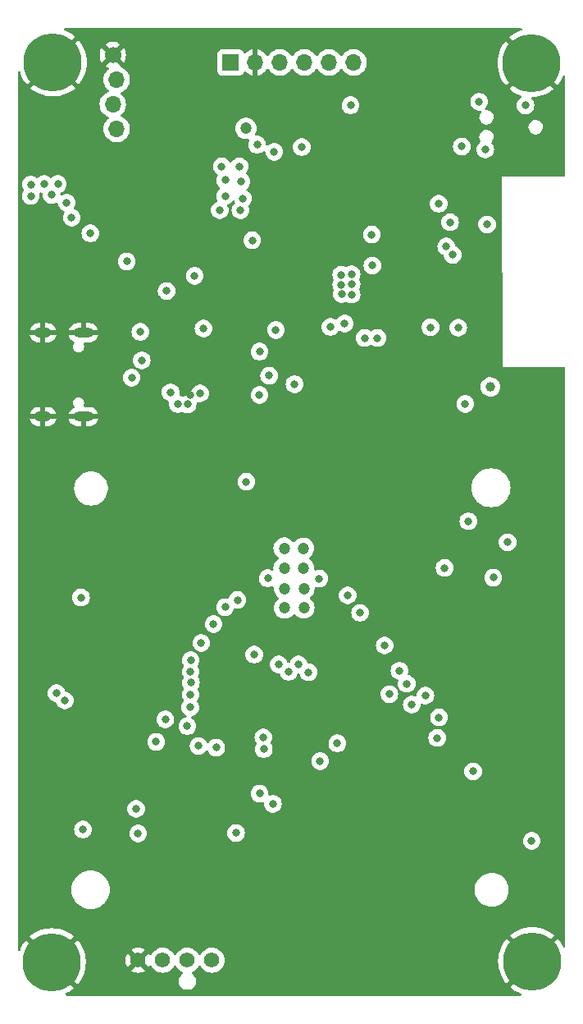
<source format=gbr>
%TF.GenerationSoftware,KiCad,Pcbnew,7.0.10*%
%TF.CreationDate,2024-03-11T15:02:14-04:00*%
%TF.ProjectId,bitaxeUltra,62697461-7865-4556-9c74-72612e6b6963,rev?*%
%TF.SameCoordinates,Original*%
%TF.FileFunction,Copper,L2,Inr*%
%TF.FilePolarity,Positive*%
%FSLAX46Y46*%
G04 Gerber Fmt 4.6, Leading zero omitted, Abs format (unit mm)*
G04 Created by KiCad (PCBNEW 7.0.10) date 2024-03-11 15:02:14*
%MOMM*%
%LPD*%
G01*
G04 APERTURE LIST*
%TA.AperFunction,ComponentPad*%
%ADD10C,0.800000*%
%TD*%
%TA.AperFunction,ComponentPad*%
%ADD11C,6.000000*%
%TD*%
%TA.AperFunction,ComponentPad*%
%ADD12R,1.700000X1.700000*%
%TD*%
%TA.AperFunction,ComponentPad*%
%ADD13O,1.700000X1.700000*%
%TD*%
%TA.AperFunction,ComponentPad*%
%ADD14C,1.574800*%
%TD*%
%TA.AperFunction,ComponentPad*%
%ADD15C,1.700000*%
%TD*%
%TA.AperFunction,ComponentPad*%
%ADD16O,1.800000X1.000000*%
%TD*%
%TA.AperFunction,ComponentPad*%
%ADD17O,2.100000X1.000000*%
%TD*%
%TA.AperFunction,ViaPad*%
%ADD18C,0.800000*%
%TD*%
%TA.AperFunction,ViaPad*%
%ADD19C,1.000000*%
%TD*%
%TA.AperFunction,ViaPad*%
%ADD20C,1.200000*%
%TD*%
G04 APERTURE END LIST*
D10*
%TO.N,GND*%
%TO.C,H7*%
X127985010Y-51120990D03*
X128644020Y-49530000D03*
X128644020Y-52711980D03*
X130235010Y-48870990D03*
D11*
X130235010Y-51120990D03*
D10*
X130235010Y-53370990D03*
X131826000Y-49530000D03*
X131826000Y-52711980D03*
X132485010Y-51120990D03*
%TD*%
%TO.N,GND*%
%TO.C,H9*%
X128052000Y-143728000D03*
X128711010Y-142137010D03*
X128711010Y-145318990D03*
X130302000Y-141478000D03*
D11*
X130302000Y-143728000D03*
D10*
X130302000Y-145978000D03*
X131892990Y-142137010D03*
X131892990Y-145318990D03*
X132552000Y-143728000D03*
%TD*%
D12*
%TO.N,+5V*%
%TO.C,J6*%
X99171505Y-51054000D03*
D13*
%TO.N,GND*%
X101711505Y-51054000D03*
%TO.N,Net-(J6-Pin_3)*%
X104251505Y-51054000D03*
%TO.N,Net-(J6-Pin_4)*%
X106791505Y-51054000D03*
%TO.N,Net-(J6-Pin_5)*%
X109331505Y-51054000D03*
%TO.N,Net-(J6-Pin_6)*%
X111871505Y-51054000D03*
%TD*%
D10*
%TO.N,GND*%
%TO.C,H10*%
X78455010Y-143830990D03*
X79114020Y-142240000D03*
X79114020Y-145421980D03*
X80705010Y-141580990D03*
D11*
X80705010Y-143830990D03*
D10*
X80705010Y-146080990D03*
X82296000Y-142240000D03*
X82296000Y-145421980D03*
X82955010Y-143830990D03*
%TD*%
%TO.N,GND*%
%TO.C,H8*%
X78558000Y-51054000D03*
X79217010Y-49463010D03*
X79217010Y-52644990D03*
X80808000Y-48804000D03*
D11*
X80808000Y-51054000D03*
D10*
X80808000Y-53304000D03*
X82398990Y-49463010D03*
X82398990Y-52644990D03*
X83058000Y-51054000D03*
%TD*%
D14*
%TO.N,GND*%
%TO.C,J4*%
X89621000Y-143622000D03*
%TO.N,+12V*%
X92161000Y-143622000D03*
%TO.N,/Fan and Screen/FAN_TACH*%
X94701000Y-143622000D03*
%TO.N,/Fan and Screen/FAN_PWM*%
X97241000Y-143622000D03*
%TD*%
D15*
%TO.N,GND*%
%TO.C,J9*%
X87005000Y-50292000D03*
D13*
%TO.N,+3V3*%
X87405000Y-52832000D03*
%TO.N,/SCL*%
X87005000Y-55372000D03*
%TO.N,/SDA*%
X87405000Y-57912000D03*
%TD*%
D16*
%TO.N,GND*%
%TO.C,J8*%
X79790000Y-87580000D03*
D17*
X83970000Y-87580000D03*
D16*
X79790000Y-78940000D03*
D17*
X83970000Y-78940000D03*
%TD*%
D18*
%TO.N,GND*%
X101193600Y-102311200D03*
X97078800Y-101955600D03*
X93776800Y-104140000D03*
X90119200Y-104292400D03*
%TO.N,/BM1366/RO*%
X119278400Y-116332000D03*
%TO.N,GND*%
X103784400Y-57861200D03*
X90779600Y-125171200D03*
X119126000Y-127610200D03*
X83972400Y-89154000D03*
X105156000Y-70408800D03*
X100685600Y-124409200D03*
X116179600Y-130606800D03*
X78486000Y-68783200D03*
X115874800Y-95656400D03*
X86360000Y-72948800D03*
D19*
X116261692Y-70202599D03*
D18*
X91846400Y-58420000D03*
X99009200Y-77266800D03*
X92557600Y-79146400D03*
X125600000Y-65940000D03*
X91622978Y-75417778D03*
X96600000Y-112710000D03*
X90373200Y-65328800D03*
X100533200Y-97637600D03*
X126847600Y-126695200D03*
X106396000Y-118533000D03*
X111140000Y-118640000D03*
X118430000Y-57150000D03*
X104082000Y-115436000D03*
X98530000Y-118780000D03*
X99314000Y-97688400D03*
X85598000Y-142240000D03*
X106408000Y-116351000D03*
X128120000Y-55550000D03*
X90424000Y-68834000D03*
X122072400Y-123444000D03*
X100584000Y-81330800D03*
X116382800Y-94488000D03*
X95808800Y-66192400D03*
X105673000Y-117442000D03*
X130505200Y-86106000D03*
X123818122Y-115423758D03*
D19*
X117910000Y-70950000D03*
D18*
X125222000Y-130860800D03*
X100330000Y-95910400D03*
X104855000Y-118563000D03*
X104132000Y-117472000D03*
X121210000Y-74547000D03*
X94972892Y-85342466D03*
X99517200Y-79959200D03*
X79756000Y-89154000D03*
X85902800Y-145948400D03*
X107144000Y-117442000D03*
X78435200Y-70053200D03*
X98247200Y-72186800D03*
X90897000Y-129309000D03*
X105156000Y-80346500D03*
X114140000Y-95310000D03*
X120802400Y-124561600D03*
X114096800Y-82956400D03*
X105623000Y-115406000D03*
X104867000Y-116381000D03*
D19*
X119454234Y-70914234D03*
D18*
X105330000Y-132320000D03*
X104430000Y-130240000D03*
X127101600Y-131216400D03*
X114030000Y-57490000D03*
D19*
X126380000Y-83110000D03*
D18*
X130962400Y-84531200D03*
X122620000Y-100670000D03*
X78435200Y-71170800D03*
X82448400Y-68935600D03*
X101570000Y-108460000D03*
X93573600Y-79146400D03*
X132297000Y-108743000D03*
X99161600Y-95910400D03*
X100431600Y-85445600D03*
X110185200Y-108356400D03*
X96763000Y-131278000D03*
X107094000Y-115406000D03*
X115099642Y-112550642D03*
%TO.N,/BM1366/INV_CLKO*%
X92430600Y-118795800D03*
%TO.N,/VDD*%
X103000000Y-104240000D03*
X105152000Y-113890000D03*
X94734104Y-86309946D03*
D20*
X106685000Y-103175000D03*
X106725000Y-105305000D03*
D18*
X104126000Y-113110000D03*
X108330000Y-104270000D03*
X105765600Y-84226400D03*
X120650000Y-65633600D03*
X107204000Y-113920000D03*
D20*
X106725000Y-107275000D03*
D18*
X106178000Y-113110000D03*
D20*
X104695000Y-103175000D03*
X104695000Y-101135000D03*
X106665000Y-101155000D03*
X104745000Y-107305000D03*
X104715000Y-105285000D03*
D18*
%TO.N,/ESP32/EN*%
X126293000Y-104178000D03*
X125650000Y-67760000D03*
X122101300Y-70905000D03*
%TO.N,/TX*%
X114330000Y-79470000D03*
%TO.N,/RX*%
X113000000Y-79462500D03*
%TO.N,/BM1366/VDD3_0*%
X115070000Y-111160000D03*
%TO.N,/BM1366/VDD2_0*%
X112530000Y-107800000D03*
%TO.N,/RST*%
X121437000Y-70037900D03*
%TO.N,/BM1366/PIN_MODE*%
X91480645Y-121097045D03*
%TO.N,/SCL*%
X82042000Y-116840000D03*
X106516574Y-59789722D03*
X97680000Y-121690000D03*
%TO.N,+0V8*%
X110180000Y-121260000D03*
X103530000Y-127490000D03*
%TO.N,/BM1366/VDD1_0*%
X111250000Y-106010000D03*
%TO.N,/BM1366/VDD1_1*%
X98602800Y-107213400D03*
%TO.N,/BM1366/VDD2_1*%
X97409000Y-108966000D03*
%TO.N,/BM1366/VDD3_1*%
X96130000Y-110920000D03*
%TO.N,/BM1366/CI*%
X117871000Y-117255777D03*
X121259600Y-103174800D03*
%TO.N,/BM1366/RST_N*%
X116605410Y-113775410D03*
%TO.N,/BM1366/RI*%
X95070000Y-114990000D03*
%TO.N,+3V3*%
X101915300Y-59537600D03*
X95453200Y-73050400D03*
X103835200Y-78638400D03*
X110642400Y-74930000D03*
X127766000Y-100521000D03*
X129610000Y-55490000D03*
X102158800Y-126441200D03*
X130251200Y-131318000D03*
D19*
X126000000Y-84500000D03*
D18*
X111658400Y-73914000D03*
X123394000Y-86260000D03*
X110947200Y-77978000D03*
D20*
X100736400Y-57861200D03*
D18*
X111658400Y-74980800D03*
X88442800Y-71577200D03*
X101600000Y-112115600D03*
X124206000Y-124155200D03*
X110591600Y-73964800D03*
X110591600Y-72948800D03*
X89408000Y-128016000D03*
X113750000Y-68810000D03*
X111556800Y-55473600D03*
X111658400Y-72898000D03*
%TO.N,/BM1366/CLKI*%
X115560005Y-116182943D03*
%TO.N,/BM1366/NRSTO*%
X95050000Y-112699800D03*
%TO.N,/BM1366/BO*%
X95030000Y-113880000D03*
%TO.N,/BM1366/CLKO*%
X95030000Y-116240000D03*
%TO.N,/BM1366/CO*%
X94996000Y-117551200D03*
%TO.N,/ESP32/P_TX*%
X125466555Y-60033445D03*
%TO.N,/ESP32/P_RX*%
X123040000Y-59730000D03*
%TO.N,/ESP32/IO0*%
X124830000Y-55100000D03*
X121828800Y-67530000D03*
X123719000Y-98362000D03*
%TO.N,/ESP32/XIN32*%
X122670000Y-78400000D03*
%TO.N,/BM1366/ADDR0*%
X120680000Y-118590000D03*
%TO.N,/ESP32/XOUT32*%
X119801400Y-78360000D03*
%TO.N,/ESP32/PWR_EN*%
X102158800Y-80873600D03*
%TO.N,/SDA*%
X81178400Y-116078000D03*
X95850000Y-121520000D03*
X103670000Y-60270000D03*
%TO.N,/BM1366/BI*%
X117348000Y-115112800D03*
%TO.N,/BM1366/ADDR1*%
X120500000Y-120710000D03*
%TO.N,Net-(U14-VDDIO_18_1)*%
X102550000Y-120650000D03*
%TO.N,Net-(U14-VDDIO_08_1)*%
X102590000Y-121850000D03*
%TO.N,+5V*%
X98044000Y-66294000D03*
X100177600Y-66294000D03*
X100787200Y-94284800D03*
X100279200Y-63347600D03*
X94691200Y-119481600D03*
X98602800Y-64820800D03*
X98602800Y-63195200D03*
X100431600Y-65074800D03*
X99872800Y-106476800D03*
X98247200Y-61772800D03*
X100076000Y-61772800D03*
%TO.N,IN+*%
X82245200Y-65532000D03*
X84683600Y-68681600D03*
X78536800Y-64820800D03*
X82753200Y-67056000D03*
X80670400Y-64719200D03*
X78536800Y-63652400D03*
X81330800Y-63601600D03*
X79908400Y-63601600D03*
%TO.N,Net-(Q1-D)*%
X96367600Y-78486000D03*
%TO.N,/Power/VDD_FB*%
X96012000Y-85185100D03*
X103149714Y-83352300D03*
X101396800Y-69392800D03*
X102143310Y-85338862D03*
%TO.N,/ESP32/PLUG_SENSE*%
X113800000Y-71990000D03*
%TO.N,/ESP32/PGOOD*%
X109474000Y-78333600D03*
%TO.N,/Power/ASIC_EN*%
X99720400Y-130505200D03*
X89611200Y-130556000D03*
X93717500Y-86292326D03*
X83921600Y-130149600D03*
X83718400Y-106222800D03*
X92964000Y-85074780D03*
%TO.N,Net-(J8-CC1)*%
X89851400Y-78841600D03*
X88950800Y-83552400D03*
%TO.N,Net-(J8-CC2)*%
X89997622Y-81770532D03*
X92557600Y-74625200D03*
%TO.N,+1V2*%
X108407200Y-123088400D03*
%TD*%
%TA.AperFunction,Conductor*%
%TO.N,GND*%
G36*
X129221941Y-47542502D02*
G01*
X129268434Y-47596158D01*
X129278538Y-47666432D01*
X129249044Y-47731012D01*
X129189318Y-47769396D01*
X129186431Y-47770207D01*
X129149499Y-47780102D01*
X129149486Y-47780106D01*
X128806229Y-47911870D01*
X128806221Y-47911874D01*
X128478612Y-48078799D01*
X128478606Y-48078802D01*
X128170237Y-48279058D01*
X128170232Y-48279062D01*
X127939297Y-48466068D01*
X128820430Y-49347201D01*
X128741565Y-49294505D01*
X128668644Y-49280000D01*
X128619396Y-49280000D01*
X128546475Y-49294505D01*
X128463780Y-49349760D01*
X128408525Y-49432455D01*
X128389122Y-49530000D01*
X128408525Y-49627545D01*
X128461220Y-49706409D01*
X127580088Y-48825277D01*
X127393082Y-49056212D01*
X127393078Y-49056217D01*
X127192822Y-49364586D01*
X127192819Y-49364592D01*
X127025894Y-49692201D01*
X127025890Y-49692209D01*
X126894126Y-50035466D01*
X126894122Y-50035479D01*
X126798958Y-50390636D01*
X126741438Y-50753807D01*
X126722196Y-51120982D01*
X126722196Y-51120997D01*
X126741438Y-51488172D01*
X126798958Y-51851343D01*
X126894122Y-52206500D01*
X126894126Y-52206513D01*
X127025890Y-52549770D01*
X127025894Y-52549778D01*
X127192819Y-52877387D01*
X127192822Y-52877393D01*
X127393087Y-53185774D01*
X127393091Y-53185779D01*
X127580087Y-53416700D01*
X127580088Y-53416701D01*
X128461223Y-52535565D01*
X128408525Y-52614435D01*
X128389122Y-52711980D01*
X128408525Y-52809525D01*
X128463780Y-52892220D01*
X128546475Y-52947475D01*
X128619396Y-52961980D01*
X128668644Y-52961980D01*
X128741565Y-52947475D01*
X128820425Y-52894781D01*
X127939297Y-53775910D01*
X127939298Y-53775911D01*
X128170220Y-53962908D01*
X128170225Y-53962912D01*
X128478606Y-54163177D01*
X128478612Y-54163180D01*
X128806221Y-54330105D01*
X128806229Y-54330109D01*
X129152571Y-54463057D01*
X129152036Y-54464449D01*
X129205783Y-54501149D01*
X129233462Y-54566528D01*
X129221401Y-54636492D01*
X129173429Y-54688830D01*
X129159550Y-54696075D01*
X129153253Y-54698878D01*
X129153248Y-54698882D01*
X128998744Y-54811135D01*
X128870965Y-54953048D01*
X128870958Y-54953058D01*
X128775476Y-55118438D01*
X128775473Y-55118445D01*
X128716457Y-55300072D01*
X128696496Y-55490000D01*
X128716457Y-55679927D01*
X128742374Y-55759688D01*
X128775473Y-55861556D01*
X128775476Y-55861561D01*
X128870958Y-56026941D01*
X128870965Y-56026951D01*
X128998744Y-56168864D01*
X128998747Y-56168866D01*
X129153248Y-56281118D01*
X129327712Y-56358794D01*
X129514513Y-56398500D01*
X129705487Y-56398500D01*
X129892288Y-56358794D01*
X130066752Y-56281118D01*
X130221253Y-56168866D01*
X130236020Y-56152466D01*
X130349034Y-56026951D01*
X130349035Y-56026949D01*
X130349040Y-56026944D01*
X130444527Y-55861556D01*
X130503542Y-55679928D01*
X130523504Y-55490000D01*
X130503542Y-55300072D01*
X130444527Y-55118444D01*
X130349040Y-54953056D01*
X130349038Y-54953054D01*
X130349034Y-54953048D01*
X130246160Y-54838795D01*
X130215442Y-54774788D01*
X130224207Y-54704334D01*
X130269670Y-54649803D01*
X130333202Y-54628658D01*
X130602192Y-54614561D01*
X130965363Y-54557041D01*
X131320520Y-54461877D01*
X131320533Y-54461873D01*
X131663790Y-54330109D01*
X131663798Y-54330105D01*
X131991407Y-54163180D01*
X131991413Y-54163177D01*
X132299792Y-53962914D01*
X132530721Y-53775910D01*
X131649590Y-52894779D01*
X131728455Y-52947475D01*
X131801376Y-52961980D01*
X131850624Y-52961980D01*
X131923545Y-52947475D01*
X132006240Y-52892220D01*
X132061495Y-52809525D01*
X132080898Y-52711980D01*
X132061495Y-52614435D01*
X132008798Y-52535569D01*
X132889930Y-53416701D01*
X133076934Y-53185772D01*
X133277197Y-52877393D01*
X133277200Y-52877387D01*
X133444125Y-52549778D01*
X133444129Y-52549770D01*
X133487869Y-52435824D01*
X133530954Y-52379396D01*
X133597708Y-52355219D01*
X133666935Y-52370970D01*
X133716657Y-52421648D01*
X133731500Y-52480978D01*
X133731500Y-62672099D01*
X133711498Y-62740220D01*
X133657842Y-62786713D01*
X133606121Y-62798097D01*
X127129999Y-62829999D01*
X127239999Y-82460000D01*
X127240000Y-82460000D01*
X133604886Y-82428836D01*
X133673101Y-82448504D01*
X133719856Y-82501931D01*
X133731500Y-82554834D01*
X133731500Y-142206911D01*
X133711498Y-142275032D01*
X133657842Y-142321525D01*
X133587568Y-142331629D01*
X133522988Y-142302135D01*
X133493233Y-142264114D01*
X133344191Y-141971602D01*
X133344187Y-141971596D01*
X133143922Y-141663215D01*
X133143918Y-141663210D01*
X132956921Y-141432288D01*
X132956920Y-141432287D01*
X132075791Y-142313416D01*
X132128485Y-142234555D01*
X132147888Y-142137010D01*
X132128485Y-142039465D01*
X132073230Y-141956770D01*
X131990535Y-141901515D01*
X131917614Y-141887010D01*
X131868366Y-141887010D01*
X131795445Y-141901515D01*
X131716576Y-141954213D01*
X132597711Y-141073078D01*
X132597710Y-141073077D01*
X132366789Y-140886081D01*
X132366784Y-140886077D01*
X132058403Y-140685812D01*
X132058397Y-140685809D01*
X131730788Y-140518884D01*
X131730780Y-140518880D01*
X131387523Y-140387116D01*
X131387510Y-140387112D01*
X131032353Y-140291948D01*
X130669182Y-140234428D01*
X130302007Y-140215186D01*
X130301993Y-140215186D01*
X129934817Y-140234428D01*
X129571646Y-140291948D01*
X129216489Y-140387112D01*
X129216476Y-140387116D01*
X128873219Y-140518880D01*
X128873211Y-140518884D01*
X128545602Y-140685809D01*
X128545596Y-140685812D01*
X128237227Y-140886068D01*
X128237222Y-140886072D01*
X128006287Y-141073078D01*
X128887419Y-141954210D01*
X128808555Y-141901515D01*
X128735634Y-141887010D01*
X128686386Y-141887010D01*
X128613465Y-141901515D01*
X128530770Y-141956770D01*
X128475515Y-142039465D01*
X128456112Y-142137010D01*
X128475515Y-142234555D01*
X128528210Y-142313419D01*
X127647078Y-141432287D01*
X127460072Y-141663222D01*
X127460068Y-141663227D01*
X127259812Y-141971596D01*
X127259809Y-141971602D01*
X127092884Y-142299211D01*
X127092880Y-142299219D01*
X126961116Y-142642476D01*
X126961112Y-142642489D01*
X126865948Y-142997646D01*
X126808428Y-143360817D01*
X126789186Y-143727992D01*
X126789186Y-143728007D01*
X126808428Y-144095182D01*
X126865948Y-144458353D01*
X126961112Y-144813510D01*
X126961116Y-144813523D01*
X127092880Y-145156780D01*
X127092884Y-145156788D01*
X127259809Y-145484397D01*
X127259812Y-145484403D01*
X127460077Y-145792784D01*
X127460081Y-145792789D01*
X127647077Y-146023710D01*
X127647078Y-146023711D01*
X128528213Y-145142575D01*
X128475515Y-145221445D01*
X128456112Y-145318990D01*
X128475515Y-145416535D01*
X128530770Y-145499230D01*
X128613465Y-145554485D01*
X128686386Y-145568990D01*
X128735634Y-145568990D01*
X128808555Y-145554485D01*
X128887417Y-145501791D01*
X128006287Y-146382920D01*
X128006288Y-146382921D01*
X128237210Y-146569918D01*
X128237215Y-146569922D01*
X128545596Y-146770187D01*
X128545602Y-146770190D01*
X128873211Y-146937115D01*
X128873219Y-146937119D01*
X129140892Y-147039869D01*
X129197320Y-147082955D01*
X129221497Y-147149708D01*
X129205746Y-147218935D01*
X129155068Y-147268657D01*
X129095738Y-147283500D01*
X82252860Y-147283500D01*
X82184739Y-147263498D01*
X82168504Y-147251095D01*
X82142528Y-147227682D01*
X82105319Y-147167220D01*
X82106705Y-147096237D01*
X82146248Y-147037271D01*
X82169682Y-147021822D01*
X82461407Y-146873180D01*
X82461413Y-146873177D01*
X82769792Y-146672914D01*
X83000721Y-146485910D01*
X82119589Y-145604778D01*
X82198455Y-145657475D01*
X82271376Y-145671980D01*
X82320624Y-145671980D01*
X82393545Y-145657475D01*
X82476240Y-145602220D01*
X82531495Y-145519525D01*
X82550898Y-145421980D01*
X82531495Y-145324435D01*
X82478799Y-145245570D01*
X83359930Y-146126701D01*
X83546934Y-145895772D01*
X83747197Y-145587393D01*
X83747200Y-145587387D01*
X83914125Y-145259778D01*
X83914129Y-145259770D01*
X84045893Y-144916513D01*
X84045897Y-144916500D01*
X84141061Y-144561343D01*
X84198581Y-144198172D01*
X84217824Y-143830997D01*
X84217824Y-143830982D01*
X84206872Y-143622000D01*
X88320652Y-143622000D01*
X88340407Y-143847802D01*
X88399072Y-144066742D01*
X88399074Y-144066747D01*
X88494867Y-144272175D01*
X88542947Y-144340841D01*
X89108134Y-143775653D01*
X89113673Y-143802304D01*
X89181131Y-143932493D01*
X89281213Y-144039655D01*
X89406495Y-144115840D01*
X89468887Y-144133321D01*
X88902157Y-144700051D01*
X88902157Y-144700053D01*
X88970822Y-144748132D01*
X89176251Y-144843925D01*
X89176257Y-144843927D01*
X89395197Y-144902592D01*
X89621000Y-144922347D01*
X89846802Y-144902592D01*
X90065742Y-144843927D01*
X90065748Y-144843925D01*
X90271169Y-144748136D01*
X90339841Y-144700051D01*
X90339841Y-144700050D01*
X89776007Y-144136216D01*
X89900752Y-144082032D01*
X90014493Y-143989497D01*
X90099051Y-143869706D01*
X90132840Y-143774631D01*
X90699050Y-144340841D01*
X90699051Y-144340841D01*
X90747138Y-144272166D01*
X90747139Y-144272164D01*
X90776528Y-144209138D01*
X90823444Y-144155852D01*
X90891721Y-144136390D01*
X90959681Y-144156931D01*
X91004917Y-144209135D01*
X91034429Y-144272423D01*
X91082336Y-144340841D01*
X91164491Y-144458170D01*
X91324830Y-144618509D01*
X91510575Y-144748569D01*
X91716083Y-144844399D01*
X91935110Y-144903087D01*
X92161000Y-144922850D01*
X92386890Y-144903087D01*
X92605917Y-144844399D01*
X92811425Y-144748569D01*
X92997170Y-144618509D01*
X93157509Y-144458170D01*
X93287569Y-144272425D01*
X93316805Y-144209727D01*
X93363722Y-144156443D01*
X93431999Y-144136982D01*
X93499959Y-144157524D01*
X93545194Y-144209727D01*
X93574431Y-144272425D01*
X93704491Y-144458170D01*
X93864830Y-144618509D01*
X94050575Y-144748569D01*
X94187459Y-144812399D01*
X94240743Y-144859315D01*
X94260204Y-144927592D01*
X94239662Y-144995552D01*
X94197210Y-145035711D01*
X94170143Y-145051339D01*
X94170142Y-145051340D01*
X94170141Y-145051340D01*
X94029829Y-145177677D01*
X93918853Y-145330422D01*
X93842055Y-145502912D01*
X93825087Y-145582744D01*
X93802800Y-145687596D01*
X93802800Y-145876406D01*
X93842055Y-146061089D01*
X93871267Y-146126701D01*
X93918853Y-146233579D01*
X94027356Y-146382920D01*
X94029830Y-146386325D01*
X94170143Y-146512663D01*
X94170145Y-146512664D01*
X94333655Y-146607067D01*
X94333662Y-146607070D01*
X94513225Y-146665413D01*
X94513222Y-146665413D01*
X94578015Y-146672222D01*
X94653923Y-146680201D01*
X94653926Y-146680201D01*
X94748074Y-146680201D01*
X94748077Y-146680201D01*
X94888775Y-146665413D01*
X95068343Y-146607068D01*
X95231857Y-146512663D01*
X95372170Y-146386325D01*
X95483149Y-146233575D01*
X95559945Y-146061089D01*
X95599200Y-145876406D01*
X95599200Y-145687596D01*
X95559945Y-145502913D01*
X95483149Y-145330427D01*
X95483147Y-145330424D01*
X95483146Y-145330422D01*
X95372170Y-145177677D01*
X95231858Y-145051340D01*
X95231850Y-145051334D01*
X95204790Y-145035711D01*
X95155797Y-144984328D01*
X95142362Y-144914614D01*
X95168749Y-144848704D01*
X95214540Y-144812399D01*
X95351425Y-144748569D01*
X95537170Y-144618509D01*
X95697509Y-144458170D01*
X95827569Y-144272425D01*
X95856805Y-144209727D01*
X95903722Y-144156443D01*
X95971999Y-144136982D01*
X96039959Y-144157524D01*
X96085194Y-144209727D01*
X96114431Y-144272425D01*
X96244491Y-144458170D01*
X96404830Y-144618509D01*
X96590575Y-144748569D01*
X96796083Y-144844399D01*
X97015110Y-144903087D01*
X97241000Y-144922850D01*
X97466890Y-144903087D01*
X97685917Y-144844399D01*
X97891425Y-144748569D01*
X98077170Y-144618509D01*
X98237509Y-144458170D01*
X98367569Y-144272425D01*
X98463399Y-144066917D01*
X98522087Y-143847890D01*
X98541850Y-143622000D01*
X98522087Y-143396110D01*
X98463399Y-143177083D01*
X98367569Y-142971575D01*
X98237509Y-142785830D01*
X98077170Y-142625491D01*
X97955407Y-142540232D01*
X97891425Y-142495431D01*
X97685920Y-142399602D01*
X97685915Y-142399600D01*
X97584264Y-142372363D01*
X97466890Y-142340913D01*
X97241000Y-142321150D01*
X97015110Y-142340913D01*
X96956423Y-142356638D01*
X96796084Y-142399600D01*
X96796079Y-142399602D01*
X96590574Y-142495431D01*
X96404833Y-142625488D01*
X96404827Y-142625493D01*
X96244493Y-142785827D01*
X96244488Y-142785833D01*
X96114431Y-142971574D01*
X96085195Y-143034271D01*
X96038277Y-143087556D01*
X95970000Y-143107017D01*
X95902040Y-143086475D01*
X95856805Y-143034271D01*
X95839726Y-142997646D01*
X95827569Y-142971575D01*
X95697509Y-142785830D01*
X95537170Y-142625491D01*
X95415407Y-142540232D01*
X95351425Y-142495431D01*
X95145920Y-142399602D01*
X95145915Y-142399600D01*
X95044264Y-142372363D01*
X94926890Y-142340913D01*
X94701000Y-142321150D01*
X94475110Y-142340913D01*
X94416423Y-142356638D01*
X94256084Y-142399600D01*
X94256079Y-142399602D01*
X94050574Y-142495431D01*
X93864833Y-142625488D01*
X93864827Y-142625493D01*
X93704493Y-142785827D01*
X93704488Y-142785833D01*
X93574431Y-142971574D01*
X93545195Y-143034271D01*
X93498277Y-143087556D01*
X93430000Y-143107017D01*
X93362040Y-143086475D01*
X93316805Y-143034271D01*
X93299726Y-142997646D01*
X93287569Y-142971575D01*
X93157509Y-142785830D01*
X92997170Y-142625491D01*
X92875407Y-142540232D01*
X92811425Y-142495431D01*
X92605920Y-142399602D01*
X92605915Y-142399600D01*
X92504264Y-142372363D01*
X92386890Y-142340913D01*
X92161000Y-142321150D01*
X91935110Y-142340913D01*
X91876423Y-142356638D01*
X91716084Y-142399600D01*
X91716079Y-142399602D01*
X91510574Y-142495431D01*
X91324833Y-142625488D01*
X91324827Y-142625493D01*
X91164493Y-142785827D01*
X91164488Y-142785833D01*
X91034430Y-142971575D01*
X91004917Y-143034865D01*
X90957999Y-143088149D01*
X90889721Y-143107609D01*
X90821762Y-143087066D01*
X90776528Y-143034862D01*
X90747134Y-142971825D01*
X90747132Y-142971822D01*
X90699053Y-142903157D01*
X90699051Y-142903157D01*
X90133864Y-143468344D01*
X90128327Y-143441696D01*
X90060869Y-143311507D01*
X89960787Y-143204345D01*
X89835505Y-143128160D01*
X89773111Y-143110678D01*
X90339841Y-142543947D01*
X90271175Y-142495867D01*
X90065747Y-142400074D01*
X90065742Y-142400072D01*
X89846802Y-142341407D01*
X89621000Y-142321652D01*
X89395197Y-142341407D01*
X89176257Y-142400072D01*
X89176252Y-142400074D01*
X88970824Y-142495867D01*
X88902156Y-142543947D01*
X89465992Y-143107783D01*
X89341248Y-143161968D01*
X89227507Y-143254503D01*
X89142949Y-143374294D01*
X89109159Y-143469368D01*
X88542947Y-142903156D01*
X88494867Y-142971824D01*
X88399074Y-143177252D01*
X88399072Y-143177257D01*
X88340407Y-143396197D01*
X88320652Y-143622000D01*
X84206872Y-143622000D01*
X84198581Y-143463807D01*
X84141061Y-143100636D01*
X84045897Y-142745479D01*
X84045893Y-142745466D01*
X83914129Y-142402209D01*
X83914125Y-142402201D01*
X83747200Y-142074592D01*
X83747197Y-142074586D01*
X83546932Y-141766205D01*
X83546928Y-141766200D01*
X83359931Y-141535278D01*
X83359930Y-141535277D01*
X82478802Y-142416404D01*
X82531495Y-142337545D01*
X82550898Y-142240000D01*
X82531495Y-142142455D01*
X82476240Y-142059760D01*
X82393545Y-142004505D01*
X82320624Y-141990000D01*
X82271376Y-141990000D01*
X82198455Y-142004505D01*
X82119586Y-142057203D01*
X83000721Y-141176068D01*
X83000720Y-141176067D01*
X82769799Y-140989071D01*
X82769794Y-140989067D01*
X82461413Y-140788802D01*
X82461407Y-140788799D01*
X82133798Y-140621874D01*
X82133790Y-140621870D01*
X81790533Y-140490106D01*
X81790520Y-140490102D01*
X81435363Y-140394938D01*
X81072192Y-140337418D01*
X80705017Y-140318176D01*
X80705003Y-140318176D01*
X80337827Y-140337418D01*
X79974656Y-140394938D01*
X79619499Y-140490102D01*
X79619486Y-140490106D01*
X79276229Y-140621870D01*
X79276221Y-140621874D01*
X78948612Y-140788799D01*
X78948606Y-140788802D01*
X78640237Y-140989058D01*
X78640232Y-140989062D01*
X78409297Y-141176068D01*
X79290429Y-142057200D01*
X79211565Y-142004505D01*
X79138644Y-141990000D01*
X79089396Y-141990000D01*
X79016475Y-142004505D01*
X78933780Y-142059760D01*
X78878525Y-142142455D01*
X78859122Y-142240000D01*
X78878525Y-142337545D01*
X78931221Y-142416410D01*
X78050088Y-141535277D01*
X77863082Y-141766212D01*
X77863078Y-141766217D01*
X77662822Y-142074586D01*
X77662819Y-142074592D01*
X77495894Y-142402201D01*
X77495890Y-142402209D01*
X77433131Y-142565704D01*
X77390045Y-142622132D01*
X77323292Y-142646309D01*
X77254065Y-142630558D01*
X77204343Y-142579880D01*
X77189500Y-142520550D01*
X77189500Y-136360000D01*
X82704390Y-136360000D01*
X82724803Y-136645424D01*
X82785631Y-136925046D01*
X82885632Y-137193160D01*
X82885637Y-137193170D01*
X83022768Y-137444307D01*
X83022772Y-137444312D01*
X83022774Y-137444315D01*
X83166869Y-137636804D01*
X83194262Y-137673396D01*
X83194270Y-137673405D01*
X83396594Y-137875729D01*
X83396603Y-137875737D01*
X83396605Y-137875739D01*
X83625685Y-138047226D01*
X83625687Y-138047227D01*
X83625692Y-138047231D01*
X83876829Y-138184362D01*
X83876839Y-138184367D01*
X84144954Y-138284369D01*
X84424572Y-138345196D01*
X84638552Y-138360500D01*
X84638558Y-138360500D01*
X84781442Y-138360500D01*
X84781448Y-138360500D01*
X84995428Y-138345196D01*
X85275046Y-138284369D01*
X85543161Y-138184367D01*
X85573144Y-138167994D01*
X85794307Y-138047231D01*
X85794309Y-138047229D01*
X85794315Y-138047226D01*
X86023395Y-137875739D01*
X86225739Y-137673395D01*
X86397226Y-137444315D01*
X86397229Y-137444309D01*
X86397231Y-137444307D01*
X86534362Y-137193170D01*
X86534367Y-137193161D01*
X86634369Y-136925046D01*
X86695196Y-136645428D01*
X86706943Y-136481182D01*
X124379500Y-136481182D01*
X124401224Y-136625311D01*
X124418604Y-136740619D01*
X124495933Y-136991314D01*
X124495938Y-136991327D01*
X124609773Y-137227706D01*
X124609777Y-137227713D01*
X124757450Y-137444307D01*
X124757567Y-137444479D01*
X124936019Y-137636805D01*
X125141143Y-137800386D01*
X125141146Y-137800388D01*
X125368352Y-137931566D01*
X125368356Y-137931567D01*
X125368357Y-137931568D01*
X125612584Y-138027420D01*
X125868370Y-138085802D01*
X126064506Y-138100500D01*
X126064507Y-138100500D01*
X126195493Y-138100500D01*
X126195494Y-138100500D01*
X126391630Y-138085802D01*
X126647416Y-138027420D01*
X126891643Y-137931568D01*
X126891645Y-137931566D01*
X126891647Y-137931566D01*
X127005250Y-137865977D01*
X127118857Y-137800386D01*
X127323981Y-137636805D01*
X127502433Y-137444479D01*
X127650228Y-137227704D01*
X127764063Y-136991323D01*
X127841396Y-136740615D01*
X127880500Y-136481182D01*
X127880500Y-136218818D01*
X127841396Y-135959385D01*
X127841395Y-135959383D01*
X127841395Y-135959380D01*
X127764066Y-135708685D01*
X127764061Y-135708672D01*
X127715854Y-135608570D01*
X127650228Y-135472296D01*
X127650226Y-135472293D01*
X127650222Y-135472286D01*
X127502437Y-135255527D01*
X127502433Y-135255521D01*
X127323981Y-135063195D01*
X127118857Y-134899614D01*
X127118852Y-134899611D01*
X127118853Y-134899611D01*
X126891647Y-134768433D01*
X126891639Y-134768430D01*
X126647419Y-134672581D01*
X126647417Y-134672580D01*
X126391633Y-134614198D01*
X126244528Y-134603174D01*
X126195494Y-134599500D01*
X126064506Y-134599500D01*
X126025278Y-134602439D01*
X125868366Y-134614198D01*
X125612582Y-134672580D01*
X125612580Y-134672581D01*
X125368360Y-134768430D01*
X125368352Y-134768433D01*
X125141146Y-134899611D01*
X124936018Y-135063195D01*
X124757566Y-135255522D01*
X124757562Y-135255527D01*
X124609777Y-135472286D01*
X124609773Y-135472293D01*
X124495938Y-135708672D01*
X124495933Y-135708685D01*
X124418604Y-135959380D01*
X124396879Y-136103514D01*
X124379500Y-136218818D01*
X124379500Y-136481182D01*
X86706943Y-136481182D01*
X86715610Y-136360000D01*
X86695196Y-136074572D01*
X86634369Y-135794954D01*
X86534367Y-135526839D01*
X86534362Y-135526829D01*
X86397231Y-135275692D01*
X86397227Y-135275687D01*
X86397226Y-135275685D01*
X86225739Y-135046605D01*
X86225737Y-135046603D01*
X86225729Y-135046594D01*
X86023405Y-134844270D01*
X86023396Y-134844262D01*
X85922100Y-134768433D01*
X85794315Y-134672774D01*
X85794313Y-134672773D01*
X85794312Y-134672772D01*
X85794307Y-134672768D01*
X85543170Y-134535637D01*
X85543160Y-134535632D01*
X85275046Y-134435631D01*
X84995424Y-134374803D01*
X84861775Y-134365245D01*
X84781448Y-134359500D01*
X84638552Y-134359500D01*
X84562954Y-134364906D01*
X84424575Y-134374803D01*
X84144953Y-134435631D01*
X83876839Y-134535632D01*
X83876829Y-134535637D01*
X83625692Y-134672768D01*
X83625687Y-134672772D01*
X83396603Y-134844262D01*
X83396594Y-134844270D01*
X83194270Y-135046594D01*
X83194262Y-135046603D01*
X83022772Y-135275687D01*
X83022768Y-135275692D01*
X82885637Y-135526829D01*
X82885632Y-135526839D01*
X82785631Y-135794953D01*
X82724803Y-136074575D01*
X82704390Y-136360000D01*
X77189500Y-136360000D01*
X77189500Y-130149600D01*
X83008096Y-130149600D01*
X83028057Y-130339527D01*
X83050793Y-130409500D01*
X83087073Y-130521156D01*
X83087076Y-130521161D01*
X83182558Y-130686541D01*
X83182565Y-130686551D01*
X83310344Y-130828464D01*
X83310347Y-130828466D01*
X83464848Y-130940718D01*
X83639312Y-131018394D01*
X83826113Y-131058100D01*
X84017087Y-131058100D01*
X84203888Y-131018394D01*
X84378352Y-130940718D01*
X84532853Y-130828466D01*
X84532855Y-130828464D01*
X84660634Y-130686551D01*
X84660635Y-130686549D01*
X84660640Y-130686544D01*
X84736010Y-130556000D01*
X88697696Y-130556000D01*
X88717657Y-130745927D01*
X88744476Y-130828464D01*
X88776673Y-130927556D01*
X88776676Y-130927561D01*
X88872158Y-131092941D01*
X88872165Y-131092951D01*
X88999944Y-131234864D01*
X88999947Y-131234866D01*
X89154448Y-131347118D01*
X89328912Y-131424794D01*
X89515713Y-131464500D01*
X89706687Y-131464500D01*
X89893488Y-131424794D01*
X90067952Y-131347118D01*
X90222453Y-131234866D01*
X90222455Y-131234864D01*
X90350234Y-131092951D01*
X90350235Y-131092949D01*
X90350240Y-131092944D01*
X90445727Y-130927556D01*
X90504742Y-130745928D01*
X90524704Y-130556000D01*
X90519365Y-130505200D01*
X98806896Y-130505200D01*
X98826857Y-130695127D01*
X98843364Y-130745928D01*
X98885873Y-130876756D01*
X98885876Y-130876761D01*
X98981358Y-131042141D01*
X98981365Y-131042151D01*
X99109144Y-131184064D01*
X99109147Y-131184066D01*
X99263648Y-131296318D01*
X99438112Y-131373994D01*
X99624913Y-131413700D01*
X99815887Y-131413700D01*
X100002688Y-131373994D01*
X100128453Y-131318000D01*
X129337696Y-131318000D01*
X129357657Y-131507927D01*
X129387726Y-131600470D01*
X129416673Y-131689556D01*
X129416676Y-131689561D01*
X129512158Y-131854941D01*
X129512165Y-131854951D01*
X129639944Y-131996864D01*
X129639947Y-131996866D01*
X129794448Y-132109118D01*
X129968912Y-132186794D01*
X130155713Y-132226500D01*
X130346687Y-132226500D01*
X130533488Y-132186794D01*
X130707952Y-132109118D01*
X130862453Y-131996866D01*
X130990240Y-131854944D01*
X131085727Y-131689556D01*
X131144742Y-131507928D01*
X131164704Y-131318000D01*
X131144742Y-131128072D01*
X131085727Y-130946444D01*
X130990240Y-130781056D01*
X130990238Y-130781054D01*
X130990234Y-130781048D01*
X130862455Y-130639135D01*
X130707952Y-130526882D01*
X130533488Y-130449206D01*
X130346687Y-130409500D01*
X130155713Y-130409500D01*
X129968911Y-130449206D01*
X129794447Y-130526882D01*
X129639944Y-130639135D01*
X129512165Y-130781048D01*
X129512158Y-130781058D01*
X129416676Y-130946438D01*
X129416673Y-130946445D01*
X129357657Y-131128072D01*
X129337696Y-131318000D01*
X100128453Y-131318000D01*
X100177152Y-131296318D01*
X100331653Y-131184066D01*
X100459440Y-131042144D01*
X100554927Y-130876756D01*
X100613942Y-130695128D01*
X100633904Y-130505200D01*
X100613942Y-130315272D01*
X100554927Y-130133644D01*
X100459440Y-129968256D01*
X100459438Y-129968254D01*
X100459434Y-129968248D01*
X100331655Y-129826335D01*
X100177152Y-129714082D01*
X100002688Y-129636406D01*
X99815887Y-129596700D01*
X99624913Y-129596700D01*
X99438111Y-129636406D01*
X99263647Y-129714082D01*
X99109144Y-129826335D01*
X98981365Y-129968248D01*
X98981358Y-129968258D01*
X98885876Y-130133638D01*
X98885873Y-130133645D01*
X98826857Y-130315272D01*
X98806896Y-130505200D01*
X90519365Y-130505200D01*
X90504742Y-130366072D01*
X90445727Y-130184444D01*
X90350240Y-130019056D01*
X90350238Y-130019054D01*
X90350234Y-130019048D01*
X90222455Y-129877135D01*
X90067952Y-129764882D01*
X89893488Y-129687206D01*
X89706687Y-129647500D01*
X89515713Y-129647500D01*
X89328911Y-129687206D01*
X89154447Y-129764882D01*
X88999944Y-129877135D01*
X88872165Y-130019048D01*
X88872158Y-130019058D01*
X88776676Y-130184438D01*
X88776673Y-130184445D01*
X88717657Y-130366072D01*
X88697696Y-130556000D01*
X84736010Y-130556000D01*
X84756127Y-130521156D01*
X84815142Y-130339528D01*
X84835104Y-130149600D01*
X84815142Y-129959672D01*
X84756127Y-129778044D01*
X84660640Y-129612656D01*
X84660638Y-129612654D01*
X84660634Y-129612648D01*
X84532855Y-129470735D01*
X84378352Y-129358482D01*
X84203888Y-129280806D01*
X84017087Y-129241100D01*
X83826113Y-129241100D01*
X83639311Y-129280806D01*
X83464847Y-129358482D01*
X83310344Y-129470735D01*
X83182565Y-129612648D01*
X83182558Y-129612658D01*
X83087076Y-129778038D01*
X83087073Y-129778045D01*
X83028057Y-129959672D01*
X83008096Y-130149600D01*
X77189500Y-130149600D01*
X77189500Y-128016000D01*
X88494496Y-128016000D01*
X88514457Y-128205927D01*
X88538889Y-128281118D01*
X88573473Y-128387556D01*
X88573476Y-128387561D01*
X88668958Y-128552941D01*
X88668965Y-128552951D01*
X88796744Y-128694864D01*
X88796747Y-128694866D01*
X88951248Y-128807118D01*
X89125712Y-128884794D01*
X89312513Y-128924500D01*
X89503487Y-128924500D01*
X89690288Y-128884794D01*
X89864752Y-128807118D01*
X90019253Y-128694866D01*
X90147040Y-128552944D01*
X90242527Y-128387556D01*
X90301542Y-128205928D01*
X90321504Y-128016000D01*
X90301542Y-127826072D01*
X90242527Y-127644444D01*
X90147040Y-127479056D01*
X90147038Y-127479054D01*
X90147034Y-127479048D01*
X90019255Y-127337135D01*
X89864752Y-127224882D01*
X89690288Y-127147206D01*
X89503487Y-127107500D01*
X89312513Y-127107500D01*
X89125711Y-127147206D01*
X88951247Y-127224882D01*
X88796744Y-127337135D01*
X88668965Y-127479048D01*
X88668958Y-127479058D01*
X88662641Y-127490000D01*
X88573473Y-127644444D01*
X88558999Y-127688986D01*
X88514457Y-127826072D01*
X88494496Y-128016000D01*
X77189500Y-128016000D01*
X77189500Y-126441200D01*
X101245296Y-126441200D01*
X101265257Y-126631127D01*
X101287273Y-126698882D01*
X101324273Y-126812756D01*
X101324276Y-126812761D01*
X101419758Y-126978141D01*
X101419765Y-126978151D01*
X101547544Y-127120064D01*
X101547547Y-127120066D01*
X101702048Y-127232318D01*
X101876512Y-127309994D01*
X102063313Y-127349700D01*
X102254287Y-127349700D01*
X102441088Y-127309994D01*
X102445582Y-127307992D01*
X102515949Y-127298558D01*
X102580247Y-127328663D01*
X102618061Y-127388751D01*
X102622143Y-127436268D01*
X102616496Y-127489999D01*
X102636457Y-127679927D01*
X102666526Y-127772470D01*
X102695473Y-127861556D01*
X102695476Y-127861561D01*
X102790958Y-128026941D01*
X102790965Y-128026951D01*
X102918744Y-128168864D01*
X102918747Y-128168866D01*
X103073248Y-128281118D01*
X103247712Y-128358794D01*
X103434513Y-128398500D01*
X103625487Y-128398500D01*
X103812288Y-128358794D01*
X103986752Y-128281118D01*
X104141253Y-128168866D01*
X104269040Y-128026944D01*
X104364527Y-127861556D01*
X104423542Y-127679928D01*
X104443504Y-127490000D01*
X104423542Y-127300072D01*
X104364527Y-127118444D01*
X104269040Y-126953056D01*
X104269038Y-126953054D01*
X104269034Y-126953048D01*
X104141255Y-126811135D01*
X103986752Y-126698882D01*
X103812288Y-126621206D01*
X103625487Y-126581500D01*
X103434513Y-126581500D01*
X103247707Y-126621207D01*
X103243203Y-126623212D01*
X103172835Y-126632639D01*
X103108541Y-126602526D01*
X103070734Y-126542434D01*
X103066656Y-126494933D01*
X103072304Y-126441200D01*
X103052342Y-126251272D01*
X102993327Y-126069644D01*
X102897840Y-125904256D01*
X102897838Y-125904254D01*
X102897834Y-125904248D01*
X102770055Y-125762335D01*
X102615552Y-125650082D01*
X102441088Y-125572406D01*
X102254287Y-125532700D01*
X102063313Y-125532700D01*
X101876511Y-125572406D01*
X101702047Y-125650082D01*
X101547544Y-125762335D01*
X101419765Y-125904248D01*
X101419758Y-125904258D01*
X101324276Y-126069638D01*
X101324273Y-126069645D01*
X101265257Y-126251272D01*
X101245296Y-126441200D01*
X77189500Y-126441200D01*
X77189500Y-124155200D01*
X123292496Y-124155200D01*
X123312457Y-124345127D01*
X123342526Y-124437670D01*
X123371473Y-124526756D01*
X123371476Y-124526761D01*
X123466958Y-124692141D01*
X123466965Y-124692151D01*
X123594744Y-124834064D01*
X123594747Y-124834066D01*
X123749248Y-124946318D01*
X123923712Y-125023994D01*
X124110513Y-125063700D01*
X124301487Y-125063700D01*
X124488288Y-125023994D01*
X124662752Y-124946318D01*
X124817253Y-124834066D01*
X124945040Y-124692144D01*
X125040527Y-124526756D01*
X125099542Y-124345128D01*
X125119504Y-124155200D01*
X125099542Y-123965272D01*
X125040527Y-123783644D01*
X124945040Y-123618256D01*
X124945038Y-123618254D01*
X124945034Y-123618248D01*
X124817255Y-123476335D01*
X124662752Y-123364082D01*
X124488288Y-123286406D01*
X124301487Y-123246700D01*
X124110513Y-123246700D01*
X123923711Y-123286406D01*
X123749247Y-123364082D01*
X123594744Y-123476335D01*
X123466965Y-123618248D01*
X123466958Y-123618258D01*
X123371476Y-123783638D01*
X123371473Y-123783645D01*
X123312457Y-123965272D01*
X123292496Y-124155200D01*
X77189500Y-124155200D01*
X77189500Y-123088400D01*
X107493696Y-123088400D01*
X107513657Y-123278327D01*
X107541521Y-123364082D01*
X107572673Y-123459956D01*
X107601041Y-123509091D01*
X107668158Y-123625341D01*
X107668165Y-123625351D01*
X107795944Y-123767264D01*
X107795947Y-123767266D01*
X107950448Y-123879518D01*
X108124912Y-123957194D01*
X108311713Y-123996900D01*
X108502687Y-123996900D01*
X108689488Y-123957194D01*
X108863952Y-123879518D01*
X109018453Y-123767266D01*
X109146240Y-123625344D01*
X109241727Y-123459956D01*
X109300742Y-123278328D01*
X109320704Y-123088400D01*
X109300742Y-122898472D01*
X109241727Y-122716844D01*
X109146240Y-122551456D01*
X109146238Y-122551454D01*
X109146234Y-122551448D01*
X109018455Y-122409535D01*
X108863952Y-122297282D01*
X108689488Y-122219606D01*
X108502687Y-122179900D01*
X108311713Y-122179900D01*
X108124911Y-122219606D01*
X107950447Y-122297282D01*
X107795944Y-122409535D01*
X107668165Y-122551448D01*
X107668158Y-122551458D01*
X107572676Y-122716838D01*
X107572673Y-122716844D01*
X107559138Y-122758500D01*
X107513657Y-122898472D01*
X107493696Y-123088400D01*
X77189500Y-123088400D01*
X77189500Y-121097045D01*
X90567141Y-121097045D01*
X90587102Y-121286972D01*
X90605165Y-121342563D01*
X90646118Y-121468601D01*
X90664288Y-121500072D01*
X90741603Y-121633986D01*
X90741610Y-121633996D01*
X90869389Y-121775909D01*
X90869392Y-121775911D01*
X91023893Y-121888163D01*
X91198357Y-121965839D01*
X91385158Y-122005545D01*
X91576132Y-122005545D01*
X91762933Y-121965839D01*
X91937397Y-121888163D01*
X92091898Y-121775911D01*
X92091900Y-121775909D01*
X92219679Y-121633996D01*
X92219680Y-121633994D01*
X92219685Y-121633989D01*
X92285497Y-121520000D01*
X94936496Y-121520000D01*
X94956457Y-121709927D01*
X94977897Y-121775909D01*
X95015473Y-121891556D01*
X95043841Y-121940691D01*
X95110958Y-122056941D01*
X95110965Y-122056951D01*
X95238744Y-122198864D01*
X95299999Y-122243368D01*
X95393248Y-122311118D01*
X95567712Y-122388794D01*
X95754513Y-122428500D01*
X95945487Y-122428500D01*
X96132288Y-122388794D01*
X96306752Y-122311118D01*
X96461253Y-122198866D01*
X96584883Y-122061561D01*
X96589034Y-122056951D01*
X96589035Y-122056949D01*
X96589040Y-122056944D01*
X96610669Y-122019480D01*
X96662051Y-121970488D01*
X96731765Y-121957052D01*
X96797676Y-121983438D01*
X96838858Y-122041270D01*
X96839621Y-122043545D01*
X96845471Y-122061552D01*
X96845476Y-122061561D01*
X96940958Y-122226941D01*
X96940965Y-122226951D01*
X97068744Y-122368864D01*
X97068747Y-122368866D01*
X97223248Y-122481118D01*
X97397712Y-122558794D01*
X97584513Y-122598500D01*
X97775487Y-122598500D01*
X97962288Y-122558794D01*
X98136752Y-122481118D01*
X98291253Y-122368866D01*
X98291255Y-122368864D01*
X98419034Y-122226951D01*
X98419035Y-122226949D01*
X98419040Y-122226944D01*
X98514527Y-122061556D01*
X98573542Y-121879928D01*
X98593504Y-121690000D01*
X98573542Y-121500072D01*
X98514527Y-121318444D01*
X98419040Y-121153056D01*
X98419038Y-121153054D01*
X98419034Y-121153048D01*
X98291255Y-121011135D01*
X98136752Y-120898882D01*
X97962288Y-120821206D01*
X97775487Y-120781500D01*
X97584513Y-120781500D01*
X97397711Y-120821206D01*
X97223247Y-120898882D01*
X97068744Y-121011135D01*
X96940965Y-121153048D01*
X96940961Y-121153054D01*
X96940960Y-121153056D01*
X96933226Y-121166451D01*
X96919329Y-121190521D01*
X96867945Y-121239513D01*
X96798231Y-121252947D01*
X96732320Y-121226559D01*
X96691140Y-121168726D01*
X96690405Y-121166534D01*
X96684527Y-121148444D01*
X96589040Y-120983056D01*
X96589038Y-120983054D01*
X96589034Y-120983048D01*
X96461255Y-120841135D01*
X96306752Y-120728882D01*
X96132288Y-120651206D01*
X96126614Y-120650000D01*
X101636496Y-120650000D01*
X101656457Y-120839927D01*
X101656850Y-120841135D01*
X101715473Y-121021556D01*
X101715476Y-121021561D01*
X101810957Y-121186940D01*
X101810958Y-121186942D01*
X101810960Y-121186944D01*
X101814181Y-121190521D01*
X101818443Y-121195255D01*
X101849158Y-121259264D01*
X101840392Y-121329717D01*
X101833923Y-121342563D01*
X101755476Y-121478438D01*
X101755473Y-121478445D01*
X101696457Y-121660072D01*
X101676496Y-121850000D01*
X101696457Y-122039927D01*
X101703485Y-122061556D01*
X101755473Y-122221556D01*
X101755476Y-122221561D01*
X101850958Y-122386941D01*
X101850965Y-122386951D01*
X101978744Y-122528864D01*
X101978747Y-122528866D01*
X102133248Y-122641118D01*
X102307712Y-122718794D01*
X102494513Y-122758500D01*
X102685487Y-122758500D01*
X102872288Y-122718794D01*
X103046752Y-122641118D01*
X103201253Y-122528866D01*
X103201255Y-122528864D01*
X103329034Y-122386951D01*
X103329035Y-122386949D01*
X103329040Y-122386944D01*
X103424527Y-122221556D01*
X103483542Y-122039928D01*
X103503504Y-121850000D01*
X103483542Y-121660072D01*
X103424527Y-121478444D01*
X103338659Y-121329717D01*
X103329042Y-121313059D01*
X103329041Y-121313058D01*
X103329040Y-121313056D01*
X103321556Y-121304744D01*
X103300085Y-121260000D01*
X109266496Y-121260000D01*
X109286457Y-121449927D01*
X109309226Y-121520000D01*
X109345473Y-121631556D01*
X109345476Y-121631561D01*
X109440958Y-121796941D01*
X109440965Y-121796951D01*
X109568744Y-121938864D01*
X109568747Y-121938866D01*
X109723248Y-122051118D01*
X109897712Y-122128794D01*
X110084513Y-122168500D01*
X110275487Y-122168500D01*
X110462288Y-122128794D01*
X110636752Y-122051118D01*
X110791253Y-121938866D01*
X110919040Y-121796944D01*
X111014527Y-121631556D01*
X111073542Y-121449928D01*
X111093504Y-121260000D01*
X111073542Y-121070072D01*
X111014527Y-120888444D01*
X110919040Y-120723056D01*
X110919038Y-120723054D01*
X110919034Y-120723048D01*
X110907286Y-120710000D01*
X119586496Y-120710000D01*
X119606457Y-120899927D01*
X119633468Y-120983056D01*
X119665473Y-121081556D01*
X119665476Y-121081561D01*
X119760958Y-121246941D01*
X119760965Y-121246951D01*
X119888744Y-121388864D01*
X119888747Y-121388866D01*
X120043248Y-121501118D01*
X120217712Y-121578794D01*
X120404513Y-121618500D01*
X120595487Y-121618500D01*
X120782288Y-121578794D01*
X120956752Y-121501118D01*
X121111253Y-121388866D01*
X121111255Y-121388864D01*
X121239034Y-121246951D01*
X121239035Y-121246949D01*
X121239040Y-121246944D01*
X121334527Y-121081556D01*
X121393542Y-120899928D01*
X121413504Y-120710000D01*
X121393542Y-120520072D01*
X121334527Y-120338444D01*
X121239040Y-120173056D01*
X121239038Y-120173054D01*
X121239034Y-120173048D01*
X121111255Y-120031135D01*
X120956752Y-119918882D01*
X120782288Y-119841206D01*
X120595487Y-119801500D01*
X120404513Y-119801500D01*
X120217711Y-119841206D01*
X120043247Y-119918882D01*
X119888744Y-120031135D01*
X119760965Y-120173048D01*
X119760958Y-120173058D01*
X119665476Y-120338438D01*
X119665473Y-120338445D01*
X119606457Y-120520072D01*
X119586496Y-120710000D01*
X110907286Y-120710000D01*
X110791255Y-120581135D01*
X110636752Y-120468882D01*
X110462288Y-120391206D01*
X110275487Y-120351500D01*
X110084513Y-120351500D01*
X109897711Y-120391206D01*
X109723247Y-120468882D01*
X109568744Y-120581135D01*
X109440965Y-120723048D01*
X109440958Y-120723058D01*
X109345476Y-120888438D01*
X109345473Y-120888444D01*
X109341742Y-120899927D01*
X109286457Y-121070072D01*
X109266496Y-121260000D01*
X103300085Y-121260000D01*
X103290841Y-121240736D01*
X103299607Y-121170282D01*
X103306076Y-121157436D01*
X103308605Y-121153056D01*
X103384527Y-121021556D01*
X103443542Y-120839928D01*
X103463504Y-120650000D01*
X103443542Y-120460072D01*
X103384527Y-120278444D01*
X103289040Y-120113056D01*
X103289038Y-120113054D01*
X103289034Y-120113048D01*
X103161255Y-119971135D01*
X103006752Y-119858882D01*
X102832288Y-119781206D01*
X102645487Y-119741500D01*
X102454513Y-119741500D01*
X102267711Y-119781206D01*
X102093247Y-119858882D01*
X101938744Y-119971135D01*
X101810965Y-120113048D01*
X101810958Y-120113058D01*
X101715476Y-120278438D01*
X101715473Y-120278445D01*
X101656457Y-120460072D01*
X101636496Y-120650000D01*
X96126614Y-120650000D01*
X95945487Y-120611500D01*
X95754513Y-120611500D01*
X95567711Y-120651206D01*
X95393247Y-120728882D01*
X95238744Y-120841135D01*
X95110965Y-120983048D01*
X95110958Y-120983058D01*
X95045148Y-121097045D01*
X95015473Y-121148444D01*
X95001801Y-121190521D01*
X94956457Y-121330072D01*
X94936496Y-121520000D01*
X92285497Y-121520000D01*
X92315172Y-121468601D01*
X92374187Y-121286973D01*
X92394149Y-121097045D01*
X92374187Y-120907117D01*
X92315172Y-120725489D01*
X92219685Y-120560101D01*
X92219683Y-120560099D01*
X92219679Y-120560093D01*
X92091900Y-120418180D01*
X91937397Y-120305927D01*
X91762933Y-120228251D01*
X91576132Y-120188545D01*
X91385158Y-120188545D01*
X91198356Y-120228251D01*
X91023892Y-120305927D01*
X90869389Y-120418180D01*
X90741610Y-120560093D01*
X90741603Y-120560103D01*
X90646121Y-120725483D01*
X90646118Y-120725490D01*
X90587102Y-120907117D01*
X90567141Y-121097045D01*
X77189500Y-121097045D01*
X77189500Y-118795800D01*
X91517096Y-118795800D01*
X91537057Y-118985727D01*
X91567126Y-119078270D01*
X91596073Y-119167356D01*
X91596076Y-119167361D01*
X91691558Y-119332741D01*
X91691565Y-119332751D01*
X91819344Y-119474664D01*
X91880599Y-119519168D01*
X91973848Y-119586918D01*
X92148312Y-119664594D01*
X92335113Y-119704300D01*
X92526087Y-119704300D01*
X92712888Y-119664594D01*
X92887352Y-119586918D01*
X93032309Y-119481600D01*
X93777696Y-119481600D01*
X93797657Y-119671527D01*
X93808306Y-119704300D01*
X93856673Y-119853156D01*
X93856676Y-119853161D01*
X93952158Y-120018541D01*
X93952165Y-120018551D01*
X94079944Y-120160464D01*
X94097278Y-120173058D01*
X94234448Y-120272718D01*
X94408912Y-120350394D01*
X94595713Y-120390100D01*
X94786687Y-120390100D01*
X94973488Y-120350394D01*
X95147952Y-120272718D01*
X95302453Y-120160466D01*
X95302455Y-120160464D01*
X95430234Y-120018551D01*
X95430235Y-120018549D01*
X95430240Y-120018544D01*
X95525727Y-119853156D01*
X95584742Y-119671528D01*
X95604704Y-119481600D01*
X95584742Y-119291672D01*
X95525727Y-119110044D01*
X95430240Y-118944656D01*
X95430238Y-118944654D01*
X95430234Y-118944648D01*
X95302455Y-118802735D01*
X95243110Y-118759619D01*
X95147952Y-118690482D01*
X95147950Y-118690481D01*
X95147949Y-118690480D01*
X95133120Y-118683878D01*
X95079025Y-118637898D01*
X95064465Y-118590000D01*
X119766496Y-118590000D01*
X119786457Y-118779927D01*
X119816526Y-118872470D01*
X119845473Y-118961556D01*
X119845476Y-118961561D01*
X119940958Y-119126941D01*
X119940965Y-119126951D01*
X120068744Y-119268864D01*
X120068747Y-119268866D01*
X120223248Y-119381118D01*
X120397712Y-119458794D01*
X120584513Y-119498500D01*
X120775487Y-119498500D01*
X120962288Y-119458794D01*
X121136752Y-119381118D01*
X121291253Y-119268866D01*
X121291255Y-119268864D01*
X121419034Y-119126951D01*
X121419035Y-119126949D01*
X121419040Y-119126944D01*
X121514527Y-118961556D01*
X121573542Y-118779928D01*
X121593504Y-118590000D01*
X121573542Y-118400072D01*
X121514527Y-118218444D01*
X121419040Y-118053056D01*
X121419038Y-118053054D01*
X121419034Y-118053048D01*
X121291255Y-117911135D01*
X121136752Y-117798882D01*
X120962288Y-117721206D01*
X120775487Y-117681500D01*
X120584513Y-117681500D01*
X120397711Y-117721206D01*
X120223247Y-117798882D01*
X120068744Y-117911135D01*
X119940965Y-118053048D01*
X119940958Y-118053058D01*
X119876746Y-118164277D01*
X119845473Y-118218444D01*
X119841697Y-118230066D01*
X119786457Y-118400072D01*
X119766496Y-118590000D01*
X95064465Y-118590000D01*
X95058376Y-118569971D01*
X95077729Y-118501663D01*
X95130940Y-118454661D01*
X95158169Y-118445526D01*
X95278288Y-118419994D01*
X95452752Y-118342318D01*
X95607253Y-118230066D01*
X95617717Y-118218445D01*
X95735034Y-118088151D01*
X95735035Y-118088149D01*
X95735040Y-118088144D01*
X95830527Y-117922756D01*
X95889542Y-117741128D01*
X95909504Y-117551200D01*
X95889542Y-117361272D01*
X95855264Y-117255777D01*
X116957496Y-117255777D01*
X116977457Y-117445704D01*
X117001229Y-117518864D01*
X117036473Y-117627333D01*
X117036476Y-117627338D01*
X117131958Y-117792718D01*
X117131965Y-117792728D01*
X117259744Y-117934641D01*
X117259747Y-117934643D01*
X117414248Y-118046895D01*
X117588712Y-118124571D01*
X117775513Y-118164277D01*
X117966487Y-118164277D01*
X118153288Y-118124571D01*
X118327752Y-118046895D01*
X118482253Y-117934643D01*
X118482255Y-117934641D01*
X118610034Y-117792728D01*
X118610035Y-117792726D01*
X118610040Y-117792721D01*
X118705527Y-117627333D01*
X118764542Y-117445705D01*
X118781356Y-117285722D01*
X118808369Y-117220067D01*
X118866590Y-117179437D01*
X118937535Y-117176734D01*
X118957916Y-117183788D01*
X118996109Y-117200793D01*
X118996110Y-117200793D01*
X118996112Y-117200794D01*
X119182913Y-117240500D01*
X119373887Y-117240500D01*
X119560688Y-117200794D01*
X119735152Y-117123118D01*
X119889653Y-117010866D01*
X119889655Y-117010864D01*
X120017434Y-116868951D01*
X120017435Y-116868949D01*
X120017440Y-116868944D01*
X120112927Y-116703556D01*
X120171942Y-116521928D01*
X120191904Y-116332000D01*
X120171942Y-116142072D01*
X120112927Y-115960444D01*
X120017440Y-115795056D01*
X120017438Y-115795054D01*
X120017434Y-115795048D01*
X119889655Y-115653135D01*
X119735152Y-115540882D01*
X119560688Y-115463206D01*
X119373887Y-115423500D01*
X119182913Y-115423500D01*
X118996111Y-115463206D01*
X118821647Y-115540882D01*
X118667144Y-115653135D01*
X118539365Y-115795048D01*
X118539358Y-115795058D01*
X118443876Y-115960438D01*
X118443873Y-115960445D01*
X118384857Y-116142072D01*
X118368043Y-116302053D01*
X118341030Y-116367709D01*
X118282808Y-116408339D01*
X118211863Y-116411042D01*
X118191484Y-116403989D01*
X118153288Y-116386983D01*
X117966487Y-116347277D01*
X117775513Y-116347277D01*
X117588711Y-116386983D01*
X117414247Y-116464659D01*
X117259744Y-116576912D01*
X117131965Y-116718825D01*
X117131958Y-116718835D01*
X117036476Y-116884215D01*
X117036473Y-116884222D01*
X116977457Y-117065849D01*
X116957496Y-117255777D01*
X95855264Y-117255777D01*
X95830527Y-117179644D01*
X95735040Y-117014256D01*
X95721114Y-116998790D01*
X95690398Y-116934783D01*
X95699162Y-116864330D01*
X95721116Y-116830168D01*
X95769034Y-116776951D01*
X95769040Y-116776944D01*
X95864527Y-116611556D01*
X95923542Y-116429928D01*
X95943504Y-116240000D01*
X95937507Y-116182943D01*
X114646501Y-116182943D01*
X114666462Y-116372870D01*
X114685002Y-116429927D01*
X114725478Y-116554499D01*
X114725481Y-116554504D01*
X114820963Y-116719884D01*
X114820970Y-116719894D01*
X114948749Y-116861807D01*
X114958812Y-116869118D01*
X115103253Y-116974061D01*
X115277717Y-117051737D01*
X115464518Y-117091443D01*
X115655492Y-117091443D01*
X115842293Y-117051737D01*
X116016757Y-116974061D01*
X116171258Y-116861809D01*
X116233746Y-116792409D01*
X116299039Y-116719894D01*
X116299040Y-116719892D01*
X116299045Y-116719887D01*
X116394532Y-116554499D01*
X116453547Y-116372871D01*
X116473509Y-116182943D01*
X116453547Y-115993015D01*
X116394532Y-115811387D01*
X116299045Y-115645999D01*
X116299043Y-115645997D01*
X116299039Y-115645991D01*
X116171260Y-115504078D01*
X116016757Y-115391825D01*
X115842293Y-115314149D01*
X115655492Y-115274443D01*
X115464518Y-115274443D01*
X115277716Y-115314149D01*
X115103252Y-115391825D01*
X114948749Y-115504078D01*
X114820970Y-115645991D01*
X114820963Y-115646001D01*
X114725481Y-115811381D01*
X114725478Y-115811388D01*
X114666462Y-115993015D01*
X114646501Y-116182943D01*
X95937507Y-116182943D01*
X95923542Y-116050072D01*
X95864527Y-115868444D01*
X95769040Y-115703056D01*
X95769035Y-115703051D01*
X95768486Y-115702099D01*
X95751748Y-115633103D01*
X95774968Y-115566011D01*
X95783962Y-115554795D01*
X95809040Y-115526944D01*
X95904527Y-115361556D01*
X95963542Y-115179928D01*
X95983504Y-114990000D01*
X95963542Y-114800072D01*
X95904527Y-114618444D01*
X95814987Y-114463357D01*
X95798250Y-114394364D01*
X95814987Y-114337361D01*
X95864527Y-114251556D01*
X95923542Y-114069928D01*
X95943504Y-113880000D01*
X95923542Y-113690072D01*
X95864527Y-113508444D01*
X95784606Y-113370018D01*
X95767869Y-113301024D01*
X95787737Y-113243617D01*
X95785738Y-113242463D01*
X95789040Y-113236744D01*
X95862216Y-113110000D01*
X103212496Y-113110000D01*
X103232457Y-113299927D01*
X103259468Y-113383056D01*
X103291473Y-113481556D01*
X103291476Y-113481561D01*
X103386958Y-113646941D01*
X103386965Y-113646951D01*
X103514744Y-113788864D01*
X103514747Y-113788866D01*
X103669248Y-113901118D01*
X103843712Y-113978794D01*
X104030513Y-114018500D01*
X104146954Y-114018500D01*
X104215075Y-114038502D01*
X104261568Y-114092158D01*
X104266787Y-114105563D01*
X104275737Y-114133107D01*
X104317473Y-114261556D01*
X104317476Y-114261561D01*
X104412958Y-114426941D01*
X104412965Y-114426951D01*
X104540744Y-114568864D01*
X104582038Y-114598866D01*
X104695248Y-114681118D01*
X104869712Y-114758794D01*
X105056513Y-114798500D01*
X105247487Y-114798500D01*
X105434288Y-114758794D01*
X105608752Y-114681118D01*
X105763253Y-114568866D01*
X105795873Y-114532638D01*
X105891034Y-114426951D01*
X105891035Y-114426949D01*
X105891040Y-114426944D01*
X105986527Y-114261556D01*
X106028263Y-114133107D01*
X106037213Y-114105563D01*
X106077287Y-114046958D01*
X106142684Y-114019321D01*
X106157046Y-114018500D01*
X106189207Y-114018500D01*
X106257328Y-114038502D01*
X106303821Y-114092158D01*
X106309040Y-114105563D01*
X106310457Y-114109926D01*
X106310458Y-114109928D01*
X106369473Y-114291556D01*
X106369476Y-114291561D01*
X106464958Y-114456941D01*
X106464965Y-114456951D01*
X106592744Y-114598864D01*
X106653999Y-114643368D01*
X106747248Y-114711118D01*
X106921712Y-114788794D01*
X107108513Y-114828500D01*
X107299487Y-114828500D01*
X107486288Y-114788794D01*
X107660752Y-114711118D01*
X107815253Y-114598866D01*
X107815255Y-114598864D01*
X107943034Y-114456951D01*
X107943035Y-114456949D01*
X107943040Y-114456944D01*
X108038527Y-114291556D01*
X108097542Y-114109928D01*
X108117504Y-113920000D01*
X108102307Y-113775410D01*
X115691906Y-113775410D01*
X115711867Y-113965337D01*
X115738388Y-114046958D01*
X115770883Y-114146966D01*
X115770886Y-114146971D01*
X115866368Y-114312351D01*
X115866375Y-114312361D01*
X115994154Y-114454274D01*
X116023554Y-114475634D01*
X116148658Y-114566528D01*
X116323122Y-114644204D01*
X116393789Y-114659224D01*
X116456262Y-114692952D01*
X116490583Y-114755101D01*
X116487425Y-114821407D01*
X116454457Y-114922870D01*
X116434496Y-115112800D01*
X116454457Y-115302727D01*
X116473574Y-115361561D01*
X116513473Y-115484356D01*
X116513476Y-115484361D01*
X116608958Y-115649741D01*
X116608965Y-115649751D01*
X116736744Y-115791664D01*
X116763892Y-115811388D01*
X116891248Y-115903918D01*
X117065712Y-115981594D01*
X117252513Y-116021300D01*
X117443487Y-116021300D01*
X117630288Y-115981594D01*
X117804752Y-115903918D01*
X117959253Y-115791666D01*
X117959255Y-115791664D01*
X118087034Y-115649751D01*
X118087035Y-115649749D01*
X118087040Y-115649744D01*
X118182527Y-115484356D01*
X118241542Y-115302728D01*
X118261504Y-115112800D01*
X118241542Y-114922872D01*
X118182527Y-114741244D01*
X118087040Y-114575856D01*
X118087038Y-114575854D01*
X118087034Y-114575848D01*
X117959255Y-114433935D01*
X117804752Y-114321682D01*
X117630288Y-114244006D01*
X117559620Y-114228985D01*
X117497146Y-114195256D01*
X117462825Y-114133107D01*
X117465984Y-114066801D01*
X117472432Y-114046958D01*
X117498952Y-113965338D01*
X117518914Y-113775410D01*
X117498952Y-113585482D01*
X117439937Y-113403854D01*
X117344450Y-113238466D01*
X117344448Y-113238464D01*
X117344444Y-113238458D01*
X117216665Y-113096545D01*
X117062162Y-112984292D01*
X116887698Y-112906616D01*
X116700897Y-112866910D01*
X116509923Y-112866910D01*
X116323121Y-112906616D01*
X116148657Y-112984292D01*
X115994154Y-113096545D01*
X115866375Y-113238458D01*
X115866368Y-113238468D01*
X115770886Y-113403848D01*
X115770883Y-113403855D01*
X115711867Y-113585482D01*
X115691906Y-113775410D01*
X108102307Y-113775410D01*
X108097542Y-113730072D01*
X108038527Y-113548444D01*
X107943040Y-113383056D01*
X107943038Y-113383054D01*
X107943034Y-113383048D01*
X107815255Y-113241135D01*
X107660752Y-113128882D01*
X107486288Y-113051206D01*
X107299487Y-113011500D01*
X107192793Y-113011500D01*
X107124672Y-112991498D01*
X107078179Y-112937842D01*
X107072960Y-112924437D01*
X107067203Y-112906718D01*
X107012527Y-112738444D01*
X106917040Y-112573056D01*
X106917038Y-112573054D01*
X106917034Y-112573048D01*
X106789255Y-112431135D01*
X106634752Y-112318882D01*
X106460288Y-112241206D01*
X106273487Y-112201500D01*
X106082513Y-112201500D01*
X105895711Y-112241206D01*
X105721247Y-112318882D01*
X105566744Y-112431135D01*
X105438965Y-112573048D01*
X105438958Y-112573058D01*
X105343476Y-112738438D01*
X105343471Y-112738447D01*
X105325270Y-112794466D01*
X105294318Y-112889728D01*
X105292788Y-112894436D01*
X105252714Y-112953042D01*
X105187318Y-112980679D01*
X105172955Y-112981500D01*
X105131046Y-112981500D01*
X105062925Y-112961498D01*
X105016432Y-112907842D01*
X105011213Y-112894437D01*
X104999802Y-112859319D01*
X104960527Y-112738444D01*
X104865040Y-112573056D01*
X104865038Y-112573054D01*
X104865034Y-112573048D01*
X104737255Y-112431135D01*
X104582752Y-112318882D01*
X104408288Y-112241206D01*
X104221487Y-112201500D01*
X104030513Y-112201500D01*
X103843711Y-112241206D01*
X103669247Y-112318882D01*
X103514744Y-112431135D01*
X103386965Y-112573048D01*
X103386958Y-112573058D01*
X103291476Y-112738438D01*
X103291473Y-112738445D01*
X103232457Y-112920072D01*
X103212496Y-113110000D01*
X95862216Y-113110000D01*
X95884527Y-113071356D01*
X95943542Y-112889728D01*
X95963504Y-112699800D01*
X95943542Y-112509872D01*
X95884527Y-112328244D01*
X95789040Y-112162856D01*
X95789038Y-112162854D01*
X95789034Y-112162848D01*
X95746492Y-112115600D01*
X100686496Y-112115600D01*
X100706457Y-112305527D01*
X100713839Y-112328245D01*
X100765473Y-112487156D01*
X100765476Y-112487161D01*
X100860958Y-112652541D01*
X100860965Y-112652551D01*
X100988744Y-112794464D01*
X100988747Y-112794466D01*
X101143248Y-112906718D01*
X101317712Y-112984394D01*
X101504513Y-113024100D01*
X101695487Y-113024100D01*
X101882288Y-112984394D01*
X102056752Y-112906718D01*
X102211253Y-112794466D01*
X102261693Y-112738447D01*
X102339034Y-112652551D01*
X102339035Y-112652549D01*
X102339040Y-112652544D01*
X102434527Y-112487156D01*
X102493542Y-112305528D01*
X102513504Y-112115600D01*
X102493542Y-111925672D01*
X102434527Y-111744044D01*
X102339040Y-111578656D01*
X102339038Y-111578654D01*
X102339034Y-111578648D01*
X102211255Y-111436735D01*
X102056752Y-111324482D01*
X101882288Y-111246806D01*
X101695487Y-111207100D01*
X101504513Y-111207100D01*
X101317711Y-111246806D01*
X101143247Y-111324482D01*
X100988744Y-111436735D01*
X100860965Y-111578648D01*
X100860958Y-111578658D01*
X100765476Y-111744038D01*
X100765473Y-111744045D01*
X100706457Y-111925672D01*
X100686496Y-112115600D01*
X95746492Y-112115600D01*
X95661255Y-112020935D01*
X95506752Y-111908682D01*
X95332288Y-111831006D01*
X95145487Y-111791300D01*
X94954513Y-111791300D01*
X94767711Y-111831006D01*
X94593247Y-111908682D01*
X94438744Y-112020935D01*
X94310965Y-112162848D01*
X94310958Y-112162858D01*
X94215476Y-112328238D01*
X94215473Y-112328245D01*
X94156457Y-112509872D01*
X94136496Y-112699800D01*
X94156457Y-112889727D01*
X94172091Y-112937842D01*
X94215473Y-113071356D01*
X94215476Y-113071361D01*
X94295392Y-113209780D01*
X94312130Y-113278775D01*
X94292261Y-113336183D01*
X94294261Y-113337338D01*
X94195476Y-113508438D01*
X94195473Y-113508445D01*
X94136457Y-113690072D01*
X94116496Y-113880000D01*
X94136457Y-114069927D01*
X94149455Y-114109928D01*
X94195473Y-114251556D01*
X94285011Y-114406640D01*
X94301749Y-114475634D01*
X94285012Y-114532638D01*
X94235472Y-114618444D01*
X94235470Y-114618449D01*
X94176457Y-114800071D01*
X94156496Y-114990000D01*
X94176457Y-115179927D01*
X94185971Y-115209206D01*
X94235473Y-115361556D01*
X94235476Y-115361561D01*
X94331512Y-115527902D01*
X94348250Y-115596898D01*
X94325029Y-115663990D01*
X94316031Y-115675211D01*
X94290957Y-115703059D01*
X94195476Y-115868438D01*
X94195473Y-115868444D01*
X94184846Y-115901151D01*
X94136457Y-116050072D01*
X94116496Y-116240000D01*
X94136457Y-116429927D01*
X94148973Y-116468445D01*
X94195473Y-116611556D01*
X94195476Y-116611561D01*
X94290958Y-116776941D01*
X94290965Y-116776951D01*
X94304884Y-116792409D01*
X94335602Y-116856416D01*
X94326837Y-116926870D01*
X94304885Y-116961028D01*
X94256959Y-117014255D01*
X94256958Y-117014257D01*
X94161476Y-117179638D01*
X94161473Y-117179644D01*
X94148339Y-117220067D01*
X94102457Y-117361272D01*
X94082496Y-117551200D01*
X94102457Y-117741127D01*
X94132526Y-117833670D01*
X94161473Y-117922756D01*
X94161476Y-117922761D01*
X94256958Y-118088141D01*
X94256965Y-118088151D01*
X94384744Y-118230064D01*
X94384747Y-118230066D01*
X94539248Y-118342318D01*
X94539251Y-118342319D01*
X94539252Y-118342320D01*
X94554076Y-118348920D01*
X94608173Y-118394899D01*
X94628823Y-118462826D01*
X94609472Y-118531134D01*
X94556262Y-118578136D01*
X94529027Y-118587273D01*
X94408915Y-118612804D01*
X94234447Y-118690482D01*
X94079944Y-118802735D01*
X93952165Y-118944648D01*
X93952158Y-118944658D01*
X93856676Y-119110038D01*
X93856673Y-119110045D01*
X93797657Y-119291672D01*
X93777696Y-119481600D01*
X93032309Y-119481600D01*
X93041853Y-119474666D01*
X93169640Y-119332744D01*
X93265127Y-119167356D01*
X93324142Y-118985728D01*
X93344104Y-118795800D01*
X93324142Y-118605872D01*
X93265127Y-118424244D01*
X93169640Y-118258856D01*
X93169638Y-118258854D01*
X93169634Y-118258848D01*
X93041855Y-118116935D01*
X92887352Y-118004682D01*
X92712888Y-117927006D01*
X92526087Y-117887300D01*
X92335113Y-117887300D01*
X92148311Y-117927006D01*
X91973847Y-118004682D01*
X91819344Y-118116935D01*
X91691565Y-118258848D01*
X91691558Y-118258858D01*
X91596076Y-118424238D01*
X91596073Y-118424245D01*
X91537057Y-118605872D01*
X91517096Y-118795800D01*
X77189500Y-118795800D01*
X77189500Y-116078000D01*
X80264896Y-116078000D01*
X80284857Y-116267927D01*
X80305676Y-116332000D01*
X80343873Y-116449556D01*
X80343876Y-116449561D01*
X80439358Y-116614941D01*
X80439365Y-116614951D01*
X80567144Y-116756864D01*
X80628399Y-116801368D01*
X80721648Y-116869118D01*
X80896112Y-116946794D01*
X81038731Y-116977108D01*
X81067006Y-116983119D01*
X81129480Y-117016848D01*
X81160642Y-117067429D01*
X81207472Y-117211554D01*
X81207476Y-117211561D01*
X81302958Y-117376941D01*
X81302965Y-117376951D01*
X81430744Y-117518864D01*
X81430747Y-117518866D01*
X81585248Y-117631118D01*
X81759712Y-117708794D01*
X81946513Y-117748500D01*
X82137487Y-117748500D01*
X82324288Y-117708794D01*
X82498752Y-117631118D01*
X82653253Y-117518866D01*
X82653255Y-117518864D01*
X82781034Y-117376951D01*
X82781035Y-117376949D01*
X82781040Y-117376944D01*
X82876527Y-117211556D01*
X82935542Y-117029928D01*
X82955504Y-116840000D01*
X82935542Y-116650072D01*
X82876527Y-116468444D01*
X82781040Y-116303056D01*
X82781038Y-116303054D01*
X82781034Y-116303048D01*
X82653255Y-116161135D01*
X82498752Y-116048882D01*
X82324284Y-115971204D01*
X82153392Y-115934879D01*
X82090919Y-115901151D01*
X82059757Y-115850570D01*
X82052608Y-115828570D01*
X82012927Y-115706444D01*
X81917440Y-115541056D01*
X81917438Y-115541054D01*
X81917434Y-115541048D01*
X81789655Y-115399135D01*
X81635152Y-115286882D01*
X81460688Y-115209206D01*
X81273887Y-115169500D01*
X81082913Y-115169500D01*
X80896111Y-115209206D01*
X80721647Y-115286882D01*
X80567144Y-115399135D01*
X80439365Y-115541048D01*
X80439358Y-115541058D01*
X80343876Y-115706438D01*
X80343873Y-115706445D01*
X80284857Y-115888072D01*
X80264896Y-116078000D01*
X77189500Y-116078000D01*
X77189500Y-110920000D01*
X95216496Y-110920000D01*
X95236457Y-111109927D01*
X95266526Y-111202470D01*
X95295473Y-111291556D01*
X95295476Y-111291561D01*
X95390958Y-111456941D01*
X95390965Y-111456951D01*
X95518744Y-111598864D01*
X95518747Y-111598866D01*
X95673248Y-111711118D01*
X95847712Y-111788794D01*
X96034513Y-111828500D01*
X96225487Y-111828500D01*
X96412288Y-111788794D01*
X96586752Y-111711118D01*
X96741253Y-111598866D01*
X96741255Y-111598864D01*
X96869034Y-111456951D01*
X96869035Y-111456949D01*
X96869040Y-111456944D01*
X96964527Y-111291556D01*
X97007272Y-111160000D01*
X114156496Y-111160000D01*
X114176457Y-111349927D01*
X114206526Y-111442470D01*
X114235473Y-111531556D01*
X114235476Y-111531561D01*
X114330958Y-111696941D01*
X114330965Y-111696951D01*
X114458744Y-111838864D01*
X114458747Y-111838866D01*
X114613248Y-111951118D01*
X114787712Y-112028794D01*
X114974513Y-112068500D01*
X115165487Y-112068500D01*
X115352288Y-112028794D01*
X115526752Y-111951118D01*
X115681253Y-111838866D01*
X115766631Y-111744044D01*
X115809034Y-111696951D01*
X115809035Y-111696949D01*
X115809040Y-111696944D01*
X115904527Y-111531556D01*
X115963542Y-111349928D01*
X115983504Y-111160000D01*
X115963542Y-110970072D01*
X115904527Y-110788444D01*
X115809040Y-110623056D01*
X115809038Y-110623054D01*
X115809034Y-110623048D01*
X115681255Y-110481135D01*
X115526752Y-110368882D01*
X115352288Y-110291206D01*
X115165487Y-110251500D01*
X114974513Y-110251500D01*
X114787711Y-110291206D01*
X114613247Y-110368882D01*
X114458744Y-110481135D01*
X114330965Y-110623048D01*
X114330958Y-110623058D01*
X114235476Y-110788438D01*
X114235473Y-110788445D01*
X114176457Y-110970072D01*
X114156496Y-111160000D01*
X97007272Y-111160000D01*
X97023542Y-111109928D01*
X97043504Y-110920000D01*
X97023542Y-110730072D01*
X96964527Y-110548444D01*
X96869040Y-110383056D01*
X96869038Y-110383054D01*
X96869034Y-110383048D01*
X96741255Y-110241135D01*
X96586752Y-110128882D01*
X96412288Y-110051206D01*
X96225487Y-110011500D01*
X96034513Y-110011500D01*
X95847711Y-110051206D01*
X95673247Y-110128882D01*
X95518744Y-110241135D01*
X95390965Y-110383048D01*
X95390958Y-110383058D01*
X95295476Y-110548438D01*
X95295473Y-110548445D01*
X95236457Y-110730072D01*
X95216496Y-110920000D01*
X77189500Y-110920000D01*
X77189500Y-108966000D01*
X96495496Y-108966000D01*
X96515457Y-109155927D01*
X96545526Y-109248470D01*
X96574473Y-109337556D01*
X96574476Y-109337561D01*
X96669958Y-109502941D01*
X96669965Y-109502951D01*
X96797744Y-109644864D01*
X96797747Y-109644866D01*
X96952248Y-109757118D01*
X97126712Y-109834794D01*
X97313513Y-109874500D01*
X97504487Y-109874500D01*
X97691288Y-109834794D01*
X97865752Y-109757118D01*
X98020253Y-109644866D01*
X98148040Y-109502944D01*
X98243527Y-109337556D01*
X98302542Y-109155928D01*
X98322504Y-108966000D01*
X98302542Y-108776072D01*
X98243527Y-108594444D01*
X98148040Y-108429056D01*
X98148038Y-108429054D01*
X98148034Y-108429048D01*
X98020255Y-108287135D01*
X97865752Y-108174882D01*
X97691288Y-108097206D01*
X97504487Y-108057500D01*
X97313513Y-108057500D01*
X97126711Y-108097206D01*
X96952247Y-108174882D01*
X96797744Y-108287135D01*
X96669965Y-108429048D01*
X96669958Y-108429058D01*
X96574476Y-108594438D01*
X96574473Y-108594445D01*
X96515457Y-108776072D01*
X96495496Y-108966000D01*
X77189500Y-108966000D01*
X77189500Y-107213400D01*
X97689296Y-107213400D01*
X97709257Y-107403327D01*
X97734027Y-107479559D01*
X97768273Y-107584956D01*
X97768276Y-107584961D01*
X97863758Y-107750341D01*
X97863765Y-107750351D01*
X97991544Y-107892264D01*
X97991547Y-107892266D01*
X98146048Y-108004518D01*
X98320512Y-108082194D01*
X98507313Y-108121900D01*
X98698287Y-108121900D01*
X98885088Y-108082194D01*
X99059552Y-108004518D01*
X99214053Y-107892266D01*
X99215148Y-107891050D01*
X99341834Y-107750351D01*
X99341835Y-107750349D01*
X99341840Y-107750344D01*
X99437327Y-107584956D01*
X99484914Y-107438498D01*
X99524988Y-107379893D01*
X99590384Y-107352256D01*
X99630943Y-107354187D01*
X99777313Y-107385300D01*
X99968287Y-107385300D01*
X100155088Y-107345594D01*
X100329552Y-107267918D01*
X100484053Y-107155666D01*
X100533778Y-107100441D01*
X100611834Y-107013751D01*
X100611835Y-107013749D01*
X100611840Y-107013744D01*
X100707327Y-106848356D01*
X100766342Y-106666728D01*
X100786304Y-106476800D01*
X100766342Y-106286872D01*
X100707327Y-106105244D01*
X100611840Y-105939856D01*
X100611838Y-105939854D01*
X100611834Y-105939848D01*
X100484055Y-105797935D01*
X100329552Y-105685682D01*
X100155088Y-105608006D01*
X99968287Y-105568300D01*
X99777313Y-105568300D01*
X99590511Y-105608006D01*
X99416047Y-105685682D01*
X99261544Y-105797935D01*
X99133765Y-105939848D01*
X99133758Y-105939858D01*
X99038276Y-106105238D01*
X99038272Y-106105245D01*
X98990685Y-106251701D01*
X98950611Y-106310307D01*
X98885214Y-106337943D01*
X98844655Y-106336011D01*
X98698288Y-106304900D01*
X98698287Y-106304900D01*
X98507313Y-106304900D01*
X98320511Y-106344606D01*
X98146047Y-106422282D01*
X97991544Y-106534535D01*
X97863765Y-106676448D01*
X97863758Y-106676458D01*
X97791786Y-106801118D01*
X97768273Y-106841844D01*
X97758202Y-106872839D01*
X97709257Y-107023472D01*
X97689296Y-107213400D01*
X77189500Y-107213400D01*
X77189500Y-106222800D01*
X82804896Y-106222800D01*
X82824857Y-106412727D01*
X82827962Y-106422282D01*
X82883873Y-106594356D01*
X82883876Y-106594361D01*
X82979358Y-106759741D01*
X82979365Y-106759751D01*
X83107144Y-106901664D01*
X83130317Y-106918500D01*
X83261648Y-107013918D01*
X83436112Y-107091594D01*
X83622913Y-107131300D01*
X83813887Y-107131300D01*
X84000688Y-107091594D01*
X84175152Y-107013918D01*
X84329653Y-106901666D01*
X84329655Y-106901664D01*
X84457434Y-106759751D01*
X84457435Y-106759749D01*
X84457440Y-106759744D01*
X84552927Y-106594356D01*
X84611942Y-106412728D01*
X84631904Y-106222800D01*
X84611942Y-106032872D01*
X84552927Y-105851244D01*
X84457440Y-105685856D01*
X84457438Y-105685854D01*
X84457434Y-105685848D01*
X84329655Y-105543935D01*
X84175152Y-105431682D01*
X84000688Y-105354006D01*
X83813887Y-105314300D01*
X83622913Y-105314300D01*
X83436111Y-105354006D01*
X83261647Y-105431682D01*
X83107144Y-105543935D01*
X82979365Y-105685848D01*
X82979358Y-105685858D01*
X82883876Y-105851238D01*
X82883873Y-105851245D01*
X82824857Y-106032872D01*
X82804896Y-106222800D01*
X77189500Y-106222800D01*
X77189500Y-104240000D01*
X102086496Y-104240000D01*
X102106457Y-104429927D01*
X102136526Y-104522470D01*
X102165473Y-104611556D01*
X102165476Y-104611561D01*
X102260958Y-104776941D01*
X102260965Y-104776951D01*
X102388744Y-104918864D01*
X102430038Y-104948866D01*
X102543248Y-105031118D01*
X102717712Y-105108794D01*
X102904513Y-105148500D01*
X103095487Y-105148500D01*
X103282288Y-105108794D01*
X103435965Y-105040372D01*
X103506330Y-105030939D01*
X103570627Y-105061045D01*
X103608440Y-105121134D01*
X103612675Y-105167105D01*
X103601751Y-105284999D01*
X103620706Y-105489562D01*
X103676923Y-105687144D01*
X103676929Y-105687160D01*
X103768493Y-105871045D01*
X103768497Y-105871050D01*
X103892297Y-106034990D01*
X104044115Y-106173390D01*
X104044117Y-106173391D01*
X104044118Y-106173392D01*
X104082505Y-106197160D01*
X104129892Y-106250026D01*
X104141175Y-106320120D01*
X104112772Y-106385188D01*
X104082509Y-106411411D01*
X104074121Y-106416604D01*
X104074118Y-106416607D01*
X103922297Y-106555009D01*
X103798497Y-106718949D01*
X103798493Y-106718954D01*
X103706929Y-106902839D01*
X103706923Y-106902855D01*
X103650706Y-107100437D01*
X103631751Y-107305000D01*
X103650706Y-107509562D01*
X103706923Y-107707144D01*
X103706929Y-107707160D01*
X103798493Y-107891045D01*
X103798497Y-107891050D01*
X103922297Y-108054990D01*
X104074116Y-108193391D01*
X104074118Y-108193392D01*
X104248782Y-108301540D01*
X104440345Y-108375751D01*
X104642282Y-108413500D01*
X104642285Y-108413500D01*
X104847715Y-108413500D01*
X104847718Y-108413500D01*
X105049655Y-108375751D01*
X105241218Y-108301540D01*
X105415882Y-108193392D01*
X105567701Y-108054991D01*
X105645776Y-107951601D01*
X105702790Y-107909294D01*
X105773626Y-107904526D01*
X105835795Y-107938812D01*
X105846877Y-107951601D01*
X105902297Y-108024990D01*
X106054116Y-108163391D01*
X106054118Y-108163392D01*
X106228782Y-108271540D01*
X106420345Y-108345751D01*
X106622282Y-108383500D01*
X106622285Y-108383500D01*
X106827715Y-108383500D01*
X106827718Y-108383500D01*
X107029655Y-108345751D01*
X107221218Y-108271540D01*
X107395882Y-108163392D01*
X107547701Y-108024991D01*
X107563162Y-108004518D01*
X107574180Y-107989927D01*
X107671503Y-107861050D01*
X107671504Y-107861046D01*
X107671506Y-107861045D01*
X107701903Y-107800000D01*
X111616496Y-107800000D01*
X111636457Y-107989927D01*
X111666437Y-108082193D01*
X111695473Y-108171556D01*
X111708080Y-108193392D01*
X111790958Y-108336941D01*
X111790965Y-108336951D01*
X111918744Y-108478864D01*
X111918747Y-108478866D01*
X112073248Y-108591118D01*
X112247712Y-108668794D01*
X112434513Y-108708500D01*
X112625487Y-108708500D01*
X112812288Y-108668794D01*
X112986752Y-108591118D01*
X113141253Y-108478866D01*
X113141255Y-108478864D01*
X113269034Y-108336951D01*
X113269035Y-108336949D01*
X113269040Y-108336944D01*
X113364527Y-108171556D01*
X113423542Y-107989928D01*
X113443504Y-107800000D01*
X113423542Y-107610072D01*
X113364527Y-107428444D01*
X113269040Y-107263056D01*
X113269038Y-107263054D01*
X113269034Y-107263048D01*
X113141255Y-107121135D01*
X112986752Y-107008882D01*
X112812288Y-106931206D01*
X112625487Y-106891500D01*
X112434513Y-106891500D01*
X112247711Y-106931206D01*
X112073247Y-107008882D01*
X111918744Y-107121135D01*
X111790965Y-107263048D01*
X111790958Y-107263058D01*
X111695476Y-107428438D01*
X111695473Y-107428445D01*
X111636457Y-107610072D01*
X111616496Y-107800000D01*
X107701903Y-107800000D01*
X107763070Y-107677160D01*
X107763069Y-107677160D01*
X107763074Y-107677152D01*
X107819294Y-107479559D01*
X107838249Y-107275000D01*
X107819294Y-107070441D01*
X107803161Y-107013741D01*
X107763076Y-106872855D01*
X107763075Y-106872854D01*
X107763074Y-106872848D01*
X107750881Y-106848361D01*
X107671506Y-106688954D01*
X107671502Y-106688949D01*
X107671439Y-106688866D01*
X107564271Y-106546951D01*
X107547699Y-106525006D01*
X107392051Y-106383115D01*
X107355184Y-106322441D01*
X107356973Y-106251467D01*
X107392051Y-106196885D01*
X107547699Y-106054993D01*
X107562804Y-106034991D01*
X107581676Y-106010000D01*
X110336496Y-106010000D01*
X110356457Y-106199927D01*
X110384708Y-106286872D01*
X110415473Y-106381556D01*
X110415476Y-106381561D01*
X110510958Y-106546941D01*
X110510965Y-106546951D01*
X110638744Y-106688864D01*
X110680154Y-106718950D01*
X110793248Y-106801118D01*
X110967712Y-106878794D01*
X111154513Y-106918500D01*
X111345487Y-106918500D01*
X111532288Y-106878794D01*
X111706752Y-106801118D01*
X111861253Y-106688866D01*
X111873312Y-106675473D01*
X111989034Y-106546951D01*
X111989035Y-106546949D01*
X111989040Y-106546944D01*
X112084527Y-106381556D01*
X112143542Y-106199928D01*
X112163504Y-106010000D01*
X112143542Y-105820072D01*
X112084527Y-105638444D01*
X111989040Y-105473056D01*
X111989038Y-105473054D01*
X111989034Y-105473048D01*
X111861255Y-105331135D01*
X111706752Y-105218882D01*
X111532288Y-105141206D01*
X111345487Y-105101500D01*
X111154513Y-105101500D01*
X110967711Y-105141206D01*
X110793247Y-105218882D01*
X110638744Y-105331135D01*
X110510965Y-105473048D01*
X110510958Y-105473058D01*
X110415476Y-105638438D01*
X110415473Y-105638445D01*
X110356457Y-105820072D01*
X110336496Y-106010000D01*
X107581676Y-106010000D01*
X107671503Y-105891050D01*
X107671504Y-105891046D01*
X107671506Y-105891045D01*
X107763070Y-105707160D01*
X107763069Y-105707160D01*
X107763074Y-105707152D01*
X107819294Y-105509559D01*
X107838249Y-105305000D01*
X107833024Y-105248616D01*
X107846656Y-105178942D01*
X107895793Y-105127697D01*
X107964835Y-105111152D01*
X108009733Y-105121884D01*
X108047712Y-105138794D01*
X108234513Y-105178500D01*
X108425487Y-105178500D01*
X108612288Y-105138794D01*
X108786752Y-105061118D01*
X108941253Y-104948866D01*
X109024092Y-104856864D01*
X109069034Y-104806951D01*
X109069035Y-104806949D01*
X109069040Y-104806944D01*
X109164527Y-104641556D01*
X109223542Y-104459928D01*
X109243504Y-104270000D01*
X109233835Y-104178000D01*
X125379496Y-104178000D01*
X125399457Y-104367927D01*
X125415275Y-104416608D01*
X125458473Y-104549556D01*
X125458476Y-104549561D01*
X125553958Y-104714941D01*
X125553965Y-104714951D01*
X125681744Y-104856864D01*
X125681747Y-104856866D01*
X125836248Y-104969118D01*
X126010712Y-105046794D01*
X126197513Y-105086500D01*
X126388487Y-105086500D01*
X126575288Y-105046794D01*
X126749752Y-104969118D01*
X126904253Y-104856866D01*
X127032040Y-104714944D01*
X127127527Y-104549556D01*
X127186542Y-104367928D01*
X127206504Y-104178000D01*
X127186542Y-103988072D01*
X127127527Y-103806444D01*
X127032040Y-103641056D01*
X127032038Y-103641054D01*
X127032034Y-103641048D01*
X126904255Y-103499135D01*
X126749752Y-103386882D01*
X126575288Y-103309206D01*
X126388487Y-103269500D01*
X126197513Y-103269500D01*
X126010711Y-103309206D01*
X125836247Y-103386882D01*
X125681744Y-103499135D01*
X125553965Y-103641048D01*
X125553958Y-103641058D01*
X125458476Y-103806438D01*
X125458473Y-103806445D01*
X125399457Y-103988072D01*
X125379496Y-104178000D01*
X109233835Y-104178000D01*
X109223542Y-104080072D01*
X109164527Y-103898444D01*
X109069040Y-103733056D01*
X109069038Y-103733054D01*
X109069034Y-103733048D01*
X108941255Y-103591135D01*
X108786752Y-103478882D01*
X108612288Y-103401206D01*
X108425487Y-103361500D01*
X108234513Y-103361500D01*
X108047709Y-103401206D01*
X107962214Y-103439271D01*
X107891847Y-103448705D01*
X107827550Y-103418598D01*
X107789737Y-103358509D01*
X107785504Y-103312538D01*
X107789492Y-103269500D01*
X107798249Y-103175000D01*
X107798230Y-103174800D01*
X120346096Y-103174800D01*
X120366057Y-103364727D01*
X120396126Y-103457270D01*
X120425073Y-103546356D01*
X120425076Y-103546361D01*
X120520558Y-103711741D01*
X120520565Y-103711751D01*
X120648344Y-103853664D01*
X120648347Y-103853666D01*
X120802848Y-103965918D01*
X120977312Y-104043594D01*
X121164113Y-104083300D01*
X121355087Y-104083300D01*
X121541888Y-104043594D01*
X121716352Y-103965918D01*
X121870853Y-103853666D01*
X121913377Y-103806438D01*
X121998634Y-103711751D01*
X121998635Y-103711749D01*
X121998640Y-103711744D01*
X122094127Y-103546356D01*
X122153142Y-103364728D01*
X122173104Y-103174800D01*
X122153142Y-102984872D01*
X122094127Y-102803244D01*
X121998640Y-102637856D01*
X121998638Y-102637854D01*
X121998634Y-102637848D01*
X121870855Y-102495935D01*
X121716352Y-102383682D01*
X121541888Y-102306006D01*
X121355087Y-102266300D01*
X121164113Y-102266300D01*
X120977311Y-102306006D01*
X120802847Y-102383682D01*
X120648344Y-102495935D01*
X120520565Y-102637848D01*
X120520558Y-102637858D01*
X120425076Y-102803238D01*
X120425073Y-102803245D01*
X120366057Y-102984872D01*
X120346096Y-103174800D01*
X107798230Y-103174800D01*
X107779294Y-102970441D01*
X107723074Y-102772848D01*
X107723070Y-102772839D01*
X107631506Y-102588954D01*
X107631502Y-102588949D01*
X107507702Y-102425009D01*
X107355884Y-102286609D01*
X107342490Y-102278316D01*
X107322494Y-102265934D01*
X107275107Y-102213069D01*
X107263824Y-102142974D01*
X107292228Y-102077907D01*
X107322494Y-102051681D01*
X107335882Y-102043392D01*
X107487701Y-101904991D01*
X107611503Y-101741050D01*
X107611504Y-101741046D01*
X107611506Y-101741045D01*
X107703070Y-101557160D01*
X107703069Y-101557160D01*
X107703074Y-101557152D01*
X107759294Y-101359559D01*
X107778249Y-101155000D01*
X107759294Y-100950441D01*
X107753602Y-100930437D01*
X107703076Y-100752855D01*
X107703075Y-100752854D01*
X107703074Y-100752848D01*
X107693119Y-100732855D01*
X107611506Y-100568954D01*
X107611502Y-100568949D01*
X107575293Y-100521000D01*
X126852496Y-100521000D01*
X126872457Y-100710927D01*
X126886081Y-100752855D01*
X126931473Y-100892556D01*
X126931476Y-100892561D01*
X127026958Y-101057941D01*
X127026965Y-101057951D01*
X127154744Y-101199864D01*
X127154747Y-101199866D01*
X127309248Y-101312118D01*
X127483712Y-101389794D01*
X127670513Y-101429500D01*
X127861487Y-101429500D01*
X128048288Y-101389794D01*
X128222752Y-101312118D01*
X128377253Y-101199866D01*
X128377255Y-101199864D01*
X128505034Y-101057951D01*
X128505035Y-101057949D01*
X128505040Y-101057944D01*
X128600527Y-100892556D01*
X128659542Y-100710928D01*
X128679504Y-100521000D01*
X128659542Y-100331072D01*
X128600527Y-100149444D01*
X128505040Y-99984056D01*
X128505038Y-99984054D01*
X128505034Y-99984048D01*
X128377255Y-99842135D01*
X128222752Y-99729882D01*
X128048288Y-99652206D01*
X127861487Y-99612500D01*
X127670513Y-99612500D01*
X127483711Y-99652206D01*
X127309247Y-99729882D01*
X127154744Y-99842135D01*
X127026965Y-99984048D01*
X127026958Y-99984058D01*
X126931476Y-100149438D01*
X126931473Y-100149444D01*
X126928543Y-100158461D01*
X126872457Y-100331072D01*
X126852496Y-100521000D01*
X107575293Y-100521000D01*
X107487702Y-100405009D01*
X107335883Y-100266608D01*
X107161223Y-100158463D01*
X107161222Y-100158462D01*
X107161218Y-100158460D01*
X107043867Y-100112998D01*
X106969656Y-100084249D01*
X106919170Y-100074811D01*
X106767718Y-100046500D01*
X106562282Y-100046500D01*
X106441119Y-100069149D01*
X106360343Y-100084249D01*
X106220406Y-100138461D01*
X106168782Y-100158460D01*
X106168781Y-100158460D01*
X106168780Y-100158461D01*
X106168776Y-100158463D01*
X105994116Y-100266608D01*
X105842297Y-100405009D01*
X105788101Y-100476777D01*
X105731087Y-100519085D01*
X105660250Y-100523852D01*
X105598082Y-100489565D01*
X105587000Y-100476776D01*
X105517701Y-100385008D01*
X105365883Y-100246608D01*
X105191223Y-100138463D01*
X105191222Y-100138462D01*
X105191218Y-100138460D01*
X105051282Y-100084249D01*
X104999656Y-100064249D01*
X104949170Y-100054811D01*
X104797718Y-100026500D01*
X104592282Y-100026500D01*
X104485293Y-100046500D01*
X104390343Y-100064249D01*
X104241921Y-100121748D01*
X104198782Y-100138460D01*
X104198781Y-100138460D01*
X104198780Y-100138461D01*
X104198776Y-100138463D01*
X104024116Y-100246608D01*
X103872297Y-100385009D01*
X103748497Y-100548949D01*
X103748493Y-100548954D01*
X103656929Y-100732839D01*
X103656923Y-100732855D01*
X103600706Y-100930437D01*
X103581751Y-101135000D01*
X103600706Y-101339562D01*
X103656923Y-101537144D01*
X103656929Y-101537160D01*
X103748493Y-101721045D01*
X103748497Y-101721050D01*
X103872297Y-101884990D01*
X104009398Y-102009973D01*
X104024118Y-102023392D01*
X104024120Y-102023393D01*
X104063655Y-102047873D01*
X104111043Y-102100741D01*
X104122325Y-102170835D01*
X104093920Y-102235902D01*
X104063655Y-102262127D01*
X104024117Y-102286608D01*
X103872297Y-102425009D01*
X103748497Y-102588949D01*
X103748493Y-102588954D01*
X103656929Y-102772839D01*
X103656923Y-102772855D01*
X103600706Y-102970437D01*
X103581751Y-103175000D01*
X103593748Y-103304466D01*
X103580116Y-103374142D01*
X103530979Y-103425387D01*
X103461937Y-103441932D01*
X103417037Y-103431199D01*
X103282290Y-103371206D01*
X103095487Y-103331500D01*
X102904513Y-103331500D01*
X102717711Y-103371206D01*
X102543247Y-103448882D01*
X102388744Y-103561135D01*
X102260965Y-103703048D01*
X102260958Y-103703058D01*
X102165476Y-103868438D01*
X102165473Y-103868445D01*
X102106457Y-104050072D01*
X102086496Y-104240000D01*
X77189500Y-104240000D01*
X77189500Y-98362000D01*
X122805496Y-98362000D01*
X122825457Y-98551927D01*
X122855526Y-98644470D01*
X122884473Y-98733556D01*
X122884476Y-98733561D01*
X122979958Y-98898941D01*
X122979965Y-98898951D01*
X123107744Y-99040864D01*
X123107747Y-99040866D01*
X123262248Y-99153118D01*
X123436712Y-99230794D01*
X123623513Y-99270500D01*
X123814487Y-99270500D01*
X124001288Y-99230794D01*
X124175752Y-99153118D01*
X124330253Y-99040866D01*
X124458040Y-98898944D01*
X124553527Y-98733556D01*
X124612542Y-98551928D01*
X124632504Y-98362000D01*
X124612542Y-98172072D01*
X124553527Y-97990444D01*
X124458040Y-97825056D01*
X124458038Y-97825054D01*
X124458034Y-97825048D01*
X124330255Y-97683135D01*
X124175752Y-97570882D01*
X124001288Y-97493206D01*
X123814487Y-97453500D01*
X123623513Y-97453500D01*
X123436711Y-97493206D01*
X123262247Y-97570882D01*
X123107744Y-97683135D01*
X122979965Y-97825048D01*
X122979958Y-97825058D01*
X122884476Y-97990438D01*
X122884473Y-97990445D01*
X122825457Y-98172072D01*
X122805496Y-98362000D01*
X77189500Y-98362000D01*
X77189500Y-95115182D01*
X83013500Y-95115182D01*
X83035224Y-95259311D01*
X83052604Y-95374619D01*
X83129933Y-95625314D01*
X83129938Y-95625327D01*
X83243773Y-95861706D01*
X83243777Y-95861713D01*
X83391562Y-96078472D01*
X83391567Y-96078479D01*
X83570019Y-96270805D01*
X83775143Y-96434386D01*
X83775146Y-96434388D01*
X84002352Y-96565566D01*
X84002356Y-96565567D01*
X84002357Y-96565568D01*
X84246584Y-96661420D01*
X84502370Y-96719802D01*
X84698506Y-96734500D01*
X84698507Y-96734500D01*
X84829493Y-96734500D01*
X84829494Y-96734500D01*
X85025630Y-96719802D01*
X85281416Y-96661420D01*
X85525643Y-96565568D01*
X85525645Y-96565566D01*
X85525647Y-96565566D01*
X85639250Y-96499977D01*
X85752857Y-96434386D01*
X85957981Y-96270805D01*
X86136433Y-96078479D01*
X86284228Y-95861704D01*
X86398063Y-95625323D01*
X86475396Y-95374615D01*
X86514500Y-95115182D01*
X86514500Y-94852818D01*
X86475396Y-94593385D01*
X86475395Y-94593383D01*
X86475395Y-94593380D01*
X86398066Y-94342685D01*
X86398061Y-94342672D01*
X86370191Y-94284800D01*
X99873696Y-94284800D01*
X99893657Y-94474727D01*
X99923726Y-94567270D01*
X99952673Y-94656356D01*
X99952676Y-94656361D01*
X100048158Y-94821741D01*
X100048165Y-94821751D01*
X100175944Y-94963664D01*
X100175947Y-94963666D01*
X100330448Y-95075918D01*
X100504912Y-95153594D01*
X100691713Y-95193300D01*
X100882687Y-95193300D01*
X101069488Y-95153594D01*
X101243952Y-95075918D01*
X101398453Y-94963666D01*
X101446774Y-94910000D01*
X124054390Y-94910000D01*
X124074803Y-95195424D01*
X124135631Y-95475046D01*
X124235632Y-95743160D01*
X124235637Y-95743170D01*
X124372768Y-95994307D01*
X124372772Y-95994312D01*
X124372774Y-95994315D01*
X124435778Y-96078479D01*
X124544262Y-96223396D01*
X124544270Y-96223405D01*
X124746594Y-96425729D01*
X124746603Y-96425737D01*
X124746605Y-96425739D01*
X124975685Y-96597226D01*
X124975687Y-96597227D01*
X124975692Y-96597231D01*
X125226829Y-96734362D01*
X125226839Y-96734367D01*
X125494954Y-96834369D01*
X125774572Y-96895196D01*
X125988552Y-96910500D01*
X125988558Y-96910500D01*
X126131442Y-96910500D01*
X126131448Y-96910500D01*
X126345428Y-96895196D01*
X126625046Y-96834369D01*
X126893161Y-96734367D01*
X127026757Y-96661418D01*
X127144307Y-96597231D01*
X127144309Y-96597229D01*
X127144315Y-96597226D01*
X127373395Y-96425739D01*
X127575739Y-96223395D01*
X127747226Y-95994315D01*
X127747229Y-95994309D01*
X127747231Y-95994307D01*
X127884362Y-95743170D01*
X127884367Y-95743161D01*
X127984369Y-95475046D01*
X128045196Y-95195428D01*
X128065610Y-94910000D01*
X128045196Y-94624572D01*
X127984369Y-94344954D01*
X127884367Y-94076839D01*
X127795038Y-93913245D01*
X127747231Y-93825692D01*
X127747227Y-93825687D01*
X127688965Y-93747858D01*
X127575739Y-93596605D01*
X127575737Y-93596603D01*
X127575729Y-93596594D01*
X127373405Y-93394270D01*
X127373396Y-93394262D01*
X127256266Y-93306580D01*
X127144315Y-93222774D01*
X127144313Y-93222773D01*
X127144312Y-93222772D01*
X127144307Y-93222768D01*
X126893170Y-93085637D01*
X126893160Y-93085632D01*
X126625046Y-92985631D01*
X126345424Y-92924803D01*
X126211775Y-92915245D01*
X126131448Y-92909500D01*
X125988552Y-92909500D01*
X125912954Y-92914906D01*
X125774575Y-92924803D01*
X125494953Y-92985631D01*
X125226839Y-93085632D01*
X125226829Y-93085637D01*
X124975692Y-93222768D01*
X124975687Y-93222772D01*
X124746603Y-93394262D01*
X124746594Y-93394270D01*
X124544270Y-93596594D01*
X124544262Y-93596603D01*
X124372772Y-93825687D01*
X124372768Y-93825692D01*
X124235637Y-94076829D01*
X124235632Y-94076839D01*
X124135631Y-94344953D01*
X124074803Y-94624575D01*
X124054390Y-94910000D01*
X101446774Y-94910000D01*
X101526234Y-94821751D01*
X101526235Y-94821749D01*
X101526240Y-94821744D01*
X101621727Y-94656356D01*
X101680742Y-94474728D01*
X101700704Y-94284800D01*
X101680742Y-94094872D01*
X101621727Y-93913244D01*
X101526240Y-93747856D01*
X101526238Y-93747854D01*
X101526234Y-93747848D01*
X101398455Y-93605935D01*
X101243952Y-93493682D01*
X101069488Y-93416006D01*
X100882687Y-93376300D01*
X100691713Y-93376300D01*
X100504911Y-93416006D01*
X100330447Y-93493682D01*
X100175944Y-93605935D01*
X100048165Y-93747848D01*
X100048158Y-93747858D01*
X99952676Y-93913238D01*
X99952673Y-93913245D01*
X99893657Y-94094872D01*
X99873696Y-94284800D01*
X86370191Y-94284800D01*
X86349854Y-94242570D01*
X86284228Y-94106296D01*
X86284226Y-94106293D01*
X86284222Y-94106286D01*
X86136437Y-93889527D01*
X86136433Y-93889521D01*
X85957981Y-93697195D01*
X85752857Y-93533614D01*
X85752852Y-93533611D01*
X85752853Y-93533611D01*
X85525647Y-93402433D01*
X85525639Y-93402430D01*
X85281419Y-93306581D01*
X85281417Y-93306580D01*
X85025633Y-93248198D01*
X84878528Y-93237174D01*
X84829494Y-93233500D01*
X84698506Y-93233500D01*
X84659278Y-93236439D01*
X84502366Y-93248198D01*
X84246582Y-93306580D01*
X84246580Y-93306581D01*
X84002360Y-93402430D01*
X84002352Y-93402433D01*
X83775146Y-93533611D01*
X83570018Y-93697195D01*
X83391566Y-93889522D01*
X83391562Y-93889527D01*
X83243777Y-94106286D01*
X83243773Y-94106293D01*
X83129938Y-94342672D01*
X83129933Y-94342685D01*
X83052604Y-94593380D01*
X83030879Y-94737514D01*
X83013500Y-94852818D01*
X83013500Y-95115182D01*
X77189500Y-95115182D01*
X77189500Y-87325999D01*
X78413692Y-87325999D01*
X78413693Y-87326000D01*
X79230349Y-87326000D01*
X79184390Y-87354457D01*
X79116799Y-87443962D01*
X79086105Y-87551840D01*
X79096454Y-87663521D01*
X79146448Y-87763922D01*
X79223318Y-87834000D01*
X78413693Y-87834000D01*
X78454223Y-87967610D01*
X78454224Y-87967612D01*
X78547824Y-88142724D01*
X78673788Y-88296211D01*
X78827275Y-88422175D01*
X79002385Y-88515774D01*
X79002400Y-88515780D01*
X79192393Y-88573414D01*
X79192405Y-88573416D01*
X79340473Y-88587999D01*
X79340491Y-88588000D01*
X79536000Y-88588000D01*
X79536000Y-87880000D01*
X80044000Y-87880000D01*
X80044000Y-88588000D01*
X80239509Y-88588000D01*
X80239526Y-88587999D01*
X80387594Y-88573416D01*
X80387606Y-88573414D01*
X80577599Y-88515780D01*
X80577614Y-88515774D01*
X80752724Y-88422175D01*
X80906211Y-88296211D01*
X81032175Y-88142724D01*
X81125775Y-87967612D01*
X81125776Y-87967610D01*
X81166307Y-87834000D01*
X80349651Y-87834000D01*
X80395610Y-87805543D01*
X80463201Y-87716038D01*
X80493895Y-87608160D01*
X80483546Y-87496479D01*
X80433552Y-87396078D01*
X80356682Y-87326000D01*
X81166307Y-87326000D01*
X81166307Y-87325999D01*
X82443692Y-87325999D01*
X82443693Y-87326000D01*
X83260349Y-87326000D01*
X83214390Y-87354457D01*
X83146799Y-87443962D01*
X83116105Y-87551840D01*
X83126454Y-87663521D01*
X83176448Y-87763922D01*
X83253318Y-87834000D01*
X82443693Y-87834000D01*
X82484223Y-87967610D01*
X82484224Y-87967612D01*
X82577824Y-88142724D01*
X82703788Y-88296211D01*
X82857275Y-88422175D01*
X83032385Y-88515774D01*
X83032400Y-88515780D01*
X83222393Y-88573414D01*
X83222405Y-88573416D01*
X83370473Y-88587999D01*
X83370491Y-88588000D01*
X83716000Y-88588000D01*
X83716000Y-87880000D01*
X84224000Y-87880000D01*
X84224000Y-88588000D01*
X84569509Y-88588000D01*
X84569526Y-88587999D01*
X84717594Y-88573416D01*
X84717606Y-88573414D01*
X84907599Y-88515780D01*
X84907614Y-88515774D01*
X85082724Y-88422175D01*
X85236211Y-88296211D01*
X85362175Y-88142724D01*
X85455775Y-87967612D01*
X85455776Y-87967610D01*
X85496307Y-87834000D01*
X84679651Y-87834000D01*
X84725610Y-87805543D01*
X84793201Y-87716038D01*
X84823895Y-87608160D01*
X84813546Y-87496479D01*
X84763552Y-87396078D01*
X84686682Y-87326000D01*
X85496307Y-87326000D01*
X85496307Y-87325999D01*
X85455776Y-87192389D01*
X85455775Y-87192387D01*
X85362175Y-87017275D01*
X85236211Y-86863788D01*
X85082724Y-86737824D01*
X84907614Y-86644225D01*
X84907599Y-86644219D01*
X84717606Y-86586585D01*
X84717594Y-86586583D01*
X84569526Y-86572000D01*
X84106690Y-86572000D01*
X84038569Y-86551998D01*
X83992076Y-86498342D01*
X83981972Y-86428068D01*
X83990278Y-86397790D01*
X84030687Y-86300236D01*
X84050466Y-86150000D01*
X84030687Y-85999764D01*
X83972698Y-85859767D01*
X83972693Y-85859760D01*
X83880451Y-85739548D01*
X83760239Y-85647306D01*
X83760231Y-85647301D01*
X83620234Y-85589312D01*
X83507722Y-85574500D01*
X83507720Y-85574500D01*
X83432280Y-85574500D01*
X83432277Y-85574500D01*
X83319765Y-85589312D01*
X83179768Y-85647301D01*
X83179760Y-85647306D01*
X83059548Y-85739548D01*
X82967306Y-85859760D01*
X82967301Y-85859768D01*
X82909312Y-85999765D01*
X82889534Y-86149999D01*
X82889534Y-86150000D01*
X82909312Y-86300234D01*
X82967301Y-86440231D01*
X82967306Y-86440239D01*
X83006827Y-86491743D01*
X83032428Y-86557963D01*
X83018164Y-86627512D01*
X82968563Y-86678308D01*
X82966262Y-86679569D01*
X82857273Y-86737825D01*
X82703788Y-86863788D01*
X82577824Y-87017275D01*
X82484224Y-87192387D01*
X82484223Y-87192389D01*
X82443692Y-87325999D01*
X81166307Y-87325999D01*
X81125776Y-87192389D01*
X81125775Y-87192387D01*
X81032175Y-87017275D01*
X80906211Y-86863788D01*
X80752724Y-86737824D01*
X80577614Y-86644225D01*
X80577599Y-86644219D01*
X80387606Y-86586585D01*
X80387594Y-86586583D01*
X80239526Y-86572000D01*
X80044000Y-86572000D01*
X80044000Y-87280000D01*
X79536000Y-87280000D01*
X79536000Y-86572000D01*
X79340473Y-86572000D01*
X79192405Y-86586583D01*
X79192393Y-86586585D01*
X79002400Y-86644219D01*
X79002385Y-86644225D01*
X78827275Y-86737824D01*
X78673788Y-86863788D01*
X78547824Y-87017275D01*
X78454224Y-87192387D01*
X78454223Y-87192389D01*
X78413692Y-87325999D01*
X77189500Y-87325999D01*
X77189500Y-85074780D01*
X92050496Y-85074780D01*
X92070457Y-85264707D01*
X92087791Y-85318054D01*
X92129473Y-85446336D01*
X92129476Y-85446341D01*
X92224958Y-85611721D01*
X92224965Y-85611731D01*
X92352744Y-85753644D01*
X92352747Y-85753646D01*
X92507248Y-85865898D01*
X92681712Y-85943574D01*
X92726859Y-85953170D01*
X92789333Y-85986897D01*
X92823655Y-86049047D01*
X92823881Y-86095749D01*
X92824648Y-86095830D01*
X92803996Y-86292326D01*
X92823957Y-86482253D01*
X92849366Y-86560451D01*
X92882973Y-86663882D01*
X92882976Y-86663887D01*
X92978458Y-86829267D01*
X92978465Y-86829277D01*
X93106244Y-86971190D01*
X93106247Y-86971192D01*
X93260748Y-87083444D01*
X93435212Y-87161120D01*
X93622013Y-87200826D01*
X93812987Y-87200826D01*
X93999788Y-87161120D01*
X94156686Y-87091264D01*
X94227051Y-87081831D01*
X94270505Y-87099719D01*
X94271635Y-87097763D01*
X94277346Y-87101059D01*
X94277352Y-87101064D01*
X94451816Y-87178740D01*
X94638617Y-87218446D01*
X94829591Y-87218446D01*
X95016392Y-87178740D01*
X95190856Y-87101064D01*
X95345357Y-86988812D01*
X95390329Y-86938866D01*
X95473138Y-86846897D01*
X95473139Y-86846895D01*
X95473144Y-86846890D01*
X95568631Y-86681502D01*
X95627646Y-86499874D01*
X95647608Y-86309946D01*
X95642358Y-86260000D01*
X122480496Y-86260000D01*
X122500457Y-86449927D01*
X122530526Y-86542470D01*
X122559473Y-86631556D01*
X122578139Y-86663887D01*
X122654958Y-86796941D01*
X122654965Y-86796951D01*
X122782744Y-86938864D01*
X122782747Y-86938866D01*
X122937248Y-87051118D01*
X123111712Y-87128794D01*
X123298513Y-87168500D01*
X123489487Y-87168500D01*
X123676288Y-87128794D01*
X123850752Y-87051118D01*
X124005253Y-86938866D01*
X124005255Y-86938864D01*
X124133034Y-86796951D01*
X124133035Y-86796949D01*
X124133040Y-86796944D01*
X124228527Y-86631556D01*
X124287542Y-86449928D01*
X124307504Y-86260000D01*
X124287542Y-86070072D01*
X124228527Y-85888444D01*
X124133040Y-85723056D01*
X124133038Y-85723054D01*
X124133034Y-85723048D01*
X124005255Y-85581135D01*
X123850752Y-85468882D01*
X123676288Y-85391206D01*
X123489487Y-85351500D01*
X123298513Y-85351500D01*
X123111711Y-85391206D01*
X122937247Y-85468882D01*
X122782744Y-85581135D01*
X122654965Y-85723048D01*
X122654958Y-85723058D01*
X122559476Y-85888438D01*
X122559473Y-85888445D01*
X122500457Y-86070072D01*
X122480496Y-86260000D01*
X95642358Y-86260000D01*
X95636332Y-86202664D01*
X95649104Y-86132828D01*
X95697606Y-86080982D01*
X95766439Y-86063587D01*
X95787839Y-86066250D01*
X95916508Y-86093600D01*
X95916513Y-86093600D01*
X96107487Y-86093600D01*
X96294288Y-86053894D01*
X96468752Y-85976218D01*
X96623253Y-85863966D01*
X96627040Y-85859760D01*
X96751034Y-85722051D01*
X96751035Y-85722049D01*
X96751040Y-85722044D01*
X96846527Y-85556656D01*
X96905542Y-85375028D01*
X96909343Y-85338862D01*
X101229806Y-85338862D01*
X101249767Y-85528789D01*
X101266776Y-85581135D01*
X101308783Y-85710418D01*
X101308786Y-85710423D01*
X101404268Y-85875803D01*
X101404275Y-85875813D01*
X101532054Y-86017726D01*
X101532057Y-86017728D01*
X101686558Y-86129980D01*
X101861022Y-86207656D01*
X102047823Y-86247362D01*
X102238797Y-86247362D01*
X102425598Y-86207656D01*
X102600062Y-86129980D01*
X102754563Y-86017728D01*
X102779906Y-85989582D01*
X102882344Y-85875813D01*
X102882345Y-85875811D01*
X102882350Y-85875806D01*
X102977837Y-85710418D01*
X103036852Y-85528790D01*
X103056814Y-85338862D01*
X103036852Y-85148934D01*
X102977837Y-84967306D01*
X102882350Y-84801918D01*
X102882348Y-84801916D01*
X102882344Y-84801910D01*
X102754565Y-84659997D01*
X102600062Y-84547744D01*
X102425598Y-84470068D01*
X102238797Y-84430362D01*
X102047823Y-84430362D01*
X101861021Y-84470068D01*
X101686557Y-84547744D01*
X101532054Y-84659997D01*
X101404275Y-84801910D01*
X101404268Y-84801920D01*
X101308786Y-84967300D01*
X101308783Y-84967307D01*
X101249767Y-85148934D01*
X101229806Y-85338862D01*
X96909343Y-85338862D01*
X96925504Y-85185100D01*
X96905542Y-84995172D01*
X96846527Y-84813544D01*
X96751040Y-84648156D01*
X96751038Y-84648154D01*
X96751034Y-84648148D01*
X96623255Y-84506235D01*
X96468752Y-84393982D01*
X96294288Y-84316306D01*
X96107487Y-84276600D01*
X95916513Y-84276600D01*
X95729711Y-84316306D01*
X95555247Y-84393982D01*
X95400744Y-84506235D01*
X95272965Y-84648148D01*
X95272958Y-84648158D01*
X95177476Y-84813538D01*
X95177473Y-84813545D01*
X95118457Y-84995172D01*
X95098496Y-85185100D01*
X95109771Y-85292379D01*
X95096998Y-85362217D01*
X95048496Y-85414064D01*
X94979663Y-85431458D01*
X94958264Y-85428796D01*
X94829592Y-85401446D01*
X94829591Y-85401446D01*
X94638617Y-85401446D01*
X94451813Y-85441152D01*
X94294919Y-85511006D01*
X94224552Y-85520440D01*
X94181087Y-85502571D01*
X94179969Y-85504509D01*
X94174253Y-85501209D01*
X94174252Y-85501208D01*
X94094857Y-85465859D01*
X93999785Y-85423530D01*
X93954635Y-85413933D01*
X93892162Y-85380204D01*
X93857842Y-85318054D01*
X93857625Y-85271357D01*
X93856852Y-85271276D01*
X93875358Y-85095194D01*
X93877504Y-85074780D01*
X93857542Y-84884852D01*
X93798527Y-84703224D01*
X93703040Y-84537836D01*
X93703038Y-84537834D01*
X93703034Y-84537828D01*
X93575255Y-84395915D01*
X93420752Y-84283662D01*
X93246288Y-84205986D01*
X93059487Y-84166280D01*
X92868513Y-84166280D01*
X92681711Y-84205986D01*
X92507247Y-84283662D01*
X92352744Y-84395915D01*
X92224965Y-84537828D01*
X92224958Y-84537838D01*
X92129476Y-84703218D01*
X92129473Y-84703225D01*
X92070457Y-84884852D01*
X92050496Y-85074780D01*
X77189500Y-85074780D01*
X77189500Y-83552400D01*
X88037296Y-83552400D01*
X88057257Y-83742327D01*
X88087326Y-83834870D01*
X88116273Y-83923956D01*
X88116276Y-83923961D01*
X88211758Y-84089341D01*
X88211765Y-84089351D01*
X88339544Y-84231264D01*
X88339547Y-84231266D01*
X88494048Y-84343518D01*
X88668512Y-84421194D01*
X88855313Y-84460900D01*
X89046287Y-84460900D01*
X89233088Y-84421194D01*
X89407552Y-84343518D01*
X89562053Y-84231266D01*
X89562055Y-84231264D01*
X89689834Y-84089351D01*
X89689835Y-84089349D01*
X89689840Y-84089344D01*
X89785327Y-83923956D01*
X89844342Y-83742328D01*
X89864304Y-83552400D01*
X89844342Y-83362472D01*
X89841037Y-83352300D01*
X102236210Y-83352300D01*
X102256171Y-83542227D01*
X102286240Y-83634770D01*
X102315187Y-83723856D01*
X102315190Y-83723861D01*
X102410672Y-83889241D01*
X102410679Y-83889251D01*
X102538458Y-84031164D01*
X102538461Y-84031166D01*
X102692962Y-84143418D01*
X102867426Y-84221094D01*
X103054227Y-84260800D01*
X103245201Y-84260800D01*
X103407039Y-84226400D01*
X104852096Y-84226400D01*
X104872057Y-84416327D01*
X104886540Y-84460900D01*
X104931073Y-84597956D01*
X104931076Y-84597961D01*
X105026558Y-84763341D01*
X105026565Y-84763351D01*
X105154344Y-84905264D01*
X105154347Y-84905266D01*
X105308848Y-85017518D01*
X105483312Y-85095194D01*
X105670113Y-85134900D01*
X105861087Y-85134900D01*
X106047888Y-85095194D01*
X106222352Y-85017518D01*
X106376853Y-84905266D01*
X106504640Y-84763344D01*
X106600127Y-84597956D01*
X106631954Y-84500003D01*
X124986620Y-84500003D01*
X125006090Y-84697694D01*
X125006091Y-84697700D01*
X125006092Y-84697701D01*
X125063759Y-84887804D01*
X125157405Y-85063004D01*
X125283432Y-85216568D01*
X125436996Y-85342595D01*
X125612196Y-85436241D01*
X125802299Y-85493908D01*
X125802303Y-85493908D01*
X125802305Y-85493909D01*
X125999997Y-85513380D01*
X126000000Y-85513380D01*
X126000003Y-85513380D01*
X126197694Y-85493909D01*
X126197695Y-85493908D01*
X126197701Y-85493908D01*
X126387804Y-85436241D01*
X126563004Y-85342595D01*
X126716568Y-85216568D01*
X126842595Y-85063004D01*
X126936241Y-84887804D01*
X126993908Y-84697701D01*
X127003733Y-84597954D01*
X127013380Y-84500003D01*
X127013380Y-84499996D01*
X126993909Y-84302305D01*
X126993908Y-84302303D01*
X126993908Y-84302299D01*
X126936241Y-84112196D01*
X126842595Y-83936996D01*
X126716568Y-83783432D01*
X126563004Y-83657405D01*
X126387804Y-83563759D01*
X126197701Y-83506092D01*
X126197700Y-83506091D01*
X126197694Y-83506090D01*
X126000003Y-83486620D01*
X125999997Y-83486620D01*
X125802305Y-83506090D01*
X125612195Y-83563759D01*
X125436995Y-83657405D01*
X125283432Y-83783432D01*
X125157405Y-83936995D01*
X125063759Y-84112195D01*
X125006090Y-84302305D01*
X124986620Y-84499996D01*
X124986620Y-84500003D01*
X106631954Y-84500003D01*
X106659142Y-84416328D01*
X106679104Y-84226400D01*
X106659142Y-84036472D01*
X106600127Y-83854844D01*
X106504640Y-83689456D01*
X106504638Y-83689454D01*
X106504634Y-83689448D01*
X106376855Y-83547535D01*
X106222352Y-83435282D01*
X106047888Y-83357606D01*
X105861087Y-83317900D01*
X105670113Y-83317900D01*
X105483311Y-83357606D01*
X105308847Y-83435282D01*
X105154344Y-83547535D01*
X105026565Y-83689448D01*
X105026558Y-83689458D01*
X104931076Y-83854838D01*
X104931073Y-83854845D01*
X104872057Y-84036472D01*
X104852096Y-84226400D01*
X103407039Y-84226400D01*
X103432002Y-84221094D01*
X103606466Y-84143418D01*
X103760967Y-84031166D01*
X103888754Y-83889244D01*
X103984241Y-83723856D01*
X104043256Y-83542228D01*
X104063218Y-83352300D01*
X104043256Y-83162372D01*
X103984241Y-82980744D01*
X103888754Y-82815356D01*
X103888752Y-82815354D01*
X103888748Y-82815348D01*
X103760969Y-82673435D01*
X103606466Y-82561182D01*
X103432002Y-82483506D01*
X103245201Y-82443800D01*
X103054227Y-82443800D01*
X102867425Y-82483506D01*
X102692961Y-82561182D01*
X102538458Y-82673435D01*
X102410679Y-82815348D01*
X102410672Y-82815358D01*
X102315190Y-82980738D01*
X102315187Y-82980745D01*
X102256171Y-83162372D01*
X102236210Y-83352300D01*
X89841037Y-83352300D01*
X89785327Y-83180844D01*
X89689840Y-83015456D01*
X89689838Y-83015454D01*
X89689834Y-83015448D01*
X89562055Y-82873535D01*
X89456767Y-82797039D01*
X89419757Y-82749044D01*
X89375251Y-82746500D01*
X89366344Y-82742935D01*
X89233088Y-82683606D01*
X89046287Y-82643900D01*
X88855313Y-82643900D01*
X88668511Y-82683606D01*
X88494047Y-82761282D01*
X88339544Y-82873535D01*
X88211765Y-83015448D01*
X88211758Y-83015458D01*
X88116276Y-83180838D01*
X88116273Y-83180845D01*
X88057257Y-83362472D01*
X88037296Y-83552400D01*
X77189500Y-83552400D01*
X77189500Y-81770532D01*
X89084118Y-81770532D01*
X89104079Y-81960459D01*
X89134148Y-82053002D01*
X89163095Y-82142088D01*
X89163098Y-82142093D01*
X89258580Y-82307473D01*
X89258587Y-82307483D01*
X89386366Y-82449396D01*
X89386369Y-82449398D01*
X89433314Y-82483506D01*
X89491654Y-82525892D01*
X89528662Y-82573885D01*
X89573170Y-82576431D01*
X89582067Y-82579992D01*
X89715334Y-82639326D01*
X89902135Y-82679032D01*
X90093109Y-82679032D01*
X90279910Y-82639326D01*
X90454374Y-82561650D01*
X90608875Y-82449398D01*
X90609680Y-82448504D01*
X90736656Y-82307483D01*
X90736657Y-82307481D01*
X90736662Y-82307476D01*
X90832149Y-82142088D01*
X90891164Y-81960460D01*
X90911126Y-81770532D01*
X90891164Y-81580604D01*
X90832149Y-81398976D01*
X90736662Y-81233588D01*
X90736660Y-81233586D01*
X90736656Y-81233580D01*
X90608877Y-81091667D01*
X90454374Y-80979414D01*
X90279910Y-80901738D01*
X90147532Y-80873600D01*
X101245296Y-80873600D01*
X101265257Y-81063527D01*
X101274401Y-81091667D01*
X101324273Y-81245156D01*
X101324276Y-81245161D01*
X101419758Y-81410541D01*
X101419765Y-81410551D01*
X101547544Y-81552464D01*
X101547547Y-81552466D01*
X101702048Y-81664718D01*
X101876512Y-81742394D01*
X102063313Y-81782100D01*
X102254287Y-81782100D01*
X102441088Y-81742394D01*
X102615552Y-81664718D01*
X102770053Y-81552466D01*
X102897840Y-81410544D01*
X102993327Y-81245156D01*
X103052342Y-81063528D01*
X103072304Y-80873600D01*
X103052342Y-80683672D01*
X102993327Y-80502044D01*
X102897840Y-80336656D01*
X102897838Y-80336654D01*
X102897834Y-80336648D01*
X102770055Y-80194735D01*
X102615552Y-80082482D01*
X102441088Y-80004806D01*
X102254287Y-79965100D01*
X102063313Y-79965100D01*
X101876511Y-80004806D01*
X101702047Y-80082482D01*
X101547544Y-80194735D01*
X101419765Y-80336648D01*
X101419758Y-80336658D01*
X101324276Y-80502038D01*
X101324273Y-80502045D01*
X101265257Y-80683672D01*
X101245296Y-80873600D01*
X90147532Y-80873600D01*
X90093109Y-80862032D01*
X89902135Y-80862032D01*
X89715333Y-80901738D01*
X89540869Y-80979414D01*
X89386366Y-81091667D01*
X89258587Y-81233580D01*
X89258580Y-81233590D01*
X89163098Y-81398970D01*
X89163095Y-81398976D01*
X89159334Y-81410551D01*
X89104079Y-81580604D01*
X89084118Y-81770532D01*
X77189500Y-81770532D01*
X77189500Y-78685999D01*
X78413692Y-78685999D01*
X78413693Y-78686000D01*
X79230349Y-78686000D01*
X79184390Y-78714457D01*
X79116799Y-78803962D01*
X79086105Y-78911840D01*
X79096454Y-79023521D01*
X79146448Y-79123922D01*
X79223318Y-79194000D01*
X78413693Y-79194000D01*
X78454223Y-79327610D01*
X78454224Y-79327612D01*
X78547824Y-79502724D01*
X78673788Y-79656211D01*
X78827275Y-79782175D01*
X79002385Y-79875774D01*
X79002400Y-79875780D01*
X79192393Y-79933414D01*
X79192405Y-79933416D01*
X79340473Y-79947999D01*
X79340491Y-79948000D01*
X79536000Y-79948000D01*
X79536000Y-79240000D01*
X80044000Y-79240000D01*
X80044000Y-79948000D01*
X80239509Y-79948000D01*
X80239526Y-79947999D01*
X80387594Y-79933416D01*
X80387606Y-79933414D01*
X80577599Y-79875780D01*
X80577614Y-79875774D01*
X80752724Y-79782175D01*
X80906211Y-79656211D01*
X81032175Y-79502724D01*
X81125775Y-79327612D01*
X81125776Y-79327610D01*
X81166307Y-79194000D01*
X80349651Y-79194000D01*
X80395610Y-79165543D01*
X80463201Y-79076038D01*
X80493895Y-78968160D01*
X80483546Y-78856479D01*
X80433552Y-78756078D01*
X80356682Y-78686000D01*
X81166307Y-78686000D01*
X81166307Y-78685999D01*
X82443692Y-78685999D01*
X82443693Y-78686000D01*
X83260349Y-78686000D01*
X83214390Y-78714457D01*
X83146799Y-78803962D01*
X83116105Y-78911840D01*
X83126454Y-79023521D01*
X83176448Y-79123922D01*
X83253318Y-79194000D01*
X82443693Y-79194000D01*
X82484223Y-79327610D01*
X82484224Y-79327612D01*
X82577824Y-79502724D01*
X82703788Y-79656211D01*
X82857275Y-79782175D01*
X82966261Y-79840430D01*
X83016909Y-79890182D01*
X83032619Y-79959419D01*
X83008403Y-80026158D01*
X83006828Y-80028256D01*
X82967303Y-80079765D01*
X82967301Y-80079768D01*
X82909312Y-80219765D01*
X82889534Y-80369999D01*
X82889534Y-80370000D01*
X82909312Y-80520234D01*
X82967301Y-80660231D01*
X82967306Y-80660239D01*
X83059548Y-80780451D01*
X83179760Y-80872693D01*
X83179767Y-80872698D01*
X83319764Y-80930687D01*
X83432280Y-80945500D01*
X83432287Y-80945500D01*
X83507713Y-80945500D01*
X83507720Y-80945500D01*
X83620236Y-80930687D01*
X83760233Y-80872698D01*
X83880451Y-80780451D01*
X83972698Y-80660233D01*
X84030687Y-80520236D01*
X84050466Y-80370000D01*
X84030687Y-80219764D01*
X83990280Y-80122214D01*
X83982692Y-80051629D01*
X84014471Y-79988142D01*
X84075529Y-79951914D01*
X84106690Y-79948000D01*
X84569509Y-79948000D01*
X84569526Y-79947999D01*
X84717594Y-79933416D01*
X84717606Y-79933414D01*
X84907599Y-79875780D01*
X84907614Y-79875774D01*
X85082724Y-79782175D01*
X85236211Y-79656211D01*
X85362175Y-79502724D01*
X85455775Y-79327612D01*
X85455776Y-79327610D01*
X85496307Y-79194000D01*
X84679651Y-79194000D01*
X84725610Y-79165543D01*
X84793201Y-79076038D01*
X84823895Y-78968160D01*
X84813546Y-78856479D01*
X84806137Y-78841600D01*
X88937896Y-78841600D01*
X88957857Y-79031527D01*
X88979601Y-79098445D01*
X89016873Y-79213156D01*
X89016876Y-79213161D01*
X89112358Y-79378541D01*
X89112365Y-79378551D01*
X89240144Y-79520464D01*
X89240147Y-79520466D01*
X89394648Y-79632718D01*
X89569112Y-79710394D01*
X89755913Y-79750100D01*
X89946887Y-79750100D01*
X90133688Y-79710394D01*
X90308152Y-79632718D01*
X90462653Y-79520466D01*
X90590440Y-79378544D01*
X90685927Y-79213156D01*
X90744942Y-79031528D01*
X90764904Y-78841600D01*
X90744942Y-78651672D01*
X90691111Y-78486000D01*
X95454096Y-78486000D01*
X95474057Y-78675927D01*
X95504126Y-78768470D01*
X95533073Y-78857556D01*
X95533076Y-78857561D01*
X95628558Y-79022941D01*
X95628565Y-79022951D01*
X95756344Y-79164864D01*
X95770778Y-79175351D01*
X95910848Y-79277118D01*
X96085312Y-79354794D01*
X96272113Y-79394500D01*
X96463087Y-79394500D01*
X96649888Y-79354794D01*
X96824352Y-79277118D01*
X96978853Y-79164866D01*
X96991233Y-79151117D01*
X97106634Y-79022951D01*
X97106635Y-79022949D01*
X97106640Y-79022944D01*
X97202127Y-78857556D01*
X97261142Y-78675928D01*
X97265086Y-78638400D01*
X102921696Y-78638400D01*
X102941657Y-78828327D01*
X102951156Y-78857561D01*
X103000673Y-79009956D01*
X103000676Y-79009961D01*
X103096158Y-79175341D01*
X103096165Y-79175351D01*
X103223944Y-79317264D01*
X103223947Y-79317266D01*
X103378448Y-79429518D01*
X103552912Y-79507194D01*
X103739713Y-79546900D01*
X103930687Y-79546900D01*
X104117488Y-79507194D01*
X104217873Y-79462500D01*
X112086496Y-79462500D01*
X112106457Y-79652427D01*
X112125292Y-79710393D01*
X112165473Y-79834056D01*
X112165476Y-79834061D01*
X112260958Y-79999441D01*
X112260965Y-79999451D01*
X112388744Y-80141364D01*
X112388747Y-80141366D01*
X112543248Y-80253618D01*
X112717712Y-80331294D01*
X112904513Y-80371000D01*
X113095487Y-80371000D01*
X113282288Y-80331294D01*
X113456752Y-80253618D01*
X113585778Y-80159874D01*
X113652644Y-80136017D01*
X113721796Y-80152097D01*
X113733899Y-80159875D01*
X113781880Y-80194735D01*
X113873248Y-80261118D01*
X114047712Y-80338794D01*
X114234513Y-80378500D01*
X114425487Y-80378500D01*
X114612288Y-80338794D01*
X114786752Y-80261118D01*
X114941253Y-80148866D01*
X114965246Y-80122219D01*
X115069034Y-80006951D01*
X115069035Y-80006949D01*
X115069040Y-80006944D01*
X115164527Y-79841556D01*
X115223542Y-79659928D01*
X115243504Y-79470000D01*
X115223542Y-79280072D01*
X115164527Y-79098444D01*
X115069040Y-78933056D01*
X115069038Y-78933054D01*
X115069034Y-78933048D01*
X114941255Y-78791135D01*
X114786752Y-78678882D01*
X114612288Y-78601206D01*
X114425487Y-78561500D01*
X114234513Y-78561500D01*
X114047711Y-78601206D01*
X113873248Y-78678882D01*
X113744221Y-78772625D01*
X113677354Y-78796483D01*
X113608202Y-78780402D01*
X113596100Y-78772624D01*
X113456752Y-78671382D01*
X113282288Y-78593706D01*
X113095487Y-78554000D01*
X112904513Y-78554000D01*
X112717711Y-78593706D01*
X112543247Y-78671382D01*
X112388744Y-78783635D01*
X112260965Y-78925548D01*
X112260958Y-78925558D01*
X112165476Y-79090938D01*
X112165473Y-79090945D01*
X112106457Y-79272572D01*
X112086496Y-79462500D01*
X104217873Y-79462500D01*
X104291952Y-79429518D01*
X104446453Y-79317266D01*
X104479943Y-79280072D01*
X104574234Y-79175351D01*
X104574235Y-79175349D01*
X104574240Y-79175344D01*
X104669727Y-79009956D01*
X104728742Y-78828328D01*
X104748704Y-78638400D01*
X104728742Y-78448472D01*
X104691418Y-78333600D01*
X108560496Y-78333600D01*
X108580457Y-78523527D01*
X108602033Y-78589928D01*
X108639473Y-78705156D01*
X108639476Y-78705161D01*
X108734958Y-78870541D01*
X108734965Y-78870551D01*
X108862744Y-79012464D01*
X108899083Y-79038866D01*
X109017248Y-79124718D01*
X109191712Y-79202394D01*
X109378513Y-79242100D01*
X109569487Y-79242100D01*
X109756288Y-79202394D01*
X109930752Y-79124718D01*
X110085253Y-79012466D01*
X110189263Y-78896951D01*
X110213034Y-78870551D01*
X110213035Y-78870549D01*
X110213040Y-78870544D01*
X110266304Y-78778288D01*
X110317684Y-78729297D01*
X110387397Y-78715860D01*
X110449481Y-78739353D01*
X110490448Y-78769118D01*
X110664912Y-78846794D01*
X110851713Y-78886500D01*
X111042687Y-78886500D01*
X111229488Y-78846794D01*
X111403952Y-78769118D01*
X111558453Y-78656866D01*
X111575080Y-78638400D01*
X111686234Y-78514951D01*
X111686235Y-78514949D01*
X111686240Y-78514944D01*
X111775697Y-78360000D01*
X118887896Y-78360000D01*
X118907857Y-78549927D01*
X118920855Y-78589928D01*
X118966873Y-78731556D01*
X118989966Y-78771554D01*
X119062358Y-78896941D01*
X119062365Y-78896951D01*
X119190144Y-79038864D01*
X119190147Y-79038866D01*
X119344648Y-79151118D01*
X119519112Y-79228794D01*
X119705913Y-79268500D01*
X119896887Y-79268500D01*
X120083688Y-79228794D01*
X120258152Y-79151118D01*
X120412653Y-79038866D01*
X120436424Y-79012466D01*
X120540434Y-78896951D01*
X120540435Y-78896949D01*
X120540440Y-78896944D01*
X120635927Y-78731556D01*
X120694942Y-78549928D01*
X120710700Y-78400000D01*
X121756496Y-78400000D01*
X121776457Y-78589927D01*
X121802924Y-78671382D01*
X121835473Y-78771556D01*
X121840580Y-78780402D01*
X121930958Y-78936941D01*
X121930965Y-78936951D01*
X122058744Y-79078864D01*
X122075371Y-79090944D01*
X122213248Y-79191118D01*
X122387712Y-79268794D01*
X122574513Y-79308500D01*
X122765487Y-79308500D01*
X122952288Y-79268794D01*
X123126752Y-79191118D01*
X123281253Y-79078866D01*
X123281255Y-79078864D01*
X123409034Y-78936951D01*
X123409035Y-78936949D01*
X123409040Y-78936944D01*
X123504527Y-78771556D01*
X123563542Y-78589928D01*
X123583504Y-78400000D01*
X123563542Y-78210072D01*
X123504527Y-78028444D01*
X123409040Y-77863056D01*
X123409038Y-77863054D01*
X123409034Y-77863048D01*
X123281255Y-77721135D01*
X123126752Y-77608882D01*
X122952288Y-77531206D01*
X122765487Y-77491500D01*
X122574513Y-77491500D01*
X122387711Y-77531206D01*
X122213247Y-77608882D01*
X122058744Y-77721135D01*
X121930965Y-77863048D01*
X121930958Y-77863058D01*
X121835476Y-78028438D01*
X121835473Y-78028444D01*
X121820999Y-78072986D01*
X121776457Y-78210072D01*
X121756496Y-78400000D01*
X120710700Y-78400000D01*
X120714904Y-78360000D01*
X120694942Y-78170072D01*
X120635927Y-77988444D01*
X120540440Y-77823056D01*
X120540438Y-77823054D01*
X120540434Y-77823048D01*
X120412655Y-77681135D01*
X120258152Y-77568882D01*
X120083688Y-77491206D01*
X119896887Y-77451500D01*
X119705913Y-77451500D01*
X119519111Y-77491206D01*
X119344647Y-77568882D01*
X119190144Y-77681135D01*
X119062365Y-77823048D01*
X119062358Y-77823058D01*
X118966876Y-77988438D01*
X118966873Y-77988444D01*
X118953878Y-78028438D01*
X118907857Y-78170072D01*
X118887896Y-78360000D01*
X111775697Y-78360000D01*
X111781727Y-78349556D01*
X111840742Y-78167928D01*
X111860704Y-77978000D01*
X111840742Y-77788072D01*
X111781727Y-77606444D01*
X111686240Y-77441056D01*
X111686238Y-77441054D01*
X111686234Y-77441048D01*
X111558455Y-77299135D01*
X111403952Y-77186882D01*
X111229488Y-77109206D01*
X111042687Y-77069500D01*
X110851713Y-77069500D01*
X110664911Y-77109206D01*
X110490447Y-77186882D01*
X110335944Y-77299135D01*
X110208165Y-77441048D01*
X110208161Y-77441054D01*
X110208160Y-77441056D01*
X110194448Y-77464806D01*
X110154897Y-77533310D01*
X110103514Y-77582303D01*
X110033800Y-77595738D01*
X109971717Y-77572245D01*
X109930752Y-77542482D01*
X109756288Y-77464806D01*
X109569487Y-77425100D01*
X109378513Y-77425100D01*
X109191711Y-77464806D01*
X109017247Y-77542482D01*
X108862744Y-77654735D01*
X108734965Y-77796648D01*
X108734958Y-77796658D01*
X108639476Y-77962038D01*
X108639473Y-77962045D01*
X108580457Y-78143672D01*
X108560496Y-78333600D01*
X104691418Y-78333600D01*
X104669727Y-78266844D01*
X104574240Y-78101456D01*
X104574238Y-78101454D01*
X104574234Y-78101448D01*
X104446455Y-77959535D01*
X104291952Y-77847282D01*
X104117488Y-77769606D01*
X103930687Y-77729900D01*
X103739713Y-77729900D01*
X103552911Y-77769606D01*
X103378447Y-77847282D01*
X103223944Y-77959535D01*
X103096165Y-78101448D01*
X103096158Y-78101458D01*
X103000676Y-78266838D01*
X103000673Y-78266845D01*
X102941657Y-78448472D01*
X102921696Y-78638400D01*
X97265086Y-78638400D01*
X97281104Y-78486000D01*
X97261142Y-78296072D01*
X97202127Y-78114444D01*
X97106640Y-77949056D01*
X97106638Y-77949054D01*
X97106634Y-77949048D01*
X96978855Y-77807135D01*
X96824352Y-77694882D01*
X96649888Y-77617206D01*
X96463087Y-77577500D01*
X96272113Y-77577500D01*
X96085311Y-77617206D01*
X95910847Y-77694882D01*
X95756344Y-77807135D01*
X95628565Y-77949048D01*
X95628558Y-77949058D01*
X95533076Y-78114438D01*
X95533073Y-78114445D01*
X95474057Y-78296072D01*
X95454096Y-78486000D01*
X90691111Y-78486000D01*
X90685927Y-78470044D01*
X90590440Y-78304656D01*
X90590438Y-78304654D01*
X90590434Y-78304648D01*
X90462655Y-78162735D01*
X90308152Y-78050482D01*
X90133688Y-77972806D01*
X89946887Y-77933100D01*
X89755913Y-77933100D01*
X89569111Y-77972806D01*
X89394647Y-78050482D01*
X89240144Y-78162735D01*
X89112365Y-78304648D01*
X89112358Y-78304658D01*
X89016876Y-78470038D01*
X89016873Y-78470045D01*
X88957857Y-78651672D01*
X88937896Y-78841600D01*
X84806137Y-78841600D01*
X84763552Y-78756078D01*
X84686682Y-78686000D01*
X85496307Y-78686000D01*
X85496307Y-78685999D01*
X85455776Y-78552389D01*
X85455775Y-78552387D01*
X85362175Y-78377275D01*
X85236211Y-78223788D01*
X85082724Y-78097824D01*
X84907614Y-78004225D01*
X84907599Y-78004219D01*
X84717606Y-77946585D01*
X84717594Y-77946583D01*
X84569526Y-77932000D01*
X84224000Y-77932000D01*
X84224000Y-78640000D01*
X83716000Y-78640000D01*
X83716000Y-77932000D01*
X83370473Y-77932000D01*
X83222405Y-77946583D01*
X83222393Y-77946585D01*
X83032400Y-78004219D01*
X83032385Y-78004225D01*
X82857275Y-78097824D01*
X82703788Y-78223788D01*
X82577824Y-78377275D01*
X82484224Y-78552387D01*
X82484223Y-78552389D01*
X82443692Y-78685999D01*
X81166307Y-78685999D01*
X81125776Y-78552389D01*
X81125775Y-78552387D01*
X81032175Y-78377275D01*
X80906211Y-78223788D01*
X80752724Y-78097824D01*
X80577614Y-78004225D01*
X80577599Y-78004219D01*
X80387606Y-77946585D01*
X80387594Y-77946583D01*
X80239526Y-77932000D01*
X80044000Y-77932000D01*
X80044000Y-78640000D01*
X79536000Y-78640000D01*
X79536000Y-77932000D01*
X79340473Y-77932000D01*
X79192405Y-77946583D01*
X79192393Y-77946585D01*
X79002400Y-78004219D01*
X79002385Y-78004225D01*
X78827275Y-78097824D01*
X78673788Y-78223788D01*
X78547824Y-78377275D01*
X78454224Y-78552387D01*
X78454223Y-78552389D01*
X78413692Y-78685999D01*
X77189500Y-78685999D01*
X77189500Y-74625200D01*
X91644096Y-74625200D01*
X91664057Y-74815127D01*
X91694126Y-74907670D01*
X91723073Y-74996756D01*
X91723076Y-74996761D01*
X91818558Y-75162141D01*
X91818565Y-75162151D01*
X91946344Y-75304064D01*
X91946347Y-75304066D01*
X92100848Y-75416318D01*
X92275312Y-75493994D01*
X92462113Y-75533700D01*
X92653087Y-75533700D01*
X92839888Y-75493994D01*
X93014352Y-75416318D01*
X93168853Y-75304066D01*
X93296640Y-75162144D01*
X93392127Y-74996756D01*
X93451142Y-74815128D01*
X93471104Y-74625200D01*
X93451142Y-74435272D01*
X93392127Y-74253644D01*
X93296640Y-74088256D01*
X93296638Y-74088254D01*
X93296634Y-74088248D01*
X93185481Y-73964800D01*
X109678096Y-73964800D01*
X109698057Y-74154727D01*
X109728126Y-74247270D01*
X109757073Y-74336356D01*
X109757076Y-74336361D01*
X109810211Y-74428394D01*
X109826949Y-74497389D01*
X109810212Y-74554393D01*
X109807872Y-74558444D01*
X109807870Y-74558449D01*
X109748857Y-74740071D01*
X109728896Y-74930000D01*
X109748857Y-75119927D01*
X109765364Y-75170728D01*
X109807873Y-75301556D01*
X109807876Y-75301561D01*
X109903358Y-75466941D01*
X109903365Y-75466951D01*
X110031144Y-75608864D01*
X110031147Y-75608866D01*
X110185648Y-75721118D01*
X110360112Y-75798794D01*
X110546913Y-75838500D01*
X110737887Y-75838500D01*
X110924688Y-75798794D01*
X111052895Y-75741712D01*
X111123259Y-75732278D01*
X111178203Y-75754884D01*
X111201648Y-75771918D01*
X111376112Y-75849594D01*
X111562913Y-75889300D01*
X111753887Y-75889300D01*
X111940688Y-75849594D01*
X112115152Y-75771918D01*
X112269653Y-75659666D01*
X112269655Y-75659664D01*
X112397434Y-75517751D01*
X112397435Y-75517749D01*
X112397440Y-75517744D01*
X112492927Y-75352356D01*
X112551942Y-75170728D01*
X112571904Y-74980800D01*
X112551942Y-74790872D01*
X112492927Y-74609244D01*
X112435858Y-74510399D01*
X112419121Y-74441405D01*
X112435859Y-74384400D01*
X112492927Y-74285556D01*
X112551942Y-74103928D01*
X112571904Y-73914000D01*
X112551942Y-73724072D01*
X112492927Y-73542444D01*
X112450523Y-73469000D01*
X112433786Y-73400006D01*
X112450524Y-73342999D01*
X112463598Y-73320354D01*
X112492927Y-73269556D01*
X112551942Y-73087928D01*
X112571904Y-72898000D01*
X112551942Y-72708072D01*
X112492927Y-72526444D01*
X112397440Y-72361056D01*
X112397438Y-72361054D01*
X112397434Y-72361048D01*
X112269655Y-72219135D01*
X112115152Y-72106882D01*
X111940688Y-72029206D01*
X111756239Y-71990000D01*
X112886496Y-71990000D01*
X112906457Y-72179927D01*
X112919197Y-72219134D01*
X112965473Y-72361556D01*
X112969377Y-72368318D01*
X113060958Y-72526941D01*
X113060965Y-72526951D01*
X113188744Y-72668864D01*
X113188747Y-72668866D01*
X113343248Y-72781118D01*
X113517712Y-72858794D01*
X113704513Y-72898500D01*
X113895487Y-72898500D01*
X114082288Y-72858794D01*
X114256752Y-72781118D01*
X114411253Y-72668866D01*
X114539040Y-72526944D01*
X114634527Y-72361556D01*
X114693542Y-72179928D01*
X114713504Y-71990000D01*
X114693542Y-71800072D01*
X114634527Y-71618444D01*
X114539040Y-71453056D01*
X114539038Y-71453054D01*
X114539034Y-71453048D01*
X114411255Y-71311135D01*
X114256752Y-71198882D01*
X114082288Y-71121206D01*
X113895487Y-71081500D01*
X113704513Y-71081500D01*
X113517711Y-71121206D01*
X113343247Y-71198882D01*
X113188744Y-71311135D01*
X113060965Y-71453048D01*
X113060958Y-71453058D01*
X112965476Y-71618438D01*
X112965473Y-71618445D01*
X112906457Y-71800072D01*
X112886496Y-71990000D01*
X111756239Y-71990000D01*
X111753887Y-71989500D01*
X111562913Y-71989500D01*
X111376111Y-72029206D01*
X111201644Y-72106883D01*
X111158899Y-72137940D01*
X111092031Y-72161798D01*
X111033591Y-72151110D01*
X110873888Y-72080006D01*
X110687087Y-72040300D01*
X110496113Y-72040300D01*
X110309311Y-72080006D01*
X110134847Y-72157682D01*
X109980344Y-72269935D01*
X109852565Y-72411848D01*
X109852558Y-72411858D01*
X109757076Y-72577238D01*
X109757073Y-72577245D01*
X109698057Y-72758872D01*
X109678096Y-72948800D01*
X109698057Y-73138727D01*
X109728126Y-73231270D01*
X109757073Y-73320356D01*
X109757073Y-73320357D01*
X109757074Y-73320358D01*
X109799476Y-73393801D01*
X109816213Y-73462796D01*
X109799476Y-73519799D01*
X109757074Y-73593241D01*
X109757073Y-73593245D01*
X109698057Y-73774872D01*
X109678096Y-73964800D01*
X93185481Y-73964800D01*
X93168855Y-73946335D01*
X93014352Y-73834082D01*
X92839888Y-73756406D01*
X92653087Y-73716700D01*
X92462113Y-73716700D01*
X92275311Y-73756406D01*
X92100847Y-73834082D01*
X91946344Y-73946335D01*
X91818565Y-74088248D01*
X91818558Y-74088258D01*
X91780182Y-74154728D01*
X91723073Y-74253644D01*
X91708599Y-74298186D01*
X91664057Y-74435272D01*
X91644096Y-74625200D01*
X77189500Y-74625200D01*
X77189500Y-73050400D01*
X94539696Y-73050400D01*
X94559657Y-73240327D01*
X94589726Y-73332870D01*
X94618673Y-73421956D01*
X94647041Y-73471091D01*
X94714158Y-73587341D01*
X94714165Y-73587351D01*
X94841944Y-73729264D01*
X94841947Y-73729266D01*
X94996448Y-73841518D01*
X95170912Y-73919194D01*
X95357713Y-73958900D01*
X95548687Y-73958900D01*
X95735488Y-73919194D01*
X95909952Y-73841518D01*
X96064453Y-73729266D01*
X96069130Y-73724072D01*
X96192234Y-73587351D01*
X96192235Y-73587349D01*
X96192240Y-73587344D01*
X96287727Y-73421956D01*
X96346742Y-73240328D01*
X96366704Y-73050400D01*
X96346742Y-72860472D01*
X96287727Y-72678844D01*
X96192240Y-72513456D01*
X96192238Y-72513454D01*
X96192234Y-72513448D01*
X96064455Y-72371535D01*
X95909952Y-72259282D01*
X95735488Y-72181606D01*
X95548687Y-72141900D01*
X95357713Y-72141900D01*
X95170911Y-72181606D01*
X94996447Y-72259282D01*
X94841944Y-72371535D01*
X94714165Y-72513448D01*
X94714158Y-72513458D01*
X94618676Y-72678838D01*
X94618673Y-72678845D01*
X94559657Y-72860472D01*
X94539696Y-73050400D01*
X77189500Y-73050400D01*
X77189500Y-71577200D01*
X87529296Y-71577200D01*
X87549257Y-71767127D01*
X87559962Y-71800072D01*
X87608273Y-71948756D01*
X87608276Y-71948761D01*
X87703758Y-72114141D01*
X87703765Y-72114151D01*
X87831544Y-72256064D01*
X87850636Y-72269935D01*
X87986048Y-72368318D01*
X88160512Y-72445994D01*
X88347313Y-72485700D01*
X88538287Y-72485700D01*
X88725088Y-72445994D01*
X88899552Y-72368318D01*
X89054053Y-72256066D01*
X89138932Y-72161798D01*
X89181834Y-72114151D01*
X89181835Y-72114149D01*
X89181840Y-72114144D01*
X89277327Y-71948756D01*
X89336342Y-71767128D01*
X89356304Y-71577200D01*
X89336342Y-71387272D01*
X89277327Y-71205644D01*
X89181840Y-71040256D01*
X89181838Y-71040254D01*
X89181834Y-71040248D01*
X89054055Y-70898335D01*
X88899552Y-70786082D01*
X88725088Y-70708406D01*
X88538287Y-70668700D01*
X88347313Y-70668700D01*
X88160511Y-70708406D01*
X87986047Y-70786082D01*
X87831544Y-70898335D01*
X87703765Y-71040248D01*
X87703758Y-71040258D01*
X87608276Y-71205638D01*
X87608273Y-71205645D01*
X87549257Y-71387272D01*
X87529296Y-71577200D01*
X77189500Y-71577200D01*
X77189500Y-68681600D01*
X83770096Y-68681600D01*
X83790057Y-68871527D01*
X83820126Y-68964070D01*
X83849073Y-69053156D01*
X83849076Y-69053161D01*
X83944558Y-69218541D01*
X83944565Y-69218551D01*
X84072344Y-69360464D01*
X84072347Y-69360466D01*
X84226848Y-69472718D01*
X84401312Y-69550394D01*
X84588113Y-69590100D01*
X84779087Y-69590100D01*
X84965888Y-69550394D01*
X85140352Y-69472718D01*
X85250349Y-69392800D01*
X100483296Y-69392800D01*
X100503257Y-69582727D01*
X100509233Y-69601118D01*
X100562273Y-69764356D01*
X100562276Y-69764361D01*
X100657758Y-69929741D01*
X100657765Y-69929751D01*
X100785544Y-70071664D01*
X100785547Y-70071666D01*
X100940048Y-70183918D01*
X101114512Y-70261594D01*
X101301313Y-70301300D01*
X101492287Y-70301300D01*
X101679088Y-70261594D01*
X101853552Y-70183918D01*
X102008053Y-70071666D01*
X102038456Y-70037900D01*
X120523496Y-70037900D01*
X120543457Y-70227827D01*
X120554429Y-70261593D01*
X120602473Y-70409456D01*
X120602476Y-70409461D01*
X120697958Y-70574841D01*
X120697965Y-70574851D01*
X120825744Y-70716764D01*
X120825747Y-70716766D01*
X120980248Y-70829018D01*
X121123149Y-70892641D01*
X121177245Y-70938621D01*
X121197210Y-70994577D01*
X121207757Y-71094927D01*
X121216296Y-71121206D01*
X121266773Y-71276556D01*
X121266776Y-71276561D01*
X121362258Y-71441941D01*
X121362265Y-71441951D01*
X121490044Y-71583864D01*
X121490047Y-71583866D01*
X121644548Y-71696118D01*
X121819012Y-71773794D01*
X122005813Y-71813500D01*
X122196787Y-71813500D01*
X122383588Y-71773794D01*
X122558052Y-71696118D01*
X122712553Y-71583866D01*
X122840340Y-71441944D01*
X122935827Y-71276556D01*
X122994842Y-71094928D01*
X123014804Y-70905000D01*
X122994842Y-70715072D01*
X122935827Y-70533444D01*
X122840340Y-70368056D01*
X122840338Y-70368054D01*
X122840334Y-70368048D01*
X122712555Y-70226135D01*
X122558052Y-70113882D01*
X122415149Y-70050258D01*
X122361053Y-70004278D01*
X122341088Y-69948320D01*
X122339136Y-69929751D01*
X122330542Y-69847972D01*
X122271527Y-69666344D01*
X122176040Y-69500956D01*
X122176038Y-69500954D01*
X122176034Y-69500948D01*
X122048255Y-69359035D01*
X121893752Y-69246782D01*
X121719288Y-69169106D01*
X121532487Y-69129400D01*
X121341513Y-69129400D01*
X121154711Y-69169106D01*
X120980247Y-69246782D01*
X120825744Y-69359035D01*
X120697965Y-69500948D01*
X120697958Y-69500958D01*
X120602476Y-69666338D01*
X120602473Y-69666345D01*
X120543457Y-69847972D01*
X120523496Y-70037900D01*
X102038456Y-70037900D01*
X102135834Y-69929751D01*
X102135835Y-69929749D01*
X102135840Y-69929744D01*
X102231327Y-69764356D01*
X102290342Y-69582728D01*
X102310304Y-69392800D01*
X102290342Y-69202872D01*
X102231327Y-69021244D01*
X102135840Y-68855856D01*
X102135838Y-68855854D01*
X102135834Y-68855848D01*
X102094552Y-68810000D01*
X112836496Y-68810000D01*
X112856457Y-68999927D01*
X112886526Y-69092470D01*
X112915473Y-69181556D01*
X112915476Y-69181561D01*
X113010958Y-69346941D01*
X113010965Y-69346951D01*
X113138744Y-69488864D01*
X113138747Y-69488866D01*
X113293248Y-69601118D01*
X113467712Y-69678794D01*
X113654513Y-69718500D01*
X113845487Y-69718500D01*
X114032288Y-69678794D01*
X114206752Y-69601118D01*
X114361253Y-69488866D01*
X114476867Y-69360464D01*
X114489034Y-69346951D01*
X114489035Y-69346949D01*
X114489040Y-69346944D01*
X114584527Y-69181556D01*
X114643542Y-68999928D01*
X114663504Y-68810000D01*
X114643542Y-68620072D01*
X114584527Y-68438444D01*
X114489040Y-68273056D01*
X114489038Y-68273054D01*
X114489034Y-68273048D01*
X114361255Y-68131135D01*
X114206752Y-68018882D01*
X114032288Y-67941206D01*
X113845487Y-67901500D01*
X113654513Y-67901500D01*
X113467711Y-67941206D01*
X113293247Y-68018882D01*
X113138744Y-68131135D01*
X113010965Y-68273048D01*
X113010958Y-68273058D01*
X112915476Y-68438438D01*
X112915473Y-68438445D01*
X112856457Y-68620072D01*
X112836496Y-68810000D01*
X102094552Y-68810000D01*
X102008055Y-68713935D01*
X101853552Y-68601682D01*
X101679088Y-68524006D01*
X101492287Y-68484300D01*
X101301313Y-68484300D01*
X101114511Y-68524006D01*
X100940047Y-68601682D01*
X100785544Y-68713935D01*
X100657765Y-68855848D01*
X100657758Y-68855858D01*
X100562276Y-69021238D01*
X100562273Y-69021244D01*
X100547799Y-69065786D01*
X100503257Y-69202872D01*
X100483296Y-69392800D01*
X85250349Y-69392800D01*
X85294853Y-69360466D01*
X85294855Y-69360464D01*
X85422634Y-69218551D01*
X85422635Y-69218549D01*
X85422640Y-69218544D01*
X85518127Y-69053156D01*
X85577142Y-68871528D01*
X85597104Y-68681600D01*
X85577142Y-68491672D01*
X85518127Y-68310044D01*
X85422640Y-68144656D01*
X85422638Y-68144654D01*
X85422634Y-68144648D01*
X85294855Y-68002735D01*
X85140352Y-67890482D01*
X84965888Y-67812806D01*
X84779087Y-67773100D01*
X84588113Y-67773100D01*
X84401311Y-67812806D01*
X84226847Y-67890482D01*
X84072344Y-68002735D01*
X83944565Y-68144648D01*
X83944558Y-68144658D01*
X83849076Y-68310038D01*
X83849073Y-68310045D01*
X83790057Y-68491672D01*
X83770096Y-68681600D01*
X77189500Y-68681600D01*
X77189500Y-64820800D01*
X77623296Y-64820800D01*
X77643257Y-65010727D01*
X77671175Y-65096648D01*
X77702273Y-65192356D01*
X77702276Y-65192361D01*
X77797758Y-65357741D01*
X77797765Y-65357751D01*
X77925544Y-65499664D01*
X77925547Y-65499666D01*
X78080048Y-65611918D01*
X78254512Y-65689594D01*
X78441313Y-65729300D01*
X78632287Y-65729300D01*
X78819088Y-65689594D01*
X78993552Y-65611918D01*
X79148053Y-65499666D01*
X79196051Y-65446359D01*
X79275834Y-65357751D01*
X79275835Y-65357749D01*
X79275840Y-65357744D01*
X79371327Y-65192356D01*
X79430342Y-65010728D01*
X79450304Y-64820800D01*
X79430342Y-64630872D01*
X79423721Y-64610497D01*
X79421694Y-64539531D01*
X79458356Y-64478732D01*
X79522068Y-64447407D01*
X79592602Y-64455499D01*
X79594741Y-64456427D01*
X79626112Y-64470394D01*
X79665340Y-64478732D01*
X79668643Y-64479434D01*
X79731117Y-64513161D01*
X79765439Y-64575311D01*
X79767758Y-64615851D01*
X79756896Y-64719199D01*
X79776857Y-64909127D01*
X79804775Y-64995048D01*
X79835873Y-65090756D01*
X79835876Y-65090761D01*
X79931358Y-65256141D01*
X79931365Y-65256151D01*
X80059144Y-65398064D01*
X80059147Y-65398066D01*
X80213648Y-65510318D01*
X80388112Y-65587994D01*
X80574913Y-65627700D01*
X80765887Y-65627700D01*
X80952688Y-65587994D01*
X81127152Y-65510318D01*
X81138508Y-65502067D01*
X81205370Y-65478208D01*
X81274522Y-65494285D01*
X81324005Y-65545197D01*
X81337879Y-65590831D01*
X81351657Y-65721927D01*
X81363569Y-65758586D01*
X81410673Y-65903556D01*
X81410676Y-65903561D01*
X81506158Y-66068941D01*
X81506165Y-66068951D01*
X81633944Y-66210864D01*
X81633947Y-66210866D01*
X81788448Y-66323118D01*
X81930158Y-66386211D01*
X81984253Y-66432190D01*
X82004903Y-66500117D01*
X81988028Y-66564317D01*
X81918676Y-66684438D01*
X81918673Y-66684445D01*
X81859657Y-66866072D01*
X81839696Y-67056000D01*
X81859657Y-67245927D01*
X81889726Y-67338470D01*
X81918673Y-67427556D01*
X81918676Y-67427561D01*
X82014158Y-67592941D01*
X82014165Y-67592951D01*
X82141944Y-67734864D01*
X82141947Y-67734866D01*
X82296448Y-67847118D01*
X82470912Y-67924794D01*
X82657713Y-67964500D01*
X82848687Y-67964500D01*
X83035488Y-67924794D01*
X83209952Y-67847118D01*
X83364453Y-67734866D01*
X83492240Y-67592944D01*
X83528581Y-67530000D01*
X120915296Y-67530000D01*
X120935257Y-67719927D01*
X120965326Y-67812470D01*
X120994273Y-67901556D01*
X121017165Y-67941206D01*
X121089758Y-68066941D01*
X121089765Y-68066951D01*
X121217544Y-68208864D01*
X121217547Y-68208866D01*
X121372048Y-68321118D01*
X121546512Y-68398794D01*
X121733313Y-68438500D01*
X121924287Y-68438500D01*
X122111088Y-68398794D01*
X122285552Y-68321118D01*
X122440053Y-68208866D01*
X122567840Y-68066944D01*
X122663327Y-67901556D01*
X122709322Y-67760000D01*
X124736496Y-67760000D01*
X124756457Y-67949927D01*
X124773616Y-68002734D01*
X124815473Y-68131556D01*
X124843841Y-68180691D01*
X124910958Y-68296941D01*
X124910965Y-68296951D01*
X125038744Y-68438864D01*
X125038747Y-68438866D01*
X125193248Y-68551118D01*
X125367712Y-68628794D01*
X125554513Y-68668500D01*
X125745487Y-68668500D01*
X125932288Y-68628794D01*
X126106752Y-68551118D01*
X126261253Y-68438866D01*
X126261633Y-68438444D01*
X126389034Y-68296951D01*
X126389035Y-68296949D01*
X126389040Y-68296944D01*
X126484527Y-68131556D01*
X126543542Y-67949928D01*
X126563504Y-67760000D01*
X126543542Y-67570072D01*
X126484527Y-67388444D01*
X126389040Y-67223056D01*
X126389038Y-67223054D01*
X126389034Y-67223048D01*
X126261255Y-67081135D01*
X126106752Y-66968882D01*
X125932288Y-66891206D01*
X125745487Y-66851500D01*
X125554513Y-66851500D01*
X125367711Y-66891206D01*
X125193247Y-66968882D01*
X125038744Y-67081135D01*
X124910965Y-67223048D01*
X124910958Y-67223058D01*
X124815476Y-67388438D01*
X124815473Y-67388445D01*
X124756457Y-67570072D01*
X124736496Y-67760000D01*
X122709322Y-67760000D01*
X122722342Y-67719928D01*
X122742304Y-67530000D01*
X122722342Y-67340072D01*
X122663327Y-67158444D01*
X122567840Y-66993056D01*
X122567838Y-66993054D01*
X122567834Y-66993048D01*
X122440055Y-66851135D01*
X122285552Y-66738882D01*
X122111088Y-66661206D01*
X121924287Y-66621500D01*
X121733313Y-66621500D01*
X121546511Y-66661206D01*
X121372047Y-66738882D01*
X121217544Y-66851135D01*
X121089765Y-66993048D01*
X121089758Y-66993058D01*
X120994276Y-67158438D01*
X120994273Y-67158445D01*
X120935257Y-67340072D01*
X120915296Y-67530000D01*
X83528581Y-67530000D01*
X83587727Y-67427556D01*
X83646742Y-67245928D01*
X83666704Y-67056000D01*
X83646742Y-66866072D01*
X83587727Y-66684444D01*
X83492240Y-66519056D01*
X83492238Y-66519054D01*
X83492234Y-66519048D01*
X83364455Y-66377135D01*
X83250029Y-66294000D01*
X97130496Y-66294000D01*
X97150457Y-66483927D01*
X97169359Y-66542100D01*
X97209473Y-66665556D01*
X97209476Y-66665561D01*
X97304958Y-66830941D01*
X97304965Y-66830951D01*
X97432744Y-66972864D01*
X97432747Y-66972866D01*
X97587248Y-67085118D01*
X97761712Y-67162794D01*
X97948513Y-67202500D01*
X98139487Y-67202500D01*
X98326288Y-67162794D01*
X98500752Y-67085118D01*
X98655253Y-66972866D01*
X98751411Y-66866072D01*
X98783034Y-66830951D01*
X98783035Y-66830949D01*
X98783040Y-66830944D01*
X98878527Y-66665556D01*
X98937542Y-66483928D01*
X98957504Y-66294000D01*
X98937542Y-66104072D01*
X98878527Y-65922444D01*
X98842892Y-65860722D01*
X98826154Y-65791727D01*
X98849374Y-65724635D01*
X98900760Y-65682616D01*
X99059552Y-65611918D01*
X99214053Y-65499666D01*
X99262051Y-65446359D01*
X99341834Y-65357751D01*
X99341835Y-65357749D01*
X99341840Y-65357744D01*
X99345235Y-65351862D01*
X99396615Y-65302869D01*
X99466329Y-65289431D01*
X99532240Y-65315816D01*
X99573424Y-65373647D01*
X99574188Y-65375924D01*
X99597072Y-65446354D01*
X99597074Y-65446359D01*
X99599916Y-65451280D01*
X99616653Y-65520276D01*
X99593432Y-65587367D01*
X99570805Y-65610212D01*
X99571256Y-65610713D01*
X99566344Y-65615135D01*
X99438565Y-65757048D01*
X99438558Y-65757058D01*
X99343076Y-65922438D01*
X99343073Y-65922445D01*
X99284057Y-66104072D01*
X99264096Y-66294000D01*
X99284057Y-66483927D01*
X99302959Y-66542100D01*
X99343073Y-66665556D01*
X99343076Y-66665561D01*
X99438558Y-66830941D01*
X99438565Y-66830951D01*
X99566344Y-66972864D01*
X99566347Y-66972866D01*
X99720848Y-67085118D01*
X99895312Y-67162794D01*
X100082113Y-67202500D01*
X100273087Y-67202500D01*
X100459888Y-67162794D01*
X100634352Y-67085118D01*
X100788853Y-66972866D01*
X100885011Y-66866072D01*
X100916634Y-66830951D01*
X100916635Y-66830949D01*
X100916640Y-66830944D01*
X101012127Y-66665556D01*
X101071142Y-66483928D01*
X101091104Y-66294000D01*
X101071142Y-66104072D01*
X101012127Y-65922444D01*
X101009285Y-65917521D01*
X100992546Y-65848526D01*
X101015765Y-65781434D01*
X101038401Y-65758586D01*
X101037948Y-65758083D01*
X101042855Y-65753664D01*
X101150961Y-65633600D01*
X119736496Y-65633600D01*
X119756457Y-65823527D01*
X119786526Y-65916070D01*
X119815473Y-66005156D01*
X119843841Y-66054291D01*
X119910958Y-66170541D01*
X119910965Y-66170551D01*
X120038744Y-66312464D01*
X120038747Y-66312466D01*
X120193248Y-66424718D01*
X120367712Y-66502394D01*
X120554513Y-66542100D01*
X120745487Y-66542100D01*
X120932288Y-66502394D01*
X121106752Y-66424718D01*
X121261253Y-66312466D01*
X121360907Y-66201789D01*
X121389034Y-66170551D01*
X121389035Y-66170549D01*
X121389040Y-66170544D01*
X121484527Y-66005156D01*
X121543542Y-65823528D01*
X121563504Y-65633600D01*
X121543542Y-65443672D01*
X121484527Y-65262044D01*
X121389040Y-65096656D01*
X121389038Y-65096654D01*
X121389034Y-65096648D01*
X121261255Y-64954735D01*
X121106752Y-64842482D01*
X120932288Y-64764806D01*
X120745487Y-64725100D01*
X120554513Y-64725100D01*
X120367711Y-64764806D01*
X120193247Y-64842482D01*
X120038744Y-64954735D01*
X119910965Y-65096648D01*
X119910958Y-65096658D01*
X119820072Y-65254078D01*
X119815473Y-65262044D01*
X119814601Y-65264728D01*
X119756457Y-65443672D01*
X119736496Y-65633600D01*
X101150961Y-65633600D01*
X101170634Y-65611751D01*
X101170635Y-65611749D01*
X101170640Y-65611744D01*
X101266127Y-65446356D01*
X101325142Y-65264728D01*
X101345104Y-65074800D01*
X101325142Y-64884872D01*
X101266127Y-64703244D01*
X101170640Y-64537856D01*
X101170638Y-64537854D01*
X101170634Y-64537848D01*
X101042855Y-64395935D01*
X100951164Y-64329318D01*
X100888352Y-64283682D01*
X100878157Y-64279142D01*
X100869513Y-64275294D01*
X100815418Y-64229313D01*
X100794770Y-64161385D01*
X100814124Y-64093077D01*
X100846702Y-64058252D01*
X100890453Y-64026466D01*
X100907080Y-64008000D01*
X101018234Y-63884551D01*
X101018235Y-63884549D01*
X101018240Y-63884544D01*
X101113727Y-63719156D01*
X101172742Y-63537528D01*
X101192704Y-63347600D01*
X101172742Y-63157672D01*
X101113727Y-62976044D01*
X101018240Y-62810656D01*
X101018238Y-62810654D01*
X101018234Y-62810648D01*
X100890455Y-62668735D01*
X100762670Y-62575894D01*
X100719316Y-62519672D01*
X100713241Y-62448936D01*
X100743095Y-62389648D01*
X100815034Y-62309751D01*
X100815035Y-62309749D01*
X100815040Y-62309744D01*
X100910527Y-62144356D01*
X100969542Y-61962728D01*
X100989504Y-61772800D01*
X100969542Y-61582872D01*
X100910527Y-61401244D01*
X100815040Y-61235856D01*
X100815038Y-61235854D01*
X100815034Y-61235848D01*
X100687255Y-61093935D01*
X100532752Y-60981682D01*
X100358288Y-60904006D01*
X100171487Y-60864300D01*
X99980513Y-60864300D01*
X99793711Y-60904006D01*
X99619247Y-60981682D01*
X99464744Y-61093935D01*
X99336965Y-61235848D01*
X99336958Y-61235858D01*
X99270719Y-61350588D01*
X99219336Y-61399581D01*
X99149622Y-61413017D01*
X99083712Y-61386630D01*
X99052481Y-61350588D01*
X98986241Y-61235858D01*
X98986234Y-61235848D01*
X98858455Y-61093935D01*
X98703952Y-60981682D01*
X98529488Y-60904006D01*
X98342687Y-60864300D01*
X98151713Y-60864300D01*
X97964911Y-60904006D01*
X97790447Y-60981682D01*
X97635944Y-61093935D01*
X97508165Y-61235848D01*
X97508158Y-61235858D01*
X97412676Y-61401238D01*
X97412673Y-61401245D01*
X97353657Y-61582872D01*
X97333696Y-61772800D01*
X97353657Y-61962727D01*
X97383726Y-62055270D01*
X97412673Y-62144356D01*
X97412676Y-62144361D01*
X97508158Y-62309741D01*
X97508165Y-62309751D01*
X97635944Y-62451664D01*
X97635947Y-62451666D01*
X97788683Y-62562636D01*
X97832036Y-62618856D01*
X97838111Y-62689592D01*
X97823741Y-62727569D01*
X97768274Y-62823641D01*
X97768273Y-62823645D01*
X97709257Y-63005272D01*
X97689296Y-63195200D01*
X97709257Y-63385127D01*
X97734389Y-63462472D01*
X97768273Y-63566756D01*
X97768276Y-63566761D01*
X97863758Y-63732141D01*
X97863765Y-63732151D01*
X97991544Y-63874064D01*
X98035588Y-63906064D01*
X98078942Y-63962286D01*
X98085017Y-64033023D01*
X98051885Y-64095814D01*
X98035588Y-64109936D01*
X97991544Y-64141935D01*
X97863765Y-64283848D01*
X97863758Y-64283858D01*
X97768276Y-64449238D01*
X97768273Y-64449244D01*
X97761401Y-64470394D01*
X97709257Y-64630872D01*
X97689296Y-64820800D01*
X97709257Y-65010727D01*
X97737175Y-65096648D01*
X97768273Y-65192356D01*
X97768273Y-65192357D01*
X97768274Y-65192358D01*
X97803908Y-65254078D01*
X97820645Y-65323073D01*
X97797424Y-65390165D01*
X97746037Y-65432183D01*
X97587254Y-65502878D01*
X97587248Y-65502882D01*
X97432744Y-65615135D01*
X97304965Y-65757048D01*
X97304958Y-65757058D01*
X97209476Y-65922438D01*
X97209473Y-65922445D01*
X97150457Y-66104072D01*
X97130496Y-66294000D01*
X83250029Y-66294000D01*
X83209952Y-66264882D01*
X83088629Y-66210866D01*
X83068239Y-66201787D01*
X83014146Y-66155809D01*
X82993496Y-66087882D01*
X83010369Y-66023686D01*
X83079727Y-65903556D01*
X83138742Y-65721928D01*
X83158704Y-65532000D01*
X83138742Y-65342072D01*
X83079727Y-65160444D01*
X82984240Y-64995056D01*
X82984238Y-64995054D01*
X82984234Y-64995048D01*
X82856455Y-64853135D01*
X82701952Y-64740882D01*
X82527488Y-64663206D01*
X82340687Y-64623500D01*
X82149713Y-64623500D01*
X81962911Y-64663206D01*
X81788448Y-64740882D01*
X81777089Y-64749135D01*
X81710221Y-64772992D01*
X81641069Y-64756910D01*
X81591590Y-64705995D01*
X81577720Y-64660367D01*
X81573845Y-64623500D01*
X81569796Y-64584970D01*
X81582568Y-64515133D01*
X81631071Y-64463286D01*
X81643852Y-64456696D01*
X81787552Y-64392718D01*
X81942053Y-64280466D01*
X81983024Y-64234963D01*
X82069834Y-64138551D01*
X82069835Y-64138549D01*
X82069840Y-64138544D01*
X82165327Y-63973156D01*
X82224342Y-63791528D01*
X82244304Y-63601600D01*
X82224342Y-63411672D01*
X82165327Y-63230044D01*
X82069840Y-63064656D01*
X82069838Y-63064654D01*
X82069834Y-63064648D01*
X81942055Y-62922735D01*
X81787552Y-62810482D01*
X81613088Y-62732806D01*
X81426287Y-62693100D01*
X81235313Y-62693100D01*
X81048511Y-62732806D01*
X80874047Y-62810482D01*
X80719545Y-62922735D01*
X80713234Y-62929744D01*
X80652786Y-62966982D01*
X80581803Y-62965628D01*
X80525966Y-62929744D01*
X80519654Y-62922735D01*
X80519648Y-62922731D01*
X80365152Y-62810482D01*
X80190688Y-62732806D01*
X80003887Y-62693100D01*
X79812913Y-62693100D01*
X79626111Y-62732806D01*
X79451647Y-62810482D01*
X79297150Y-62922731D01*
X79286443Y-62934622D01*
X79225995Y-62971858D01*
X79155011Y-62970504D01*
X79118749Y-62952243D01*
X78993552Y-62861282D01*
X78819088Y-62783606D01*
X78632287Y-62743900D01*
X78441313Y-62743900D01*
X78254511Y-62783606D01*
X78080047Y-62861282D01*
X77925544Y-62973535D01*
X77797765Y-63115448D01*
X77797758Y-63115458D01*
X77702276Y-63280838D01*
X77702273Y-63280845D01*
X77643257Y-63462472D01*
X77623296Y-63652400D01*
X77643257Y-63842327D01*
X77653570Y-63874065D01*
X77702273Y-64023956D01*
X77703721Y-64026464D01*
X77788669Y-64173600D01*
X77805407Y-64242596D01*
X77788669Y-64299600D01*
X77702276Y-64449238D01*
X77702273Y-64449244D01*
X77695401Y-64470394D01*
X77643257Y-64630872D01*
X77623296Y-64820800D01*
X77189500Y-64820800D01*
X77189500Y-55372000D01*
X85641844Y-55372000D01*
X85650093Y-55471554D01*
X85660437Y-55596375D01*
X85715702Y-55814612D01*
X85715703Y-55814613D01*
X85715704Y-55814616D01*
X85800749Y-56008500D01*
X85806141Y-56020793D01*
X85929275Y-56209265D01*
X85929279Y-56209270D01*
X86081762Y-56374908D01*
X86112073Y-56398500D01*
X86259424Y-56513189D01*
X86457426Y-56620342D01*
X86457432Y-56620344D01*
X86511536Y-56638918D01*
X86569472Y-56679954D01*
X86596024Y-56745799D01*
X86582763Y-56815546D01*
X86548017Y-56857522D01*
X86481763Y-56909090D01*
X86329279Y-57074729D01*
X86329275Y-57074734D01*
X86206141Y-57263206D01*
X86115703Y-57469386D01*
X86115702Y-57469387D01*
X86060437Y-57687624D01*
X86060436Y-57687630D01*
X86060436Y-57687632D01*
X86041844Y-57912000D01*
X86055350Y-58074993D01*
X86060437Y-58136375D01*
X86115702Y-58354612D01*
X86115703Y-58354613D01*
X86115704Y-58354616D01*
X86162209Y-58460637D01*
X86206141Y-58560793D01*
X86329275Y-58749265D01*
X86329279Y-58749270D01*
X86481762Y-58914908D01*
X86536331Y-58957381D01*
X86659424Y-59053189D01*
X86857426Y-59160342D01*
X86857427Y-59160342D01*
X86857428Y-59160343D01*
X86956610Y-59194392D01*
X87070365Y-59233444D01*
X87292431Y-59270500D01*
X87292435Y-59270500D01*
X87517565Y-59270500D01*
X87517569Y-59270500D01*
X87739635Y-59233444D01*
X87952574Y-59160342D01*
X88150576Y-59053189D01*
X88328240Y-58914906D01*
X88480722Y-58749268D01*
X88603860Y-58560791D01*
X88694296Y-58354616D01*
X88749564Y-58136368D01*
X88768156Y-57912000D01*
X88763947Y-57861200D01*
X99623151Y-57861200D01*
X99642106Y-58065762D01*
X99698323Y-58263344D01*
X99698329Y-58263360D01*
X99789893Y-58447245D01*
X99789897Y-58447250D01*
X99913697Y-58611190D01*
X100065516Y-58749591D01*
X100065518Y-58749592D01*
X100240182Y-58857740D01*
X100431745Y-58931951D01*
X100633682Y-58969700D01*
X100633685Y-58969700D01*
X100839115Y-58969700D01*
X100839118Y-58969700D01*
X100967878Y-58945630D01*
X101038512Y-58952775D01*
X101094073Y-58996973D01*
X101116918Y-59064194D01*
X101100148Y-59132485D01*
X101080776Y-59166038D01*
X101080773Y-59166045D01*
X101021757Y-59347672D01*
X101001796Y-59537600D01*
X101021757Y-59727527D01*
X101041966Y-59789722D01*
X101080773Y-59909156D01*
X101080776Y-59909161D01*
X101176258Y-60074541D01*
X101176265Y-60074551D01*
X101304044Y-60216464D01*
X101365299Y-60260968D01*
X101458548Y-60328718D01*
X101633012Y-60406394D01*
X101819813Y-60446100D01*
X102010787Y-60446100D01*
X102197588Y-60406394D01*
X102372052Y-60328718D01*
X102526553Y-60216466D01*
X102538056Y-60203690D01*
X102598497Y-60166451D01*
X102669480Y-60167799D01*
X102728467Y-60207309D01*
X102756728Y-60272439D01*
X102757003Y-60274828D01*
X102776457Y-60459927D01*
X102796340Y-60521118D01*
X102835473Y-60641556D01*
X102835476Y-60641561D01*
X102930958Y-60806941D01*
X102930965Y-60806951D01*
X103058744Y-60948864D01*
X103058747Y-60948866D01*
X103213248Y-61061118D01*
X103387712Y-61138794D01*
X103574513Y-61178500D01*
X103765487Y-61178500D01*
X103952288Y-61138794D01*
X104126752Y-61061118D01*
X104281253Y-60948866D01*
X104323237Y-60902238D01*
X104409034Y-60806951D01*
X104409035Y-60806949D01*
X104409040Y-60806944D01*
X104504527Y-60641556D01*
X104563542Y-60459928D01*
X104583504Y-60270000D01*
X104563542Y-60080072D01*
X104504527Y-59898444D01*
X104441756Y-59789722D01*
X105603070Y-59789722D01*
X105623031Y-59979649D01*
X105640511Y-60033445D01*
X105682047Y-60161278D01*
X105682050Y-60161283D01*
X105777532Y-60326663D01*
X105777539Y-60326673D01*
X105905318Y-60468586D01*
X105905321Y-60468588D01*
X106059822Y-60580840D01*
X106234286Y-60658516D01*
X106421087Y-60698222D01*
X106612061Y-60698222D01*
X106798862Y-60658516D01*
X106973326Y-60580840D01*
X107127827Y-60468588D01*
X107127829Y-60468586D01*
X107255608Y-60326673D01*
X107255609Y-60326671D01*
X107255614Y-60326666D01*
X107351101Y-60161278D01*
X107410116Y-59979650D01*
X107430078Y-59789722D01*
X107423801Y-59730000D01*
X122126496Y-59730000D01*
X122146457Y-59919927D01*
X122165863Y-59979650D01*
X122205473Y-60101556D01*
X122205476Y-60101561D01*
X122300958Y-60266941D01*
X122300965Y-60266951D01*
X122428744Y-60408864D01*
X122428747Y-60408866D01*
X122583248Y-60521118D01*
X122757712Y-60598794D01*
X122944513Y-60638500D01*
X123135487Y-60638500D01*
X123322288Y-60598794D01*
X123496752Y-60521118D01*
X123651253Y-60408866D01*
X123723419Y-60328718D01*
X123779034Y-60266951D01*
X123779035Y-60266949D01*
X123779040Y-60266944D01*
X123874527Y-60101556D01*
X123896658Y-60033445D01*
X124553051Y-60033445D01*
X124573012Y-60223372D01*
X124589732Y-60274828D01*
X124632028Y-60405001D01*
X124655757Y-60446100D01*
X124727513Y-60570386D01*
X124727520Y-60570396D01*
X124855299Y-60712309D01*
X124855302Y-60712311D01*
X125009803Y-60824563D01*
X125184267Y-60902239D01*
X125371068Y-60941945D01*
X125562042Y-60941945D01*
X125748843Y-60902239D01*
X125923307Y-60824563D01*
X126077808Y-60712311D01*
X126205595Y-60570389D01*
X126301082Y-60405001D01*
X126360097Y-60223373D01*
X126380059Y-60033445D01*
X126360097Y-59843517D01*
X126301082Y-59661889D01*
X126205595Y-59496501D01*
X126137623Y-59421010D01*
X126106907Y-59357004D01*
X126115671Y-59286550D01*
X126139609Y-59250237D01*
X126192296Y-59194393D01*
X126279467Y-59043407D01*
X126329469Y-58876388D01*
X126339607Y-58702340D01*
X126309332Y-58530646D01*
X126240279Y-58370562D01*
X126230442Y-58357349D01*
X126136168Y-58230717D01*
X126002615Y-58118651D01*
X125924370Y-58079355D01*
X125846815Y-58040406D01*
X125677171Y-58000200D01*
X125546564Y-58000200D01*
X125546561Y-58000200D01*
X125416835Y-58015363D01*
X125253006Y-58074992D01*
X125253003Y-58074993D01*
X125107346Y-58170794D01*
X124987703Y-58297607D01*
X124900535Y-58448587D01*
X124900533Y-58448593D01*
X124850531Y-58615612D01*
X124849791Y-58628311D01*
X124842746Y-58749270D01*
X124840393Y-58789660D01*
X124870668Y-58961354D01*
X124870669Y-58961356D01*
X124915028Y-59064194D01*
X124939721Y-59121438D01*
X124946605Y-59130685D01*
X124971240Y-59197270D01*
X124955966Y-59266604D01*
X124919600Y-59307862D01*
X124855300Y-59354579D01*
X124855299Y-59354580D01*
X124727520Y-59496493D01*
X124727513Y-59496503D01*
X124632031Y-59661883D01*
X124632028Y-59661890D01*
X124573012Y-59843517D01*
X124553051Y-60033445D01*
X123896658Y-60033445D01*
X123933542Y-59919928D01*
X123953504Y-59730000D01*
X123933542Y-59540072D01*
X123874527Y-59358444D01*
X123779040Y-59193056D01*
X123779038Y-59193054D01*
X123779034Y-59193048D01*
X123651255Y-59051135D01*
X123496752Y-58938882D01*
X123322288Y-58861206D01*
X123135487Y-58821500D01*
X122944513Y-58821500D01*
X122757711Y-58861206D01*
X122583247Y-58938882D01*
X122428744Y-59051135D01*
X122300965Y-59193048D01*
X122300958Y-59193058D01*
X122205476Y-59358438D01*
X122205473Y-59358445D01*
X122146457Y-59540072D01*
X122126496Y-59730000D01*
X107423801Y-59730000D01*
X107410116Y-59599794D01*
X107351101Y-59418166D01*
X107255614Y-59252778D01*
X107255612Y-59252776D01*
X107255608Y-59252770D01*
X107127829Y-59110857D01*
X106973326Y-58998604D01*
X106798862Y-58920928D01*
X106612061Y-58881222D01*
X106421087Y-58881222D01*
X106234285Y-58920928D01*
X106059821Y-58998604D01*
X105905318Y-59110857D01*
X105777539Y-59252770D01*
X105777532Y-59252780D01*
X105682050Y-59418160D01*
X105682047Y-59418166D01*
X105667573Y-59462708D01*
X105623031Y-59599794D01*
X105603070Y-59789722D01*
X104441756Y-59789722D01*
X104409040Y-59733056D01*
X104409038Y-59733054D01*
X104409034Y-59733048D01*
X104281255Y-59591135D01*
X104126752Y-59478882D01*
X103952288Y-59401206D01*
X103765487Y-59361500D01*
X103574513Y-59361500D01*
X103387711Y-59401206D01*
X103213247Y-59478882D01*
X103058746Y-59591134D01*
X103047242Y-59603911D01*
X102986795Y-59641150D01*
X102915811Y-59639798D01*
X102856827Y-59600284D01*
X102828570Y-59535153D01*
X102828296Y-59532770D01*
X102824484Y-59496503D01*
X102808842Y-59347672D01*
X102749827Y-59166044D01*
X102654340Y-59000656D01*
X102654338Y-59000654D01*
X102654334Y-59000648D01*
X102526555Y-58858735D01*
X102372052Y-58746482D01*
X102197588Y-58668806D01*
X102010787Y-58629100D01*
X101819813Y-58629100D01*
X101819808Y-58629100D01*
X101813240Y-58629790D01*
X101813084Y-58628311D01*
X101749966Y-58623484D01*
X101693340Y-58580657D01*
X101668858Y-58514016D01*
X101681790Y-58449483D01*
X101682899Y-58447254D01*
X101682903Y-58447250D01*
X101774474Y-58263352D01*
X101830694Y-58065759D01*
X101849649Y-57861200D01*
X101841537Y-57773660D01*
X129920393Y-57773660D01*
X129950668Y-57945354D01*
X129950669Y-57945356D01*
X130019719Y-58105435D01*
X130019721Y-58105439D01*
X130123831Y-58245282D01*
X130257384Y-58357348D01*
X130257386Y-58357349D01*
X130413185Y-58435594D01*
X130582829Y-58475800D01*
X130582831Y-58475800D01*
X130713439Y-58475800D01*
X130747117Y-58471863D01*
X130843164Y-58460637D01*
X131006993Y-58401008D01*
X131152654Y-58305205D01*
X131272296Y-58178393D01*
X131359467Y-58027407D01*
X131409469Y-57860388D01*
X131419607Y-57686340D01*
X131389332Y-57514646D01*
X131320279Y-57354562D01*
X131310442Y-57341349D01*
X131216168Y-57214717D01*
X131082615Y-57102651D01*
X131004370Y-57063355D01*
X130926815Y-57024406D01*
X130757171Y-56984200D01*
X130626564Y-56984200D01*
X130626561Y-56984200D01*
X130496835Y-56999363D01*
X130333006Y-57058992D01*
X130333003Y-57058993D01*
X130187346Y-57154794D01*
X130067703Y-57281607D01*
X129980535Y-57432587D01*
X129980533Y-57432593D01*
X129930531Y-57599612D01*
X129920393Y-57773660D01*
X101841537Y-57773660D01*
X101830694Y-57656641D01*
X101774474Y-57459048D01*
X101774470Y-57459039D01*
X101682906Y-57275154D01*
X101682902Y-57275149D01*
X101673885Y-57263209D01*
X101648265Y-57229282D01*
X101559102Y-57111209D01*
X101407283Y-56972808D01*
X101232623Y-56864663D01*
X101232622Y-56864662D01*
X101232618Y-56864660D01*
X101105839Y-56815546D01*
X101041056Y-56790449D01*
X100990570Y-56781011D01*
X100839118Y-56752700D01*
X100633682Y-56752700D01*
X100536798Y-56770811D01*
X100431743Y-56790449D01*
X100292516Y-56844386D01*
X100240182Y-56864660D01*
X100240181Y-56864660D01*
X100240180Y-56864661D01*
X100240176Y-56864663D01*
X100065516Y-56972808D01*
X99913697Y-57111209D01*
X99789897Y-57275149D01*
X99789893Y-57275154D01*
X99698329Y-57459039D01*
X99698323Y-57459055D01*
X99642106Y-57656637D01*
X99623151Y-57861200D01*
X88763947Y-57861200D01*
X88749564Y-57687632D01*
X88694296Y-57469384D01*
X88603860Y-57263209D01*
X88581695Y-57229283D01*
X88480724Y-57074734D01*
X88480720Y-57074729D01*
X88328237Y-56909091D01*
X88245104Y-56844386D01*
X88150576Y-56770811D01*
X87952574Y-56663658D01*
X87952571Y-56663657D01*
X87952570Y-56663656D01*
X87898462Y-56645081D01*
X87840527Y-56604044D01*
X87813975Y-56538199D01*
X87827237Y-56468452D01*
X87861981Y-56426477D01*
X87928240Y-56374906D01*
X88080722Y-56209268D01*
X88203860Y-56020791D01*
X88294296Y-55814616D01*
X88349564Y-55596368D01*
X88359737Y-55473600D01*
X110643296Y-55473600D01*
X110663257Y-55663527D01*
X110693326Y-55756070D01*
X110722273Y-55845156D01*
X110748809Y-55891117D01*
X110817758Y-56010541D01*
X110817765Y-56010551D01*
X110945544Y-56152464D01*
X111006799Y-56196968D01*
X111100048Y-56264718D01*
X111274512Y-56342394D01*
X111461313Y-56382100D01*
X111652287Y-56382100D01*
X111839088Y-56342394D01*
X112013552Y-56264718D01*
X112168053Y-56152466D01*
X112168055Y-56152464D01*
X112295834Y-56010551D01*
X112295835Y-56010549D01*
X112295840Y-56010544D01*
X112391327Y-55845156D01*
X112450342Y-55663528D01*
X112470304Y-55473600D01*
X112450342Y-55283672D01*
X112391327Y-55102044D01*
X112390147Y-55100000D01*
X123916496Y-55100000D01*
X123936457Y-55289927D01*
X123963125Y-55372000D01*
X123995473Y-55471556D01*
X123995476Y-55471561D01*
X124090958Y-55636941D01*
X124090965Y-55636951D01*
X124218744Y-55778864D01*
X124218747Y-55778866D01*
X124373248Y-55891118D01*
X124547712Y-55968794D01*
X124734513Y-56008500D01*
X124925478Y-56008500D01*
X124925487Y-56008500D01*
X124925495Y-56008498D01*
X124925659Y-56008481D01*
X124925763Y-56008500D01*
X124932090Y-56008500D01*
X124932090Y-56009656D01*
X124995499Y-56021248D01*
X125047349Y-56069745D01*
X125064749Y-56138577D01*
X125042173Y-56205889D01*
X125030490Y-56220256D01*
X124987703Y-56265607D01*
X124900535Y-56416587D01*
X124900533Y-56416593D01*
X124853494Y-56573717D01*
X124850531Y-56583613D01*
X124845869Y-56663656D01*
X124840393Y-56757660D01*
X124870668Y-56929354D01*
X124870669Y-56929356D01*
X124939719Y-57089435D01*
X124939721Y-57089439D01*
X125043831Y-57229282D01*
X125177384Y-57341348D01*
X125177386Y-57341349D01*
X125333185Y-57419594D01*
X125502829Y-57459800D01*
X125502831Y-57459800D01*
X125633439Y-57459800D01*
X125667117Y-57455863D01*
X125763164Y-57444637D01*
X125926993Y-57385008D01*
X126072654Y-57289205D01*
X126192296Y-57162393D01*
X126279467Y-57011407D01*
X126329469Y-56844388D01*
X126339607Y-56670340D01*
X126309332Y-56498646D01*
X126240279Y-56338562D01*
X126197513Y-56281118D01*
X126136168Y-56198717D01*
X126002615Y-56086651D01*
X125924370Y-56047355D01*
X125846815Y-56008406D01*
X125677171Y-55968200D01*
X125553777Y-55968200D01*
X125485656Y-55948198D01*
X125439163Y-55894542D01*
X125429059Y-55824268D01*
X125458553Y-55759688D01*
X125460141Y-55757890D01*
X125569034Y-55636951D01*
X125569035Y-55636949D01*
X125569040Y-55636944D01*
X125664527Y-55471556D01*
X125723542Y-55289928D01*
X125743504Y-55100000D01*
X125723542Y-54910072D01*
X125664527Y-54728444D01*
X125569040Y-54563056D01*
X125569038Y-54563054D01*
X125569034Y-54563048D01*
X125441255Y-54421135D01*
X125286752Y-54308882D01*
X125112288Y-54231206D01*
X124925487Y-54191500D01*
X124734513Y-54191500D01*
X124547711Y-54231206D01*
X124373247Y-54308882D01*
X124218744Y-54421135D01*
X124090965Y-54563048D01*
X124090958Y-54563058D01*
X123995476Y-54728438D01*
X123995473Y-54728445D01*
X123936457Y-54910072D01*
X123916496Y-55100000D01*
X112390147Y-55100000D01*
X112295840Y-54936656D01*
X112295838Y-54936654D01*
X112295834Y-54936648D01*
X112168055Y-54794735D01*
X112013552Y-54682482D01*
X111839088Y-54604806D01*
X111652287Y-54565100D01*
X111461313Y-54565100D01*
X111274511Y-54604806D01*
X111100047Y-54682482D01*
X110945544Y-54794735D01*
X110817765Y-54936648D01*
X110817758Y-54936658D01*
X110722276Y-55102038D01*
X110722273Y-55102045D01*
X110663257Y-55283672D01*
X110643296Y-55473600D01*
X88359737Y-55473600D01*
X88368156Y-55372000D01*
X88349564Y-55147632D01*
X88296138Y-54936656D01*
X88294297Y-54929387D01*
X88294296Y-54929386D01*
X88294296Y-54929384D01*
X88203860Y-54723209D01*
X88187964Y-54698878D01*
X88080724Y-54534734D01*
X88080720Y-54534729D01*
X87928236Y-54369090D01*
X87861982Y-54317522D01*
X87820512Y-54259897D01*
X87816779Y-54188998D01*
X87851969Y-54127337D01*
X87898461Y-54098918D01*
X87952574Y-54080342D01*
X88150576Y-53973189D01*
X88328240Y-53834906D01*
X88480722Y-53669268D01*
X88603860Y-53480791D01*
X88694296Y-53274616D01*
X88749564Y-53056368D01*
X88768156Y-52832000D01*
X88749564Y-52607632D01*
X88706056Y-52435824D01*
X88694297Y-52389387D01*
X88694296Y-52389386D01*
X88694296Y-52389384D01*
X88603860Y-52183209D01*
X88582297Y-52150204D01*
X88480724Y-51994734D01*
X88480720Y-51994729D01*
X88441982Y-51952649D01*
X97813005Y-51952649D01*
X97819514Y-52013196D01*
X97819516Y-52013204D01*
X97870615Y-52150202D01*
X97870617Y-52150207D01*
X97958243Y-52267261D01*
X98075297Y-52354887D01*
X98075299Y-52354888D01*
X98075301Y-52354889D01*
X98129105Y-52374957D01*
X98212300Y-52405988D01*
X98212308Y-52405990D01*
X98272855Y-52412499D01*
X98272860Y-52412499D01*
X98272867Y-52412500D01*
X98272873Y-52412500D01*
X100070137Y-52412500D01*
X100070143Y-52412500D01*
X100070150Y-52412499D01*
X100070154Y-52412499D01*
X100130701Y-52405990D01*
X100130704Y-52405989D01*
X100130706Y-52405989D01*
X100267709Y-52354889D01*
X100337904Y-52302342D01*
X100384766Y-52267261D01*
X100403850Y-52241768D01*
X100472394Y-52150204D01*
X100516701Y-52031413D01*
X100559246Y-51974581D01*
X100625767Y-51949770D01*
X100695141Y-51964862D01*
X100727457Y-51990112D01*
X100788602Y-52056534D01*
X100966203Y-52194767D01*
X100966204Y-52194768D01*
X101164133Y-52301882D01*
X101164135Y-52301883D01*
X101376988Y-52374955D01*
X101376997Y-52374957D01*
X101457505Y-52388391D01*
X101457505Y-51487674D01*
X101569190Y-51538680D01*
X101675742Y-51554000D01*
X101747268Y-51554000D01*
X101853820Y-51538680D01*
X101965505Y-51487674D01*
X101965505Y-52388390D01*
X102046012Y-52374957D01*
X102046021Y-52374955D01*
X102258874Y-52301883D01*
X102258876Y-52301882D01*
X102456805Y-52194768D01*
X102456806Y-52194767D01*
X102634407Y-52056534D01*
X102786832Y-51890955D01*
X102875722Y-51754899D01*
X102929725Y-51708810D01*
X103000073Y-51699235D01*
X103064430Y-51729212D01*
X103086688Y-51754898D01*
X103175784Y-51891270D01*
X103328267Y-52056908D01*
X103349461Y-52073404D01*
X103505929Y-52195189D01*
X103703931Y-52302342D01*
X103703932Y-52302342D01*
X103703933Y-52302343D01*
X103815732Y-52340723D01*
X103916870Y-52375444D01*
X104138936Y-52412500D01*
X104138940Y-52412500D01*
X104364070Y-52412500D01*
X104364074Y-52412500D01*
X104586140Y-52375444D01*
X104799079Y-52302342D01*
X104997081Y-52195189D01*
X105174745Y-52056906D01*
X105327227Y-51891268D01*
X105327432Y-51890955D01*
X105367850Y-51829090D01*
X105416023Y-51755354D01*
X105470025Y-51709268D01*
X105540373Y-51699692D01*
X105604730Y-51729669D01*
X105626985Y-51755353D01*
X105645932Y-51784353D01*
X105715780Y-51891265D01*
X105715784Y-51891270D01*
X105868267Y-52056908D01*
X105889461Y-52073404D01*
X106045929Y-52195189D01*
X106243931Y-52302342D01*
X106243932Y-52302342D01*
X106243933Y-52302343D01*
X106355732Y-52340723D01*
X106456870Y-52375444D01*
X106678936Y-52412500D01*
X106678940Y-52412500D01*
X106904070Y-52412500D01*
X106904074Y-52412500D01*
X107126140Y-52375444D01*
X107339079Y-52302342D01*
X107537081Y-52195189D01*
X107714745Y-52056906D01*
X107867227Y-51891268D01*
X107867432Y-51890955D01*
X107907850Y-51829090D01*
X107956023Y-51755354D01*
X108010025Y-51709268D01*
X108080373Y-51699692D01*
X108144730Y-51729669D01*
X108166985Y-51755353D01*
X108185932Y-51784353D01*
X108255780Y-51891265D01*
X108255784Y-51891270D01*
X108408267Y-52056908D01*
X108429461Y-52073404D01*
X108585929Y-52195189D01*
X108783931Y-52302342D01*
X108783932Y-52302342D01*
X108783933Y-52302343D01*
X108895732Y-52340723D01*
X108996870Y-52375444D01*
X109218936Y-52412500D01*
X109218940Y-52412500D01*
X109444070Y-52412500D01*
X109444074Y-52412500D01*
X109666140Y-52375444D01*
X109879079Y-52302342D01*
X110077081Y-52195189D01*
X110254745Y-52056906D01*
X110407227Y-51891268D01*
X110407432Y-51890955D01*
X110447850Y-51829090D01*
X110496023Y-51755354D01*
X110550025Y-51709268D01*
X110620373Y-51699692D01*
X110684730Y-51729669D01*
X110706985Y-51755353D01*
X110725932Y-51784353D01*
X110795780Y-51891265D01*
X110795784Y-51891270D01*
X110948267Y-52056908D01*
X110969461Y-52073404D01*
X111125929Y-52195189D01*
X111323931Y-52302342D01*
X111323932Y-52302342D01*
X111323933Y-52302343D01*
X111435732Y-52340723D01*
X111536870Y-52375444D01*
X111758936Y-52412500D01*
X111758940Y-52412500D01*
X111984070Y-52412500D01*
X111984074Y-52412500D01*
X112206140Y-52375444D01*
X112419079Y-52302342D01*
X112617081Y-52195189D01*
X112794745Y-52056906D01*
X112947227Y-51891268D01*
X112947432Y-51890955D01*
X113017078Y-51784353D01*
X113070365Y-51702791D01*
X113160801Y-51496616D01*
X113216069Y-51278368D01*
X113234661Y-51054000D01*
X113216069Y-50829632D01*
X113198887Y-50761780D01*
X113160802Y-50611387D01*
X113160801Y-50611386D01*
X113160801Y-50611384D01*
X113070365Y-50405209D01*
X113053102Y-50378786D01*
X112947229Y-50216734D01*
X112947225Y-50216729D01*
X112823340Y-50082156D01*
X112794745Y-50051094D01*
X112794744Y-50051093D01*
X112794742Y-50051091D01*
X112688615Y-49968489D01*
X112617081Y-49912811D01*
X112419079Y-49805658D01*
X112419077Y-49805657D01*
X112419076Y-49805656D01*
X112206144Y-49732557D01*
X112206135Y-49732555D01*
X112128534Y-49719606D01*
X111984074Y-49695500D01*
X111758936Y-49695500D01*
X111614476Y-49719606D01*
X111536874Y-49732555D01*
X111536865Y-49732557D01*
X111323933Y-49805656D01*
X111323931Y-49805658D01*
X111242826Y-49849550D01*
X111125931Y-49912810D01*
X111125929Y-49912811D01*
X110948267Y-50051091D01*
X110795784Y-50216729D01*
X110706988Y-50352643D01*
X110652984Y-50398731D01*
X110582636Y-50408306D01*
X110518279Y-50378329D01*
X110496022Y-50352643D01*
X110407225Y-50216729D01*
X110283340Y-50082156D01*
X110254745Y-50051094D01*
X110254744Y-50051093D01*
X110254742Y-50051091D01*
X110148615Y-49968489D01*
X110077081Y-49912811D01*
X109879079Y-49805658D01*
X109879077Y-49805657D01*
X109879076Y-49805656D01*
X109666144Y-49732557D01*
X109666135Y-49732555D01*
X109588534Y-49719606D01*
X109444074Y-49695500D01*
X109218936Y-49695500D01*
X109074476Y-49719606D01*
X108996874Y-49732555D01*
X108996865Y-49732557D01*
X108783933Y-49805656D01*
X108783931Y-49805658D01*
X108702826Y-49849550D01*
X108585931Y-49912810D01*
X108585929Y-49912811D01*
X108408267Y-50051091D01*
X108255784Y-50216729D01*
X108166988Y-50352643D01*
X108112984Y-50398731D01*
X108042636Y-50408306D01*
X107978279Y-50378329D01*
X107956022Y-50352643D01*
X107867225Y-50216729D01*
X107743340Y-50082156D01*
X107714745Y-50051094D01*
X107714744Y-50051093D01*
X107714742Y-50051091D01*
X107608615Y-49968489D01*
X107537081Y-49912811D01*
X107339079Y-49805658D01*
X107339077Y-49805657D01*
X107339076Y-49805656D01*
X107126144Y-49732557D01*
X107126135Y-49732555D01*
X107048534Y-49719606D01*
X106904074Y-49695500D01*
X106678936Y-49695500D01*
X106534476Y-49719606D01*
X106456874Y-49732555D01*
X106456865Y-49732557D01*
X106243933Y-49805656D01*
X106243931Y-49805658D01*
X106162826Y-49849550D01*
X106045931Y-49912810D01*
X106045929Y-49912811D01*
X105868267Y-50051091D01*
X105715784Y-50216729D01*
X105626988Y-50352643D01*
X105572984Y-50398731D01*
X105502636Y-50408306D01*
X105438279Y-50378329D01*
X105416022Y-50352643D01*
X105327225Y-50216729D01*
X105203340Y-50082156D01*
X105174745Y-50051094D01*
X105174744Y-50051093D01*
X105174742Y-50051091D01*
X105068615Y-49968489D01*
X104997081Y-49912811D01*
X104799079Y-49805658D01*
X104799077Y-49805657D01*
X104799076Y-49805656D01*
X104586144Y-49732557D01*
X104586135Y-49732555D01*
X104508534Y-49719606D01*
X104364074Y-49695500D01*
X104138936Y-49695500D01*
X103994476Y-49719606D01*
X103916874Y-49732555D01*
X103916865Y-49732557D01*
X103703933Y-49805656D01*
X103703931Y-49805658D01*
X103622826Y-49849550D01*
X103505931Y-49912810D01*
X103505929Y-49912811D01*
X103328267Y-50051091D01*
X103175784Y-50216729D01*
X103086688Y-50353101D01*
X103032684Y-50399189D01*
X102962336Y-50408764D01*
X102897979Y-50378786D01*
X102875722Y-50353100D01*
X102786832Y-50217044D01*
X102634407Y-50051465D01*
X102456806Y-49913232D01*
X102456805Y-49913231D01*
X102258876Y-49806117D01*
X102258874Y-49806116D01*
X102046017Y-49733043D01*
X102046006Y-49733040D01*
X101965505Y-49719606D01*
X101965505Y-50620325D01*
X101853820Y-50569320D01*
X101747268Y-50554000D01*
X101675742Y-50554000D01*
X101569190Y-50569320D01*
X101457505Y-50620325D01*
X101457505Y-49719607D01*
X101457504Y-49719606D01*
X101377003Y-49733040D01*
X101376992Y-49733043D01*
X101164135Y-49806116D01*
X101164133Y-49806117D01*
X100966204Y-49913231D01*
X100966203Y-49913232D01*
X100788601Y-50051465D01*
X100727456Y-50117888D01*
X100666603Y-50154459D01*
X100595639Y-50152324D01*
X100537093Y-50112163D01*
X100516700Y-50076583D01*
X100472394Y-49957796D01*
X100472392Y-49957792D01*
X100384766Y-49840738D01*
X100267712Y-49753112D01*
X100267707Y-49753110D01*
X100130709Y-49702011D01*
X100130701Y-49702009D01*
X100070154Y-49695500D01*
X100070143Y-49695500D01*
X98272867Y-49695500D01*
X98272855Y-49695500D01*
X98212308Y-49702009D01*
X98212300Y-49702011D01*
X98075302Y-49753110D01*
X98075297Y-49753112D01*
X97958243Y-49840738D01*
X97870617Y-49957792D01*
X97870615Y-49957797D01*
X97819516Y-50094795D01*
X97819514Y-50094803D01*
X97813005Y-50155350D01*
X97813005Y-51952649D01*
X88441982Y-51952649D01*
X88328237Y-51829091D01*
X88232914Y-51754898D01*
X88150576Y-51690811D01*
X87952574Y-51583658D01*
X87952571Y-51583657D01*
X87952570Y-51583656D01*
X87855141Y-51550209D01*
X87797206Y-51509172D01*
X87770654Y-51443327D01*
X87770295Y-51423231D01*
X87770687Y-51416898D01*
X87132587Y-50778797D01*
X87147315Y-50776680D01*
X87278100Y-50716952D01*
X87386761Y-50622798D01*
X87464493Y-50501844D01*
X87489361Y-50417150D01*
X88128077Y-51055866D01*
X88203419Y-50940548D01*
X88293820Y-50734456D01*
X88293823Y-50734449D01*
X88349067Y-50516292D01*
X88367653Y-50292000D01*
X88349067Y-50067707D01*
X88293823Y-49849550D01*
X88293820Y-49849543D01*
X88203419Y-49643451D01*
X88128077Y-49528132D01*
X87489360Y-50166848D01*
X87464493Y-50082156D01*
X87386761Y-49961202D01*
X87278100Y-49867048D01*
X87147315Y-49807320D01*
X87132586Y-49805202D01*
X87770688Y-49167100D01*
X87770687Y-49167099D01*
X87750308Y-49151237D01*
X87750298Y-49151231D01*
X87552371Y-49044117D01*
X87552369Y-49044116D01*
X87339516Y-48971044D01*
X87339509Y-48971042D01*
X87117523Y-48934000D01*
X86892477Y-48934000D01*
X86670490Y-48971042D01*
X86670483Y-48971044D01*
X86457630Y-49044116D01*
X86457628Y-49044118D01*
X86259700Y-49151230D01*
X86259693Y-49151235D01*
X86239311Y-49167099D01*
X86239310Y-49167100D01*
X86877412Y-49805202D01*
X86862685Y-49807320D01*
X86731900Y-49867048D01*
X86623239Y-49961202D01*
X86545507Y-50082156D01*
X86520639Y-50166849D01*
X85881921Y-49528131D01*
X85881920Y-49528132D01*
X85806586Y-49643439D01*
X85806579Y-49643453D01*
X85716179Y-49849543D01*
X85716176Y-49849550D01*
X85660932Y-50067707D01*
X85642346Y-50292000D01*
X85660932Y-50516292D01*
X85716176Y-50734449D01*
X85716179Y-50734456D01*
X85806580Y-50940548D01*
X85881921Y-51055866D01*
X86520638Y-50417149D01*
X86545507Y-50501844D01*
X86623239Y-50622798D01*
X86731900Y-50716952D01*
X86862685Y-50776680D01*
X86877411Y-50778797D01*
X86239310Y-51416898D01*
X86259697Y-51432766D01*
X86259701Y-51432768D01*
X86457628Y-51539882D01*
X86457630Y-51539883D01*
X86512009Y-51558551D01*
X86569944Y-51599588D01*
X86596496Y-51665432D01*
X86583235Y-51735180D01*
X86548489Y-51777155D01*
X86481763Y-51829090D01*
X86329279Y-51994729D01*
X86329275Y-51994734D01*
X86206141Y-52183206D01*
X86115703Y-52389386D01*
X86115702Y-52389387D01*
X86060437Y-52607624D01*
X86060436Y-52607630D01*
X86060436Y-52607632D01*
X86041844Y-52832000D01*
X86045605Y-52877393D01*
X86060437Y-53056375D01*
X86115702Y-53274612D01*
X86115703Y-53274613D01*
X86115704Y-53274616D01*
X86157977Y-53370990D01*
X86206141Y-53480793D01*
X86329275Y-53669265D01*
X86329279Y-53669270D01*
X86386583Y-53731518D01*
X86481760Y-53834906D01*
X86481763Y-53834908D01*
X86481766Y-53834911D01*
X86548016Y-53886477D01*
X86589487Y-53944102D01*
X86593220Y-54015000D01*
X86558030Y-54076662D01*
X86511538Y-54105081D01*
X86457426Y-54123658D01*
X86259426Y-54230810D01*
X86259424Y-54230811D01*
X86081762Y-54369091D01*
X85929279Y-54534729D01*
X85929275Y-54534734D01*
X85806141Y-54723206D01*
X85715703Y-54929386D01*
X85715702Y-54929387D01*
X85660437Y-55147624D01*
X85660436Y-55147630D01*
X85660436Y-55147632D01*
X85641844Y-55372000D01*
X77189500Y-55372000D01*
X77189500Y-52060511D01*
X77209502Y-51992390D01*
X77263158Y-51945897D01*
X77333432Y-51935793D01*
X77398012Y-51965287D01*
X77436396Y-52025013D01*
X77437207Y-52027900D01*
X77467112Y-52139510D01*
X77467116Y-52139523D01*
X77598880Y-52482780D01*
X77598884Y-52482788D01*
X77765809Y-52810397D01*
X77765812Y-52810403D01*
X77966077Y-53118784D01*
X77966081Y-53118789D01*
X78153077Y-53349710D01*
X78153078Y-53349711D01*
X79034214Y-52468574D01*
X78981515Y-52547445D01*
X78962112Y-52644990D01*
X78981515Y-52742535D01*
X79036770Y-52825230D01*
X79119465Y-52880485D01*
X79192386Y-52894990D01*
X79241634Y-52894990D01*
X79314555Y-52880485D01*
X79393415Y-52827791D01*
X78512287Y-53708920D01*
X78512288Y-53708921D01*
X78743210Y-53895918D01*
X78743215Y-53895922D01*
X79051596Y-54096187D01*
X79051602Y-54096190D01*
X79379211Y-54263115D01*
X79379219Y-54263119D01*
X79722476Y-54394883D01*
X79722489Y-54394887D01*
X80077646Y-54490051D01*
X80440817Y-54547571D01*
X80807993Y-54566814D01*
X80808007Y-54566814D01*
X81175182Y-54547571D01*
X81538353Y-54490051D01*
X81893510Y-54394887D01*
X81893523Y-54394883D01*
X82236780Y-54263119D01*
X82236788Y-54263115D01*
X82564397Y-54096190D01*
X82564403Y-54096187D01*
X82872782Y-53895924D01*
X83103711Y-53708920D01*
X82222580Y-52827789D01*
X82301445Y-52880485D01*
X82374366Y-52894990D01*
X82423614Y-52894990D01*
X82496535Y-52880485D01*
X82579230Y-52825230D01*
X82634485Y-52742535D01*
X82653888Y-52644990D01*
X82634485Y-52547445D01*
X82581789Y-52468580D01*
X83462920Y-53349711D01*
X83649924Y-53118782D01*
X83850187Y-52810403D01*
X83850190Y-52810397D01*
X84017115Y-52482788D01*
X84017119Y-52482780D01*
X84148883Y-52139523D01*
X84148887Y-52139510D01*
X84244051Y-51784353D01*
X84301571Y-51421182D01*
X84320814Y-51054007D01*
X84320814Y-51053992D01*
X84301571Y-50686817D01*
X84244051Y-50323646D01*
X84148887Y-49968489D01*
X84148883Y-49968476D01*
X84017119Y-49625219D01*
X84017115Y-49625211D01*
X83850190Y-49297602D01*
X83850187Y-49297596D01*
X83649922Y-48989215D01*
X83649918Y-48989210D01*
X83462921Y-48758288D01*
X83462920Y-48758287D01*
X82581792Y-49639414D01*
X82634485Y-49560555D01*
X82653888Y-49463010D01*
X82634485Y-49365465D01*
X82579230Y-49282770D01*
X82496535Y-49227515D01*
X82423614Y-49213010D01*
X82374366Y-49213010D01*
X82301445Y-49227515D01*
X82222574Y-49280214D01*
X83103711Y-48399078D01*
X83103710Y-48399077D01*
X82872789Y-48212081D01*
X82872784Y-48212077D01*
X82564403Y-48011812D01*
X82564397Y-48011809D01*
X82236788Y-47844884D01*
X82236780Y-47844880D01*
X82031630Y-47766131D01*
X81975202Y-47723045D01*
X81951025Y-47656292D01*
X81966776Y-47587065D01*
X82017454Y-47537343D01*
X82076784Y-47522500D01*
X129153820Y-47522500D01*
X129221941Y-47542502D01*
G37*
%TD.AperFunction*%
%TA.AperFunction,Conductor*%
G36*
X82472409Y-145239180D02*
G01*
X82393545Y-145186485D01*
X82320624Y-145171980D01*
X82271376Y-145171980D01*
X82198455Y-145186485D01*
X82115760Y-145241740D01*
X82060505Y-145324435D01*
X82041102Y-145421980D01*
X82060505Y-145519525D01*
X82113201Y-145598390D01*
X81571471Y-145056661D01*
X81629487Y-145018758D01*
X81812378Y-144850394D01*
X81931095Y-144697866D01*
X82472409Y-145239180D01*
G37*
%TD.AperFunction*%
%TA.AperFunction,Conductor*%
G36*
X129194632Y-144747404D02*
G01*
X129377523Y-144915768D01*
X129435537Y-144953670D01*
X128893811Y-145495397D01*
X128946505Y-145416535D01*
X128965908Y-145318990D01*
X128946505Y-145221445D01*
X128891250Y-145138750D01*
X128808555Y-145083495D01*
X128735634Y-145068990D01*
X128686386Y-145068990D01*
X128613465Y-145083495D01*
X128534595Y-145136193D01*
X129075913Y-144594875D01*
X129194632Y-144747404D01*
G37*
%TD.AperFunction*%
%TA.AperFunction,Conductor*%
G36*
X79838548Y-142605319D02*
G01*
X79780533Y-142643222D01*
X79597642Y-142811586D01*
X79478924Y-142964113D01*
X78937609Y-142422798D01*
X79016475Y-142475495D01*
X79089396Y-142490000D01*
X79138644Y-142490000D01*
X79211565Y-142475495D01*
X79294260Y-142420240D01*
X79349515Y-142337545D01*
X79368918Y-142240000D01*
X79349515Y-142142455D01*
X79296819Y-142063590D01*
X79838548Y-142605319D01*
G37*
%TD.AperFunction*%
%TA.AperFunction,Conductor*%
G36*
X82060505Y-142142455D02*
G01*
X82041102Y-142240000D01*
X82060505Y-142337545D01*
X82115760Y-142420240D01*
X82198455Y-142475495D01*
X82271376Y-142490000D01*
X82320624Y-142490000D01*
X82393545Y-142475495D01*
X82472404Y-142422802D01*
X81931094Y-142964112D01*
X81812378Y-142811586D01*
X81629487Y-142643222D01*
X81571471Y-142605318D01*
X82113203Y-142063586D01*
X82060505Y-142142455D01*
G37*
%TD.AperFunction*%
%TA.AperFunction,Conductor*%
G36*
X129435538Y-142502329D02*
G01*
X129377523Y-142540232D01*
X129194632Y-142708596D01*
X129075914Y-142861123D01*
X128534600Y-142319809D01*
X128613465Y-142372505D01*
X128686386Y-142387010D01*
X128735634Y-142387010D01*
X128808555Y-142372505D01*
X128891250Y-142317250D01*
X128946505Y-142234555D01*
X128965908Y-142137010D01*
X128946505Y-142039465D01*
X128893809Y-141960600D01*
X129435538Y-142502329D01*
G37*
%TD.AperFunction*%
%TA.AperFunction,Conductor*%
G36*
X131657495Y-142039465D02*
G01*
X131638092Y-142137010D01*
X131657495Y-142234555D01*
X131712750Y-142317250D01*
X131795445Y-142372505D01*
X131868366Y-142387010D01*
X131917614Y-142387010D01*
X131990535Y-142372505D01*
X132069396Y-142319811D01*
X131528085Y-142861123D01*
X131409368Y-142708596D01*
X131226477Y-142540232D01*
X131168461Y-142502328D01*
X131710193Y-141960596D01*
X131657495Y-142039465D01*
G37*
%TD.AperFunction*%
%TA.AperFunction,Conductor*%
G36*
X132002410Y-52529181D02*
G01*
X131923545Y-52476485D01*
X131850624Y-52461980D01*
X131801376Y-52461980D01*
X131728455Y-52476485D01*
X131645760Y-52531740D01*
X131590505Y-52614435D01*
X131571102Y-52711980D01*
X131590505Y-52809525D01*
X131643200Y-52888389D01*
X131101471Y-52346660D01*
X131159487Y-52308758D01*
X131342378Y-52140394D01*
X131461095Y-51987866D01*
X132002410Y-52529181D01*
G37*
%TD.AperFunction*%
%TA.AperFunction,Conductor*%
G36*
X129127642Y-52140394D02*
G01*
X129310533Y-52308758D01*
X129368547Y-52346660D01*
X128826821Y-52888385D01*
X128879515Y-52809525D01*
X128898918Y-52711980D01*
X128879515Y-52614435D01*
X128824260Y-52531740D01*
X128741565Y-52476485D01*
X128668644Y-52461980D01*
X128619396Y-52461980D01*
X128546475Y-52476485D01*
X128467605Y-52529183D01*
X129008923Y-51987865D01*
X129127642Y-52140394D01*
G37*
%TD.AperFunction*%
%TA.AperFunction,Conductor*%
G36*
X82575399Y-52462190D02*
G01*
X82496535Y-52409495D01*
X82423614Y-52394990D01*
X82374366Y-52394990D01*
X82301445Y-52409495D01*
X82218750Y-52464750D01*
X82163495Y-52547445D01*
X82144092Y-52644990D01*
X82163495Y-52742535D01*
X82216190Y-52821399D01*
X81674461Y-52279670D01*
X81732477Y-52241768D01*
X81915368Y-52073404D01*
X82034085Y-51920876D01*
X82575399Y-52462190D01*
G37*
%TD.AperFunction*%
%TA.AperFunction,Conductor*%
G36*
X79700632Y-52073404D02*
G01*
X79883523Y-52241768D01*
X79941537Y-52279670D01*
X79399811Y-52821395D01*
X79452505Y-52742535D01*
X79471908Y-52644990D01*
X79452505Y-52547445D01*
X79397250Y-52464750D01*
X79314555Y-52409495D01*
X79241634Y-52394990D01*
X79192386Y-52394990D01*
X79119465Y-52409495D01*
X79040594Y-52462194D01*
X79581913Y-51920875D01*
X79700632Y-52073404D01*
G37*
%TD.AperFunction*%
%TA.AperFunction,Conductor*%
G36*
X129368548Y-49895318D02*
G01*
X129310533Y-49933222D01*
X129127642Y-50101586D01*
X129008924Y-50254113D01*
X128467610Y-49712799D01*
X128546475Y-49765495D01*
X128619396Y-49780000D01*
X128668644Y-49780000D01*
X128741565Y-49765495D01*
X128824260Y-49710240D01*
X128879515Y-49627545D01*
X128898918Y-49530000D01*
X128879515Y-49432455D01*
X128826818Y-49353589D01*
X129368548Y-49895318D01*
G37*
%TD.AperFunction*%
%TA.AperFunction,Conductor*%
G36*
X82163495Y-49365465D02*
G01*
X82144092Y-49463010D01*
X82163495Y-49560555D01*
X82218750Y-49643250D01*
X82301445Y-49698505D01*
X82374366Y-49713010D01*
X82423614Y-49713010D01*
X82496535Y-49698505D01*
X82575394Y-49645812D01*
X82034084Y-50187122D01*
X81915368Y-50034596D01*
X81732477Y-49866232D01*
X81674460Y-49828328D01*
X82216194Y-49286594D01*
X82163495Y-49365465D01*
G37*
%TD.AperFunction*%
%TD*%
M02*

</source>
